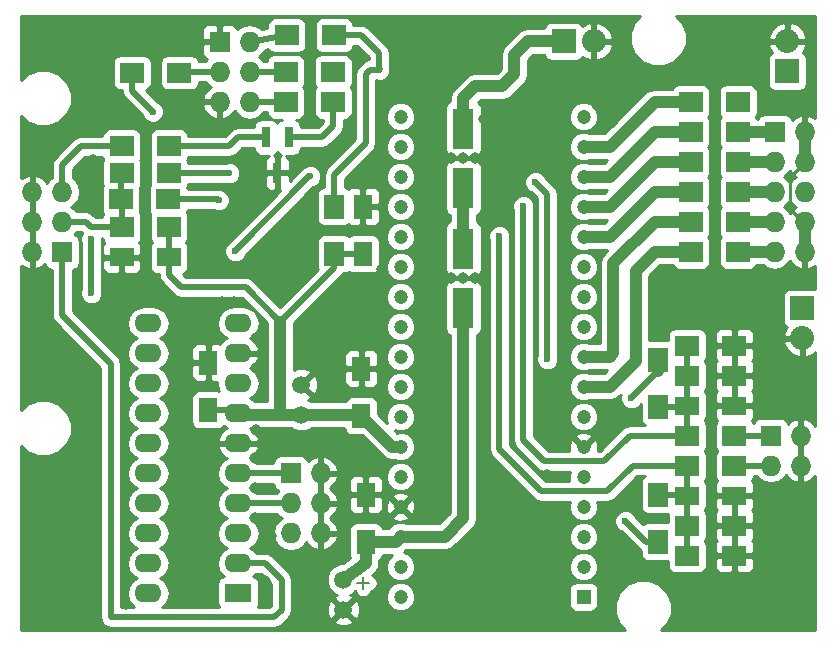
<source format=gbr>
G04 #@! TF.FileFunction,Copper,L1,Top,Signal*
%FSLAX46Y46*%
G04 Gerber Fmt 4.6, Leading zero omitted, Abs format (unit mm)*
G04 Created by KiCad (PCBNEW (after 2015-mar-04 BZR unknown)-product) date Thu 29 Dec 2016 04:21:00 PM CET*
%MOMM*%
G01*
G04 APERTURE LIST*
%ADD10C,0.100000*%
%ADD11C,0.150000*%
%ADD12C,0.970000*%
%ADD13C,1.200000*%
%ADD14R,1.200000X1.200000*%
%ADD15R,2.286000X1.574800*%
%ADD16O,2.286000X1.574800*%
%ADD17R,1.600000X2.000000*%
%ADD18R,1.727200X1.727200*%
%ADD19O,1.727200X1.727200*%
%ADD20R,2.000000X1.700000*%
%ADD21R,0.800100X1.800860*%
%ADD22R,2.032000X2.032000*%
%ADD23O,2.032000X2.032000*%
%ADD24R,2.000000X1.600000*%
%ADD25R,1.800860X3.500120*%
%ADD26C,1.501140*%
%ADD27R,1.700000X2.000000*%
%ADD28C,0.600000*%
%ADD29C,1.000000*%
%ADD30C,0.250000*%
%ADD31C,0.500000*%
%ADD32C,0.254000*%
G04 APERTURE END LIST*
D10*
D11*
X109044740Y-79867760D02*
X109044740Y-79367380D01*
X109044740Y-79867760D02*
X108544360Y-79867760D01*
X109044740Y-80368140D02*
X109044740Y-79867760D01*
X109044740Y-79867760D02*
X109443520Y-79867760D01*
X109443520Y-79867760D02*
X109545120Y-79867760D01*
X115999260Y-94376240D02*
X115999260Y-94876620D01*
X115999260Y-94376240D02*
X116499640Y-94376240D01*
X115999260Y-93875860D02*
X115999260Y-94376240D01*
X115999260Y-94376240D02*
X115600480Y-94376240D01*
X115600480Y-94376240D02*
X115498880Y-94376240D01*
D12*
X107696000Y-96012000D03*
X107696000Y-94234000D03*
X125730000Y-50419000D03*
X125730000Y-47371000D03*
X125730000Y-48895000D03*
X127254000Y-47371000D03*
X127254000Y-48895000D03*
X146558000Y-48260000D03*
X145542000Y-48260000D03*
X127254000Y-50419000D03*
X92075000Y-59309000D03*
X93091000Y-60071000D03*
X93091000Y-58547000D03*
X132334000Y-93599000D03*
X132334000Y-94615000D03*
X99695000Y-73533000D03*
X103632000Y-73660000D03*
X99695000Y-73533000D03*
X99949000Y-85852000D03*
X99949000Y-83820000D03*
X99949000Y-81280000D03*
X99949000Y-78740000D03*
X99949000Y-76708000D03*
X122809000Y-84709000D03*
X121793000Y-84709000D03*
X120777000Y-84709000D03*
X117221000Y-84074000D03*
X116205000Y-84074000D03*
X115189000Y-84074000D03*
X114173000Y-84074000D03*
X153670000Y-97663000D03*
X153670000Y-94615000D03*
X153670000Y-95631000D03*
X153670000Y-96647000D03*
X145415000Y-97663000D03*
X145415000Y-96647000D03*
X145415000Y-95631000D03*
X145415000Y-94615000D03*
X132334000Y-96647000D03*
X132334000Y-97663000D03*
X93091000Y-54483000D03*
X94107000Y-54483000D03*
X95123000Y-54483000D03*
X96139000Y-54483000D03*
X97790000Y-69215000D03*
X96774000Y-69215000D03*
X95758000Y-69215000D03*
X94742000Y-69215000D03*
X106553000Y-67437000D03*
X106045000Y-67945000D03*
X109220000Y-67183000D03*
X109220000Y-68199000D03*
X109220000Y-69215000D03*
X105029000Y-70612000D03*
X104013000Y-70612000D03*
X102997000Y-70866000D03*
X101981000Y-70866000D03*
X105029000Y-67945000D03*
X104013000Y-67945000D03*
X102997000Y-67945000D03*
X101981000Y-67945000D03*
X106934000Y-73660000D03*
X106934000Y-76200000D03*
X106934000Y-81407000D03*
X106807000Y-83820000D03*
X106807000Y-86360000D03*
X108204000Y-90424000D03*
X106807000Y-88900000D03*
X103505000Y-86360000D03*
X102489000Y-86360000D03*
X103505000Y-83820000D03*
X102489000Y-83820000D03*
X102489000Y-81788000D03*
X103505000Y-81788000D03*
X102997000Y-88900000D03*
X101981000Y-88900000D03*
X100965000Y-88900000D03*
X99949000Y-88900000D03*
X99949000Y-92837000D03*
X100965000Y-92837000D03*
X101981000Y-92837000D03*
X103124000Y-92837000D03*
X102997000Y-95885000D03*
X101981000Y-95885000D03*
X100965000Y-95885000D03*
X99949000Y-95885000D03*
X95885000Y-96139000D03*
X95885000Y-93980000D03*
X95885000Y-91440000D03*
X95885000Y-88900000D03*
X95885000Y-83820000D03*
X95885000Y-86487000D03*
X90805000Y-97663000D03*
X89789000Y-97663000D03*
X88773000Y-97663000D03*
X87757000Y-97663000D03*
X87757000Y-85725000D03*
X88773000Y-85725000D03*
X89789000Y-85725000D03*
X90805000Y-85725000D03*
X90805000Y-76708000D03*
X89789000Y-76708000D03*
X88773000Y-76708000D03*
X87757000Y-76708000D03*
X87757000Y-72136000D03*
X88773000Y-72136000D03*
X88646000Y-59055000D03*
X87630000Y-59055000D03*
X131318000Y-88392000D03*
X130302000Y-88392000D03*
X129286000Y-88392000D03*
X128270000Y-88392000D03*
X127254000Y-88392000D03*
X126238000Y-88392000D03*
X131572000Y-85217000D03*
X126111000Y-76327000D03*
X126111000Y-75311000D03*
X126111000Y-74295000D03*
X120777000Y-74295000D03*
X121793000Y-74295000D03*
X122809000Y-74295000D03*
X112395000Y-73152000D03*
X113411000Y-73152000D03*
X114427000Y-73152000D03*
X115443000Y-73152000D03*
X116459000Y-73152000D03*
X117475000Y-73152000D03*
X111252000Y-68199000D03*
X110236000Y-69215000D03*
X109220000Y-70231000D03*
X110998000Y-72136000D03*
X112014000Y-71120000D03*
X113030000Y-70104000D03*
X117602000Y-67818000D03*
X120777000Y-67691000D03*
X117475000Y-70104000D03*
X120777000Y-70104000D03*
X123444000Y-68580000D03*
X124460000Y-68580000D03*
X125476000Y-68580000D03*
X125476000Y-58420000D03*
X124460000Y-58420000D03*
X123444000Y-58420000D03*
X146558000Y-47244000D03*
X145542000Y-47244000D03*
X153670000Y-88900000D03*
X151638000Y-88900000D03*
X151638000Y-90932000D03*
X153670000Y-77978000D03*
X151638000Y-77978000D03*
X149860000Y-77978000D03*
X153670000Y-68326000D03*
X151638000Y-68326000D03*
X149860000Y-68326000D03*
X151892000Y-53340000D03*
X150876000Y-53340000D03*
X149860000Y-53340000D03*
X121666000Y-54356000D03*
X120904000Y-53594000D03*
X120142000Y-52832000D03*
X128270000Y-55118000D03*
X130556000Y-53086000D03*
X131572000Y-53086000D03*
X126238000Y-55118000D03*
X128270000Y-55118000D03*
D13*
X119144000Y-95560000D03*
X119144000Y-93020000D03*
X119144000Y-90480000D03*
X119144000Y-87940000D03*
X119144000Y-85400000D03*
X119144000Y-82860000D03*
X119144000Y-80320000D03*
X119144000Y-77780000D03*
X119144000Y-75240000D03*
X119144000Y-72700000D03*
X119144000Y-70160000D03*
X119144000Y-67620000D03*
X119144000Y-65080000D03*
X119144000Y-62540000D03*
X119144000Y-60000000D03*
X119144000Y-57460000D03*
X119144000Y-54920000D03*
D14*
X134636000Y-95560000D03*
D13*
X134636000Y-93020000D03*
X134636000Y-90480000D03*
X134636000Y-87940000D03*
X134636000Y-85400000D03*
X134636000Y-82860000D03*
X134636000Y-80320000D03*
X134636000Y-77780000D03*
X134636000Y-75240000D03*
X134636000Y-72700000D03*
X134636000Y-70160000D03*
X134636000Y-67620000D03*
X134636000Y-65080000D03*
X134636000Y-62540000D03*
X134636000Y-60000000D03*
X134636000Y-57460000D03*
X134636000Y-54920000D03*
D15*
X105410000Y-95250000D03*
D16*
X105410000Y-92710000D03*
X105410000Y-90170000D03*
X105410000Y-87630000D03*
X105410000Y-85090000D03*
X105410000Y-82550000D03*
X105410000Y-80010000D03*
X105410000Y-77470000D03*
X105410000Y-74930000D03*
X105410000Y-72390000D03*
X97790000Y-72390000D03*
X97790000Y-74930000D03*
X97790000Y-77470000D03*
X97790000Y-80010000D03*
X97790000Y-82550000D03*
X97790000Y-85090000D03*
X97790000Y-87630000D03*
X97790000Y-90170000D03*
X97790000Y-92710000D03*
X97790000Y-95250000D03*
D17*
X102870000Y-79724000D03*
X102870000Y-75724000D03*
D18*
X109855000Y-85090000D03*
D19*
X112395000Y-85090000D03*
X109855000Y-87630000D03*
X112395000Y-87630000D03*
X109855000Y-90170000D03*
X112395000Y-90170000D03*
D18*
X90487500Y-66357500D03*
D19*
X87947500Y-66357500D03*
X90487500Y-63817500D03*
X87947500Y-63817500D03*
X90487500Y-61277500D03*
X87947500Y-61277500D03*
D18*
X103822500Y-48577500D03*
D19*
X106362500Y-48577500D03*
X103822500Y-51117500D03*
X106362500Y-51117500D03*
X103822500Y-53657500D03*
X106362500Y-53657500D03*
D20*
X109442500Y-51117500D03*
X113442500Y-51117500D03*
X100425000Y-51181000D03*
X96425000Y-51181000D03*
D21*
X109662000Y-56664860D03*
X107762000Y-56664860D03*
X108712000Y-59667140D03*
D18*
X150812500Y-56197500D03*
D19*
X153352500Y-56197500D03*
X150812500Y-58737500D03*
X153352500Y-58737500D03*
X150812500Y-61277500D03*
X153352500Y-61277500D03*
X150812500Y-63817500D03*
X153352500Y-63817500D03*
X150812500Y-66357500D03*
X153352500Y-66357500D03*
D20*
X147732500Y-53657500D03*
X143732500Y-53657500D03*
X147732500Y-56197500D03*
X143732500Y-56197500D03*
X147732500Y-58737500D03*
X143732500Y-58737500D03*
X147732500Y-61277500D03*
X143732500Y-61277500D03*
X147732500Y-63817500D03*
X143732500Y-63817500D03*
X147732500Y-66357500D03*
X143732500Y-66357500D03*
D22*
X153162000Y-71120000D03*
D23*
X153162000Y-73660000D03*
D24*
X143415000Y-86995000D03*
X147415000Y-86995000D03*
X143415000Y-79375000D03*
X147415000Y-79375000D03*
D18*
X150495000Y-81915000D03*
D19*
X153035000Y-81915000D03*
X150495000Y-84455000D03*
X153035000Y-84455000D03*
D20*
X143415000Y-81915000D03*
X147415000Y-81915000D03*
X143415000Y-84455000D03*
X147415000Y-84455000D03*
X143415000Y-74295000D03*
X147415000Y-74295000D03*
X143415000Y-92075000D03*
X147415000Y-92075000D03*
D22*
X151892000Y-51054000D03*
D23*
X151892000Y-48514000D03*
D25*
X124460000Y-66080640D03*
X124460000Y-71079360D03*
X124460000Y-55920640D03*
X124460000Y-60919360D03*
D26*
X110744000Y-77597000D03*
X110744000Y-80137000D03*
D17*
X115824000Y-80232000D03*
X115824000Y-76232000D03*
X116205000Y-90900000D03*
X116205000Y-86900000D03*
D26*
X114300000Y-96647000D03*
X114300000Y-94107000D03*
D22*
X132969000Y-48514000D03*
D23*
X135509000Y-48514000D03*
D20*
X113442500Y-53657500D03*
X109442500Y-53657500D03*
X113506000Y-48006000D03*
X109506000Y-48006000D03*
X99536000Y-64262000D03*
X95536000Y-64262000D03*
D24*
X99536000Y-66802000D03*
X95536000Y-66802000D03*
D17*
X115951000Y-66516000D03*
X115951000Y-62516000D03*
D20*
X95536000Y-57404000D03*
X99536000Y-57404000D03*
D27*
X140970000Y-79470000D03*
X140970000Y-75470000D03*
D20*
X147415000Y-76835000D03*
X143415000Y-76835000D03*
D27*
X140970000Y-86900000D03*
X140970000Y-90900000D03*
D20*
X147415000Y-89535000D03*
X143415000Y-89535000D03*
X95472500Y-61912500D03*
X99472500Y-61912500D03*
X95536000Y-59690000D03*
X99536000Y-59690000D03*
D27*
X113538000Y-62516000D03*
X113538000Y-66516000D03*
D12*
X127254000Y-55118000D03*
D28*
X138176000Y-89154000D03*
X138684000Y-78740000D03*
X127508000Y-65024000D03*
X129540000Y-62484000D03*
X111506000Y-59944000D03*
X105156000Y-66294000D03*
X117348000Y-50927000D03*
X131572000Y-75438000D03*
X130556000Y-60452000D03*
X104648000Y-59690000D03*
X98171000Y-54483000D03*
X113442500Y-51117500D03*
X92964000Y-65278000D03*
X92964000Y-69850000D03*
X103759000Y-61976000D03*
X147828000Y-53619400D03*
D29*
X153352500Y-66357500D02*
X153352500Y-63817500D01*
X153352500Y-58737500D02*
X153352500Y-56197500D01*
D30*
X153225500Y-63817500D02*
X153352500Y-63817500D01*
X152095200Y-59994800D02*
X152095200Y-62687200D01*
X152095200Y-62687200D02*
X153225500Y-63817500D01*
X153352500Y-58737500D02*
X152095200Y-59994800D01*
D29*
X124460000Y-88900000D02*
X122880000Y-90480000D01*
X122880000Y-90480000D02*
X119144000Y-90480000D01*
X124460000Y-71079360D02*
X124460000Y-88900000D01*
X118724000Y-90900000D02*
X119144000Y-90480000D01*
X116205000Y-90900000D02*
X118724000Y-90900000D01*
X116205000Y-92710000D02*
X114300000Y-94107000D01*
X116205000Y-90900000D02*
X116205000Y-92710000D01*
X110744000Y-80137000D02*
X115729000Y-80137000D01*
X115729000Y-80137000D02*
X115824000Y-80232000D01*
D31*
X102870000Y-79724000D02*
X105124000Y-79724000D01*
X105124000Y-79724000D02*
X105410000Y-80010000D01*
X138176000Y-89154000D02*
X139922000Y-90900000D01*
X139922000Y-90900000D02*
X140970000Y-90900000D01*
X138684000Y-78740000D02*
X140970000Y-76454000D01*
D29*
X140970000Y-76454000D02*
X140970000Y-75470000D01*
D31*
X99536000Y-64262000D02*
X99536000Y-66802000D01*
D29*
X119144000Y-82860000D02*
X118452000Y-82860000D01*
X118452000Y-82860000D02*
X115729000Y-80137000D01*
X115729000Y-80137000D02*
X108966000Y-80137000D01*
X108966000Y-80137000D02*
X105537000Y-80137000D01*
D31*
X105537000Y-80137000D02*
X105410000Y-80010000D01*
X113538000Y-66516000D02*
X115951000Y-66516000D01*
D29*
X108966000Y-80137000D02*
X108966000Y-72263000D01*
D31*
X113538000Y-67691000D02*
X113538000Y-66516000D01*
X108966000Y-72263000D02*
X113538000Y-67691000D01*
X99536000Y-68294000D02*
X100584000Y-69342000D01*
X100584000Y-69342000D02*
X106045000Y-69342000D01*
X106045000Y-69342000D02*
X108966000Y-72263000D01*
X99536000Y-66802000D02*
X99536000Y-68294000D01*
X143415000Y-84455000D02*
X138811000Y-84455000D01*
X127508000Y-83058000D02*
X127508000Y-65024000D01*
X131064000Y-86614000D02*
X127508000Y-83058000D01*
X136652000Y-86614000D02*
X131064000Y-86614000D01*
X138811000Y-84455000D02*
X136652000Y-86614000D01*
X143320000Y-86900000D02*
X140970000Y-86900000D01*
X143415000Y-86995000D02*
X143320000Y-86900000D01*
X143415000Y-84455000D02*
X143415000Y-86995000D01*
X143415000Y-89535000D02*
X143415000Y-92075000D01*
X143415000Y-86995000D02*
X143415000Y-89535000D01*
X143415000Y-81915000D02*
X138557000Y-81915000D01*
X129540000Y-82296000D02*
X129540000Y-62484000D01*
X131318000Y-84074000D02*
X129540000Y-82296000D01*
X136398000Y-84074000D02*
X131318000Y-84074000D01*
X138557000Y-81915000D02*
X136398000Y-84074000D01*
X143415000Y-79565000D02*
X143415000Y-81915000D01*
X143320000Y-79470000D02*
X143415000Y-79565000D01*
X140970000Y-79470000D02*
X143320000Y-79470000D01*
X143415000Y-79375000D02*
X143415000Y-76835000D01*
X143415000Y-76835000D02*
X143415000Y-74295000D01*
X90487500Y-66357500D02*
X90487500Y-71691500D01*
X107696000Y-92710000D02*
X105410000Y-92710000D01*
X109093000Y-94107000D02*
X107696000Y-92710000D01*
X109093000Y-96647000D02*
X109093000Y-94107000D01*
X108458000Y-97282000D02*
X109093000Y-96647000D01*
X94615000Y-97282000D02*
X108458000Y-97282000D01*
X94615000Y-97282000D02*
X94615000Y-97282000D01*
X94615000Y-75819000D02*
X94615000Y-97282000D01*
X90487500Y-71691500D02*
X94615000Y-75819000D01*
X111379000Y-59944000D02*
X111506000Y-59944000D01*
X105156000Y-66294000D02*
X111379000Y-59944000D01*
X117380000Y-50895000D02*
X117348000Y-50927000D01*
X115824000Y-48006000D02*
X117348000Y-49530000D01*
X117348000Y-49530000D02*
X117348000Y-50927000D01*
X113506000Y-48006000D02*
X115824000Y-48006000D01*
X116586000Y-50927000D02*
X116205000Y-51308000D01*
X116205000Y-51308000D02*
X116205000Y-57150000D01*
X116205000Y-57150000D02*
X113538000Y-59817000D01*
X113538000Y-59817000D02*
X113538000Y-62516000D01*
X117348000Y-50927000D02*
X116586000Y-50927000D01*
X131572000Y-75438000D02*
X131572000Y-75438000D01*
X130556000Y-60452000D02*
X131572000Y-61468000D01*
X131572000Y-61468000D02*
X131572000Y-75438000D01*
D29*
X143732500Y-66357500D02*
X140652500Y-66357500D01*
X136850000Y-77780000D02*
X134636000Y-77780000D01*
X139065000Y-75565000D02*
X136850000Y-77780000D01*
X139065000Y-67945000D02*
X139065000Y-75565000D01*
X140652500Y-66357500D02*
X139065000Y-67945000D01*
X143732500Y-63817500D02*
X140652500Y-63817500D01*
X136850000Y-75240000D02*
X134636000Y-75240000D01*
X137160000Y-74930000D02*
X136850000Y-75240000D01*
X140652500Y-63817500D02*
X137160000Y-67310000D01*
X137160000Y-67310000D02*
X137160000Y-74930000D01*
D31*
X104648000Y-59690000D02*
X99536000Y-59690000D01*
X96425000Y-51181000D02*
X96425000Y-52737000D01*
X98171000Y-54483000D02*
X96425000Y-52737000D01*
D29*
X140652500Y-61277500D02*
X136850000Y-65080000D01*
X136850000Y-65080000D02*
X134636000Y-65080000D01*
X143732500Y-61277500D02*
X140652500Y-61277500D01*
X140652500Y-58737500D02*
X136850000Y-62540000D01*
X136850000Y-62540000D02*
X134636000Y-62540000D01*
X143732500Y-58737500D02*
X140652500Y-58737500D01*
X140652500Y-56197500D02*
X136850000Y-60000000D01*
X136850000Y-60000000D02*
X134636000Y-60000000D01*
X143732500Y-56197500D02*
X140652500Y-56197500D01*
X140652500Y-53657500D02*
X136850000Y-57460000D01*
X136850000Y-57460000D02*
X134636000Y-57460000D01*
X143732500Y-53657500D02*
X140652500Y-53657500D01*
D31*
X92964000Y-69850000D02*
X92964000Y-65278000D01*
X90487500Y-61277500D02*
X90487500Y-58991500D01*
X92075000Y-57404000D02*
X95536000Y-57404000D01*
X90487500Y-58991500D02*
X92075000Y-57404000D01*
X103695500Y-61912500D02*
X103759000Y-61976000D01*
X99472500Y-61912500D02*
X103695500Y-61912500D01*
X105410000Y-87630000D02*
X109855000Y-87630000D01*
X105410000Y-85090000D02*
X109855000Y-85090000D01*
X95472500Y-61912500D02*
X95472500Y-59753500D01*
X95472500Y-59753500D02*
X95536000Y-59690000D01*
X95536000Y-64262000D02*
X95536000Y-61976000D01*
X95536000Y-61976000D02*
X95472500Y-61912500D01*
X90487500Y-63817500D02*
X92519500Y-63817500D01*
X92964000Y-64262000D02*
X95536000Y-64262000D01*
X92519500Y-63817500D02*
X92964000Y-64262000D01*
X106362500Y-48577500D02*
X109506000Y-48006000D01*
X103822500Y-51117500D02*
X100488500Y-51117500D01*
X100488500Y-51117500D02*
X100425000Y-51181000D01*
X106362500Y-51117500D02*
X109442500Y-51117500D01*
X106362500Y-53657500D02*
X109442500Y-53657500D01*
X113442500Y-55721500D02*
X112499140Y-56664860D01*
X112499140Y-56664860D02*
X109662000Y-56664860D01*
X113442500Y-53657500D02*
X113442500Y-55721500D01*
X104648000Y-57404000D02*
X105387140Y-56664860D01*
X105387140Y-56664860D02*
X107762000Y-56664860D01*
X99536000Y-57404000D02*
X104648000Y-57404000D01*
D29*
X150812500Y-56197500D02*
X147732500Y-56197500D01*
X150812500Y-58737500D02*
X147732500Y-58737500D01*
X150812500Y-61277500D02*
X147732500Y-61277500D01*
D31*
X147828000Y-53619400D02*
X147789900Y-53657500D01*
X147789900Y-53657500D02*
X147732500Y-53657500D01*
D29*
X150812500Y-63817500D02*
X147732500Y-63817500D01*
X150812500Y-66357500D02*
X147732500Y-66357500D01*
D31*
X147415000Y-81915000D02*
X150495000Y-81915000D01*
X147415000Y-84455000D02*
X150495000Y-84455000D01*
D29*
X124460000Y-60919360D02*
X124460000Y-66080640D01*
X124460000Y-53340000D02*
X125476000Y-52324000D01*
X125476000Y-52324000D02*
X127762000Y-52324000D01*
X127762000Y-52324000D02*
X128778000Y-51308000D01*
X128778000Y-51308000D02*
X128778000Y-49657000D01*
X128778000Y-49657000D02*
X129921000Y-48514000D01*
X129921000Y-48514000D02*
X132969000Y-48514000D01*
X124460000Y-55920640D02*
X124460000Y-53340000D01*
D32*
G36*
X93968431Y-58546199D02*
X93938623Y-58590360D01*
X93888560Y-58840000D01*
X93888560Y-60540000D01*
X93926681Y-60736479D01*
X93875123Y-60812860D01*
X93825060Y-61062500D01*
X93825060Y-62762500D01*
X93872037Y-63004623D01*
X93957390Y-63134557D01*
X93938623Y-63162360D01*
X93895578Y-63377000D01*
X93330579Y-63377000D01*
X93145290Y-63191710D01*
X92858175Y-62999867D01*
X92801984Y-62988689D01*
X92519500Y-62932499D01*
X92519494Y-62932500D01*
X91693239Y-62932500D01*
X91576529Y-62757830D01*
X91261748Y-62547500D01*
X91576529Y-62337170D01*
X91901385Y-61850989D01*
X92015459Y-61277500D01*
X91901385Y-60704011D01*
X91576529Y-60217830D01*
X91372500Y-60081502D01*
X91372500Y-59358079D01*
X92441579Y-58289000D01*
X93895350Y-58289000D01*
X93935537Y-58496123D01*
X93968431Y-58546199D01*
X93968431Y-58546199D01*
G37*
X93968431Y-58546199D02*
X93938623Y-58590360D01*
X93888560Y-58840000D01*
X93888560Y-60540000D01*
X93926681Y-60736479D01*
X93875123Y-60812860D01*
X93825060Y-61062500D01*
X93825060Y-62762500D01*
X93872037Y-63004623D01*
X93957390Y-63134557D01*
X93938623Y-63162360D01*
X93895578Y-63377000D01*
X93330579Y-63377000D01*
X93145290Y-63191710D01*
X92858175Y-62999867D01*
X92801984Y-62988689D01*
X92519500Y-62932499D01*
X92519494Y-62932500D01*
X91693239Y-62932500D01*
X91576529Y-62757830D01*
X91261748Y-62547500D01*
X91576529Y-62337170D01*
X91901385Y-61850989D01*
X92015459Y-61277500D01*
X91901385Y-60704011D01*
X91576529Y-60217830D01*
X91372500Y-60081502D01*
X91372500Y-59358079D01*
X92441579Y-58289000D01*
X93895350Y-58289000D01*
X93935537Y-58496123D01*
X93968431Y-58546199D01*
G36*
X108208000Y-96280420D02*
X108091420Y-96397000D01*
X107076152Y-96397000D01*
X107150377Y-96287040D01*
X107200440Y-96037400D01*
X107200440Y-94462600D01*
X107153463Y-94220477D01*
X107013673Y-94007673D01*
X106802640Y-93865223D01*
X106633378Y-93831279D01*
X106806222Y-93715789D01*
X106886930Y-93595000D01*
X107329420Y-93595000D01*
X108208000Y-94473579D01*
X108208000Y-96280420D01*
X108208000Y-96280420D01*
G37*
X108208000Y-96280420D02*
X108091420Y-96397000D01*
X107076152Y-96397000D01*
X107150377Y-96287040D01*
X107200440Y-96037400D01*
X107200440Y-94462600D01*
X107153463Y-94220477D01*
X107013673Y-94007673D01*
X106802640Y-93865223D01*
X106633378Y-93831279D01*
X106806222Y-93715789D01*
X106886930Y-93595000D01*
X107329420Y-93595000D01*
X108208000Y-94473579D01*
X108208000Y-96280420D01*
G36*
X108782659Y-86559179D02*
X108765971Y-86570330D01*
X108649260Y-86745000D01*
X106886930Y-86745000D01*
X106806222Y-86624211D01*
X106410801Y-86360000D01*
X106806222Y-86095789D01*
X106886930Y-85975000D01*
X108348112Y-85975000D01*
X108390937Y-86195723D01*
X108530727Y-86408527D01*
X108741760Y-86550977D01*
X108782659Y-86559179D01*
X108782659Y-86559179D01*
G37*
X108782659Y-86559179D02*
X108765971Y-86570330D01*
X108649260Y-86745000D01*
X106886930Y-86745000D01*
X106806222Y-86624211D01*
X106410801Y-86360000D01*
X106806222Y-86095789D01*
X106886930Y-85975000D01*
X108348112Y-85975000D01*
X108390937Y-86195723D01*
X108530727Y-86408527D01*
X108741760Y-86550977D01*
X108782659Y-86559179D01*
G36*
X152586728Y-60001836D02*
X152263471Y-60217830D01*
X152082500Y-60488672D01*
X151901529Y-60217830D01*
X151586748Y-60007500D01*
X151901529Y-59797170D01*
X152082492Y-59526339D01*
X152464010Y-59944321D01*
X152586728Y-60001836D01*
X152586728Y-60001836D01*
G37*
X152586728Y-60001836D02*
X152263471Y-60217830D01*
X152082500Y-60488672D01*
X151901529Y-60217830D01*
X151586748Y-60007500D01*
X151901529Y-59797170D01*
X152082492Y-59526339D01*
X152464010Y-59944321D01*
X152586728Y-60001836D01*
G36*
X152586728Y-62553163D02*
X152464010Y-62610679D01*
X152082492Y-63028660D01*
X151901529Y-62757830D01*
X151586748Y-62547500D01*
X151901529Y-62337170D01*
X152082500Y-62066327D01*
X152263471Y-62337170D01*
X152586728Y-62553163D01*
X152586728Y-62553163D01*
G37*
X152586728Y-62553163D02*
X152464010Y-62610679D01*
X152082492Y-63028660D01*
X151901529Y-62757830D01*
X151586748Y-62547500D01*
X151901529Y-62337170D01*
X152082500Y-62066327D01*
X152263471Y-62337170D01*
X152586728Y-62553163D01*
G36*
X154255000Y-98375000D02*
X153035000Y-98375000D01*
X153035000Y-75147367D01*
X153035000Y-73787000D01*
X151675164Y-73787000D01*
X151556025Y-74042944D01*
X151755615Y-74524818D01*
X152193621Y-74997188D01*
X152779054Y-75265983D01*
X153035000Y-75147367D01*
X153035000Y-98375000D01*
X152908000Y-98375000D01*
X152908000Y-85789469D01*
X152908000Y-84582000D01*
X152888000Y-84582000D01*
X152888000Y-84328000D01*
X152908000Y-84328000D01*
X152908000Y-83249469D01*
X152908000Y-83120531D01*
X152908000Y-82042000D01*
X152888000Y-82042000D01*
X152888000Y-81788000D01*
X152908000Y-81788000D01*
X152908000Y-80580531D01*
X152675973Y-80460032D01*
X152146510Y-80708179D01*
X151975746Y-80895263D01*
X151959063Y-80809277D01*
X151819273Y-80596473D01*
X151608240Y-80454023D01*
X151358600Y-80403960D01*
X149631400Y-80403960D01*
X149389277Y-80450937D01*
X149176473Y-80590727D01*
X149034023Y-80801760D01*
X149022507Y-80859183D01*
X149015463Y-80822877D01*
X148876576Y-80611448D01*
X148953327Y-80534699D01*
X149050000Y-80301310D01*
X149050000Y-80048691D01*
X149050000Y-79660750D01*
X149050000Y-79089250D01*
X149050000Y-78701309D01*
X149050000Y-78448690D01*
X148953327Y-78215301D01*
X148868025Y-78130000D01*
X148953327Y-78044699D01*
X149050000Y-77811310D01*
X149050000Y-77558691D01*
X149050000Y-77120750D01*
X149050000Y-76549250D01*
X149050000Y-76111309D01*
X149050000Y-75858690D01*
X148953327Y-75625301D01*
X148893025Y-75565000D01*
X148953327Y-75504699D01*
X149050000Y-75271310D01*
X149050000Y-75018691D01*
X149050000Y-74580750D01*
X149050000Y-74009250D01*
X149050000Y-73571309D01*
X149050000Y-73318690D01*
X148953327Y-73085301D01*
X148774698Y-72906673D01*
X148541309Y-72810000D01*
X147700750Y-72810000D01*
X147542000Y-72968750D01*
X147542000Y-74168000D01*
X148891250Y-74168000D01*
X149050000Y-74009250D01*
X149050000Y-74580750D01*
X148891250Y-74422000D01*
X147542000Y-74422000D01*
X147542000Y-75508750D01*
X147542000Y-75621250D01*
X147542000Y-76708000D01*
X148891250Y-76708000D01*
X149050000Y-76549250D01*
X149050000Y-77120750D01*
X148891250Y-76962000D01*
X147542000Y-76962000D01*
X147542000Y-78098750D01*
X147542000Y-78161250D01*
X147542000Y-79248000D01*
X148891250Y-79248000D01*
X149050000Y-79089250D01*
X149050000Y-79660750D01*
X148891250Y-79502000D01*
X147542000Y-79502000D01*
X147542000Y-79522000D01*
X147288000Y-79522000D01*
X147288000Y-79502000D01*
X147288000Y-79248000D01*
X147288000Y-78161250D01*
X147288000Y-78098750D01*
X147288000Y-76962000D01*
X147288000Y-76708000D01*
X147288000Y-75621250D01*
X147288000Y-75508750D01*
X147288000Y-74422000D01*
X147288000Y-74168000D01*
X147288000Y-72968750D01*
X147129250Y-72810000D01*
X146288691Y-72810000D01*
X146055302Y-72906673D01*
X145876673Y-73085301D01*
X145780000Y-73318690D01*
X145780000Y-73571309D01*
X145780000Y-74009250D01*
X145938750Y-74168000D01*
X147288000Y-74168000D01*
X147288000Y-74422000D01*
X145938750Y-74422000D01*
X145780000Y-74580750D01*
X145780000Y-75018691D01*
X145780000Y-75271310D01*
X145876673Y-75504699D01*
X145936974Y-75565000D01*
X145876673Y-75625301D01*
X145780000Y-75858690D01*
X145780000Y-76111309D01*
X145780000Y-76549250D01*
X145938750Y-76708000D01*
X147288000Y-76708000D01*
X147288000Y-76962000D01*
X145938750Y-76962000D01*
X145780000Y-77120750D01*
X145780000Y-77558691D01*
X145780000Y-77811310D01*
X145876673Y-78044699D01*
X145961974Y-78130000D01*
X145876673Y-78215301D01*
X145780000Y-78448690D01*
X145780000Y-78701309D01*
X145780000Y-79089250D01*
X145938750Y-79248000D01*
X147288000Y-79248000D01*
X147288000Y-79502000D01*
X145938750Y-79502000D01*
X145780000Y-79660750D01*
X145780000Y-80048691D01*
X145780000Y-80301310D01*
X145876673Y-80534699D01*
X145954523Y-80612548D01*
X145817623Y-80815360D01*
X145767560Y-81065000D01*
X145767560Y-82765000D01*
X145814537Y-83007123D01*
X145931992Y-83185926D01*
X145817623Y-83355360D01*
X145767560Y-83605000D01*
X145767560Y-85305000D01*
X145814537Y-85547123D01*
X145953423Y-85758551D01*
X145876673Y-85835301D01*
X145780000Y-86068690D01*
X145780000Y-86321309D01*
X145780000Y-86709250D01*
X145938750Y-86868000D01*
X147288000Y-86868000D01*
X147288000Y-86848000D01*
X147542000Y-86848000D01*
X147542000Y-86868000D01*
X148891250Y-86868000D01*
X149050000Y-86709250D01*
X149050000Y-86321309D01*
X149050000Y-86068690D01*
X148953327Y-85835301D01*
X148875476Y-85757451D01*
X149012377Y-85554640D01*
X149055421Y-85340000D01*
X149289260Y-85340000D01*
X149405971Y-85514670D01*
X149892152Y-85839526D01*
X150465641Y-85953600D01*
X150524359Y-85953600D01*
X151097848Y-85839526D01*
X151584029Y-85514670D01*
X151764992Y-85243839D01*
X152146510Y-85661821D01*
X152675973Y-85909968D01*
X152908000Y-85789469D01*
X152908000Y-98375000D01*
X149050000Y-98375000D01*
X149050000Y-93051310D01*
X149050000Y-92798691D01*
X149050000Y-92360750D01*
X149050000Y-91789250D01*
X149050000Y-91351309D01*
X149050000Y-91098690D01*
X148953327Y-90865301D01*
X148893025Y-90805000D01*
X148953327Y-90744699D01*
X149050000Y-90511310D01*
X149050000Y-90258691D01*
X149050000Y-89820750D01*
X149050000Y-89249250D01*
X149050000Y-88811309D01*
X149050000Y-88558690D01*
X148953327Y-88325301D01*
X148868025Y-88240000D01*
X148953327Y-88154699D01*
X149050000Y-87921310D01*
X149050000Y-87668691D01*
X149050000Y-87280750D01*
X148891250Y-87122000D01*
X147542000Y-87122000D01*
X147542000Y-88208750D01*
X147542000Y-88271250D01*
X147542000Y-89408000D01*
X148891250Y-89408000D01*
X149050000Y-89249250D01*
X149050000Y-89820750D01*
X148891250Y-89662000D01*
X147542000Y-89662000D01*
X147542000Y-90748750D01*
X147542000Y-90861250D01*
X147542000Y-91948000D01*
X148891250Y-91948000D01*
X149050000Y-91789250D01*
X149050000Y-92360750D01*
X148891250Y-92202000D01*
X147542000Y-92202000D01*
X147542000Y-93401250D01*
X147700750Y-93560000D01*
X148541309Y-93560000D01*
X148774698Y-93463327D01*
X148953327Y-93284699D01*
X149050000Y-93051310D01*
X149050000Y-98375000D01*
X147288000Y-98375000D01*
X147288000Y-93401250D01*
X147288000Y-92202000D01*
X147288000Y-91948000D01*
X147288000Y-90861250D01*
X147288000Y-90748750D01*
X147288000Y-89662000D01*
X147288000Y-89408000D01*
X147288000Y-88271250D01*
X147288000Y-88208750D01*
X147288000Y-87122000D01*
X145938750Y-87122000D01*
X145780000Y-87280750D01*
X145780000Y-87668691D01*
X145780000Y-87921310D01*
X145876673Y-88154699D01*
X145961974Y-88240000D01*
X145876673Y-88325301D01*
X145780000Y-88558690D01*
X145780000Y-88811309D01*
X145780000Y-89249250D01*
X145938750Y-89408000D01*
X147288000Y-89408000D01*
X147288000Y-89662000D01*
X145938750Y-89662000D01*
X145780000Y-89820750D01*
X145780000Y-90258691D01*
X145780000Y-90511310D01*
X145876673Y-90744699D01*
X145936974Y-90805000D01*
X145876673Y-90865301D01*
X145780000Y-91098690D01*
X145780000Y-91351309D01*
X145780000Y-91789250D01*
X145938750Y-91948000D01*
X147288000Y-91948000D01*
X147288000Y-92202000D01*
X145938750Y-92202000D01*
X145780000Y-92360750D01*
X145780000Y-92798691D01*
X145780000Y-93051310D01*
X145876673Y-93284699D01*
X146055302Y-93463327D01*
X146288691Y-93560000D01*
X147129250Y-93560000D01*
X147288000Y-93401250D01*
X147288000Y-98375000D01*
X145379940Y-98375000D01*
X145379940Y-67207500D01*
X145379940Y-65507500D01*
X145332963Y-65265377D01*
X145215507Y-65086573D01*
X145329877Y-64917140D01*
X145379940Y-64667500D01*
X145379940Y-62967500D01*
X145332963Y-62725377D01*
X145215507Y-62546573D01*
X145329877Y-62377140D01*
X145379940Y-62127500D01*
X145379940Y-60427500D01*
X145332963Y-60185377D01*
X145215507Y-60006573D01*
X145329877Y-59837140D01*
X145379940Y-59587500D01*
X145379940Y-57887500D01*
X145332963Y-57645377D01*
X145215507Y-57466573D01*
X145329877Y-57297140D01*
X145379940Y-57047500D01*
X145379940Y-55347500D01*
X145332963Y-55105377D01*
X145215507Y-54926573D01*
X145329877Y-54757140D01*
X145379940Y-54507500D01*
X145379940Y-52807500D01*
X145332963Y-52565377D01*
X145193173Y-52352573D01*
X144982140Y-52210123D01*
X144732500Y-52160060D01*
X142732500Y-52160060D01*
X142490377Y-52207037D01*
X142277573Y-52346827D01*
X142158991Y-52522500D01*
X140652500Y-52522500D01*
X140218154Y-52608897D01*
X139849934Y-52854934D01*
X137114983Y-55589885D01*
X137114983Y-48896946D01*
X137114983Y-48131054D01*
X136846188Y-47545621D01*
X136373818Y-47107615D01*
X135891944Y-46908025D01*
X135636000Y-47027164D01*
X135636000Y-48387000D01*
X136996367Y-48387000D01*
X137114983Y-48131054D01*
X137114983Y-48896946D01*
X136996367Y-48641000D01*
X135636000Y-48641000D01*
X135636000Y-50000836D01*
X135891944Y-50119975D01*
X136373818Y-49920385D01*
X136846188Y-49482379D01*
X137114983Y-48896946D01*
X137114983Y-55589885D01*
X136379868Y-56325000D01*
X135871214Y-56325000D01*
X135871214Y-54675421D01*
X135683592Y-54221343D01*
X135382000Y-53919223D01*
X135382000Y-50000836D01*
X135382000Y-48641000D01*
X135362000Y-48641000D01*
X135362000Y-48387000D01*
X135382000Y-48387000D01*
X135382000Y-47027164D01*
X135126056Y-46908025D01*
X134644182Y-47107615D01*
X134547164Y-47197574D01*
X134445673Y-47043073D01*
X134234640Y-46900623D01*
X133985000Y-46850560D01*
X131953000Y-46850560D01*
X131710877Y-46897537D01*
X131498073Y-47037327D01*
X131355623Y-47248360D01*
X131329424Y-47379000D01*
X129921000Y-47379000D01*
X129486654Y-47465397D01*
X129118434Y-47711434D01*
X127975434Y-48854434D01*
X127729397Y-49222654D01*
X127643000Y-49657000D01*
X127643000Y-50837868D01*
X127291868Y-51189000D01*
X125476000Y-51189000D01*
X125041654Y-51275397D01*
X124673434Y-51521434D01*
X123657434Y-52537434D01*
X123411397Y-52905654D01*
X123325000Y-53340000D01*
X123325000Y-53568651D01*
X123317447Y-53570117D01*
X123104643Y-53709907D01*
X122962193Y-53920940D01*
X122912130Y-54170580D01*
X122912130Y-57670700D01*
X122959107Y-57912823D01*
X123098897Y-58125627D01*
X123309930Y-58268077D01*
X123559570Y-58318140D01*
X125360430Y-58318140D01*
X125602553Y-58271163D01*
X125815357Y-58131373D01*
X125957807Y-57920340D01*
X126007870Y-57670700D01*
X126007870Y-54170580D01*
X125960893Y-53928457D01*
X125821103Y-53715653D01*
X125742522Y-53662609D01*
X125946132Y-53459000D01*
X127762000Y-53459000D01*
X128196345Y-53372603D01*
X128196346Y-53372603D01*
X128564566Y-53126566D01*
X129580566Y-52110566D01*
X129826603Y-51742346D01*
X129826603Y-51742345D01*
X129913000Y-51308000D01*
X129913000Y-50127132D01*
X130391132Y-49649000D01*
X131328648Y-49649000D01*
X131352537Y-49772123D01*
X131492327Y-49984927D01*
X131703360Y-50127377D01*
X131953000Y-50177440D01*
X133985000Y-50177440D01*
X134227123Y-50130463D01*
X134439927Y-49990673D01*
X134547737Y-49830956D01*
X134644182Y-49920385D01*
X135126056Y-50119975D01*
X135382000Y-50000836D01*
X135382000Y-53919223D01*
X135336485Y-53873629D01*
X134882734Y-53685215D01*
X134391421Y-53684786D01*
X133937343Y-53872408D01*
X133589629Y-54219515D01*
X133401215Y-54673266D01*
X133400786Y-55164579D01*
X133588408Y-55618657D01*
X133935515Y-55966371D01*
X134389266Y-56154785D01*
X134880579Y-56155214D01*
X135334657Y-55967592D01*
X135682371Y-55620485D01*
X135870785Y-55166734D01*
X135871214Y-54675421D01*
X135871214Y-56325000D01*
X135123042Y-56325000D01*
X134882734Y-56225215D01*
X134391421Y-56224786D01*
X133937343Y-56412408D01*
X133589629Y-56759515D01*
X133401215Y-57213266D01*
X133400786Y-57704579D01*
X133588408Y-58158657D01*
X133935515Y-58506371D01*
X134389266Y-58694785D01*
X134880579Y-58695214D01*
X135123114Y-58595000D01*
X136649868Y-58595000D01*
X136379868Y-58865000D01*
X135123042Y-58865000D01*
X134882734Y-58765215D01*
X134391421Y-58764786D01*
X133937343Y-58952408D01*
X133589629Y-59299515D01*
X133401215Y-59753266D01*
X133400786Y-60244579D01*
X133588408Y-60698657D01*
X133935515Y-61046371D01*
X134389266Y-61234785D01*
X134880579Y-61235214D01*
X135123114Y-61135000D01*
X136649868Y-61135000D01*
X136379868Y-61405000D01*
X135123042Y-61405000D01*
X134882734Y-61305215D01*
X134391421Y-61304786D01*
X133937343Y-61492408D01*
X133589629Y-61839515D01*
X133401215Y-62293266D01*
X133400786Y-62784579D01*
X133588408Y-63238657D01*
X133935515Y-63586371D01*
X134389266Y-63774785D01*
X134880579Y-63775214D01*
X135123114Y-63675000D01*
X136649868Y-63675000D01*
X136379868Y-63945000D01*
X135123042Y-63945000D01*
X134882734Y-63845215D01*
X134391421Y-63844786D01*
X133937343Y-64032408D01*
X133589629Y-64379515D01*
X133401215Y-64833266D01*
X133400786Y-65324579D01*
X133588408Y-65778657D01*
X133935515Y-66126371D01*
X134389266Y-66314785D01*
X134880579Y-66315214D01*
X135123114Y-66215000D01*
X136649868Y-66215000D01*
X136357434Y-66507434D01*
X136111397Y-66875654D01*
X136025000Y-67310000D01*
X136025000Y-74105000D01*
X135871214Y-74105000D01*
X135871214Y-72455421D01*
X135871214Y-69915421D01*
X135871214Y-67375421D01*
X135683592Y-66921343D01*
X135336485Y-66573629D01*
X134882734Y-66385215D01*
X134391421Y-66384786D01*
X133937343Y-66572408D01*
X133589629Y-66919515D01*
X133401215Y-67373266D01*
X133400786Y-67864579D01*
X133588408Y-68318657D01*
X133935515Y-68666371D01*
X134389266Y-68854785D01*
X134880579Y-68855214D01*
X135334657Y-68667592D01*
X135682371Y-68320485D01*
X135870785Y-67866734D01*
X135871214Y-67375421D01*
X135871214Y-69915421D01*
X135683592Y-69461343D01*
X135336485Y-69113629D01*
X134882734Y-68925215D01*
X134391421Y-68924786D01*
X133937343Y-69112408D01*
X133589629Y-69459515D01*
X133401215Y-69913266D01*
X133400786Y-70404579D01*
X133588408Y-70858657D01*
X133935515Y-71206371D01*
X134389266Y-71394785D01*
X134880579Y-71395214D01*
X135334657Y-71207592D01*
X135682371Y-70860485D01*
X135870785Y-70406734D01*
X135871214Y-69915421D01*
X135871214Y-72455421D01*
X135683592Y-72001343D01*
X135336485Y-71653629D01*
X134882734Y-71465215D01*
X134391421Y-71464786D01*
X133937343Y-71652408D01*
X133589629Y-71999515D01*
X133401215Y-72453266D01*
X133400786Y-72944579D01*
X133588408Y-73398657D01*
X133935515Y-73746371D01*
X134389266Y-73934785D01*
X134880579Y-73935214D01*
X135334657Y-73747592D01*
X135682371Y-73400485D01*
X135870785Y-72946734D01*
X135871214Y-72455421D01*
X135871214Y-74105000D01*
X135123042Y-74105000D01*
X134882734Y-74005215D01*
X134391421Y-74004786D01*
X133937343Y-74192408D01*
X133589629Y-74539515D01*
X133401215Y-74993266D01*
X133400786Y-75484579D01*
X133588408Y-75938657D01*
X133935515Y-76286371D01*
X134389266Y-76474785D01*
X134880579Y-76475214D01*
X135123114Y-76375000D01*
X136649868Y-76375000D01*
X136379868Y-76645000D01*
X135123042Y-76645000D01*
X134882734Y-76545215D01*
X134391421Y-76544786D01*
X133937343Y-76732408D01*
X133589629Y-77079515D01*
X133401215Y-77533266D01*
X133400786Y-78024579D01*
X133588408Y-78478657D01*
X133935515Y-78826371D01*
X134389266Y-79014785D01*
X134880579Y-79015214D01*
X135123114Y-78915000D01*
X136850000Y-78915000D01*
X137284345Y-78828603D01*
X137284346Y-78828603D01*
X137652566Y-78582566D01*
X137796902Y-78438229D01*
X137749162Y-78553201D01*
X137748838Y-78925167D01*
X137890883Y-79268943D01*
X138153673Y-79532192D01*
X138497201Y-79674838D01*
X138869167Y-79675162D01*
X139212943Y-79533117D01*
X139472560Y-79273952D01*
X139472560Y-80470000D01*
X139519537Y-80712123D01*
X139659327Y-80924927D01*
X139814987Y-81030000D01*
X138557005Y-81030000D01*
X138557000Y-81029999D01*
X138218325Y-81097367D01*
X137931210Y-81289210D01*
X137931207Y-81289213D01*
X136031420Y-83189000D01*
X135828822Y-83189000D01*
X135883807Y-83028964D01*
X135871214Y-82825326D01*
X135871214Y-80075421D01*
X135683592Y-79621343D01*
X135336485Y-79273629D01*
X134882734Y-79085215D01*
X134391421Y-79084786D01*
X133937343Y-79272408D01*
X133589629Y-79619515D01*
X133401215Y-80073266D01*
X133400786Y-80564579D01*
X133588408Y-81018657D01*
X133935515Y-81366371D01*
X134389266Y-81554785D01*
X134880579Y-81555214D01*
X135334657Y-81367592D01*
X135682371Y-81020485D01*
X135870785Y-80566734D01*
X135871214Y-80075421D01*
X135871214Y-82825326D01*
X135853482Y-82538587D01*
X135724164Y-82226383D01*
X135498735Y-82176870D01*
X135319130Y-82356475D01*
X135319130Y-81997265D01*
X135269617Y-81771836D01*
X134804964Y-81612193D01*
X134314587Y-81642518D01*
X134002383Y-81771836D01*
X133952870Y-81997265D01*
X134636000Y-82680395D01*
X135319130Y-81997265D01*
X135319130Y-82356475D01*
X134815605Y-82860000D01*
X134829747Y-82874142D01*
X134650142Y-83053747D01*
X134636000Y-83039605D01*
X134621857Y-83053747D01*
X134442252Y-82874142D01*
X134456395Y-82860000D01*
X133773265Y-82176870D01*
X133547836Y-82226383D01*
X133388193Y-82691036D01*
X133418518Y-83181413D01*
X133421660Y-83189000D01*
X132507162Y-83189000D01*
X132507162Y-75252833D01*
X132457000Y-75131431D01*
X132457000Y-61468005D01*
X132457000Y-61468000D01*
X132457001Y-61468000D01*
X132400810Y-61185515D01*
X132389633Y-61129326D01*
X132389633Y-61129325D01*
X132197790Y-60842211D01*
X132197790Y-60842210D01*
X132197786Y-60842207D01*
X131398744Y-60043164D01*
X131349117Y-59923057D01*
X131086327Y-59659808D01*
X130742799Y-59517162D01*
X130370833Y-59516838D01*
X130027057Y-59658883D01*
X129763808Y-59921673D01*
X129621162Y-60265201D01*
X129620838Y-60637167D01*
X129762883Y-60980943D01*
X130025673Y-61244192D01*
X130146986Y-61294565D01*
X130687000Y-61834579D01*
X130687000Y-75131178D01*
X130637162Y-75251201D01*
X130636838Y-75623167D01*
X130778883Y-75966943D01*
X131041673Y-76230192D01*
X131385201Y-76372838D01*
X131757167Y-76373162D01*
X132100943Y-76231117D01*
X132364192Y-75968327D01*
X132506838Y-75624799D01*
X132507162Y-75252833D01*
X132507162Y-83189000D01*
X131684579Y-83189000D01*
X130425000Y-81929420D01*
X130425000Y-62790821D01*
X130474838Y-62670799D01*
X130475162Y-62298833D01*
X130333117Y-61955057D01*
X130070327Y-61691808D01*
X129726799Y-61549162D01*
X129354833Y-61548838D01*
X129011057Y-61690883D01*
X128747808Y-61953673D01*
X128605162Y-62297201D01*
X128604838Y-62669167D01*
X128655000Y-62790568D01*
X128655000Y-82295994D01*
X128654999Y-82296000D01*
X128711189Y-82578484D01*
X128722367Y-82634675D01*
X128914210Y-82921790D01*
X130692207Y-84699786D01*
X130692210Y-84699790D01*
X130692211Y-84699790D01*
X130979325Y-84891633D01*
X130979326Y-84891633D01*
X131035515Y-84902810D01*
X131318000Y-84959001D01*
X131318000Y-84959000D01*
X131318005Y-84959000D01*
X133481881Y-84959000D01*
X133401215Y-85153266D01*
X133400786Y-85644579D01*
X133435668Y-85729000D01*
X131430579Y-85729000D01*
X128393000Y-82691420D01*
X128393000Y-65330821D01*
X128442838Y-65210799D01*
X128443162Y-64838833D01*
X128301117Y-64495057D01*
X128038327Y-64231808D01*
X127694799Y-64089162D01*
X127322833Y-64088838D01*
X126979057Y-64230883D01*
X126715808Y-64493673D01*
X126573162Y-64837201D01*
X126572838Y-65209167D01*
X126623000Y-65330568D01*
X126623000Y-83057994D01*
X126622999Y-83058000D01*
X126679189Y-83340484D01*
X126690367Y-83396675D01*
X126882210Y-83683790D01*
X130438207Y-87239786D01*
X130438210Y-87239790D01*
X130725325Y-87431633D01*
X131064000Y-87499000D01*
X133481881Y-87499000D01*
X133401215Y-87693266D01*
X133400786Y-88184579D01*
X133588408Y-88638657D01*
X133935515Y-88986371D01*
X134389266Y-89174785D01*
X134880579Y-89175214D01*
X135334657Y-88987592D01*
X135682371Y-88640485D01*
X135870785Y-88186734D01*
X135871214Y-87695421D01*
X135790054Y-87499000D01*
X136651994Y-87499000D01*
X136652000Y-87499001D01*
X136652000Y-87499000D01*
X136934484Y-87442810D01*
X136990674Y-87431633D01*
X136990675Y-87431633D01*
X137277790Y-87239790D01*
X139177579Y-85340000D01*
X139816279Y-85340000D01*
X139665073Y-85439327D01*
X139522623Y-85650360D01*
X139472560Y-85900000D01*
X139472560Y-87900000D01*
X139519537Y-88142123D01*
X139659327Y-88354927D01*
X139870360Y-88497377D01*
X140120000Y-88547440D01*
X141795146Y-88547440D01*
X141767560Y-88685000D01*
X141767560Y-89252560D01*
X140120000Y-89252560D01*
X139877877Y-89299537D01*
X139693942Y-89420362D01*
X139018744Y-88745164D01*
X138969117Y-88625057D01*
X138706327Y-88361808D01*
X138362799Y-88219162D01*
X137990833Y-88218838D01*
X137647057Y-88360883D01*
X137383808Y-88623673D01*
X137241162Y-88967201D01*
X137240838Y-89339167D01*
X137382883Y-89682943D01*
X137645673Y-89946192D01*
X137766985Y-89996565D01*
X139296207Y-91525786D01*
X139296210Y-91525790D01*
X139296211Y-91525790D01*
X139472560Y-91643622D01*
X139472560Y-91900000D01*
X139519537Y-92142123D01*
X139659327Y-92354927D01*
X139870360Y-92497377D01*
X140120000Y-92547440D01*
X141767560Y-92547440D01*
X141767560Y-92925000D01*
X141814537Y-93167123D01*
X141954327Y-93379927D01*
X142165360Y-93522377D01*
X142415000Y-93572440D01*
X144415000Y-93572440D01*
X144657123Y-93525463D01*
X144869927Y-93385673D01*
X145012377Y-93174640D01*
X145062440Y-92925000D01*
X145062440Y-91225000D01*
X145015463Y-90982877D01*
X144898007Y-90804073D01*
X145012377Y-90634640D01*
X145062440Y-90385000D01*
X145062440Y-88685000D01*
X145015463Y-88442877D01*
X144881361Y-88238733D01*
X145012377Y-88044640D01*
X145062440Y-87795000D01*
X145062440Y-86195000D01*
X145015463Y-85952877D01*
X144881361Y-85748733D01*
X145012377Y-85554640D01*
X145062440Y-85305000D01*
X145062440Y-83605000D01*
X145015463Y-83362877D01*
X144898007Y-83184073D01*
X145012377Y-83014640D01*
X145062440Y-82765000D01*
X145062440Y-81065000D01*
X145015463Y-80822877D01*
X144881361Y-80618733D01*
X145012377Y-80424640D01*
X145062440Y-80175000D01*
X145062440Y-78575000D01*
X145015463Y-78332877D01*
X144881361Y-78128733D01*
X145012377Y-77934640D01*
X145062440Y-77685000D01*
X145062440Y-75985000D01*
X145015463Y-75742877D01*
X144898007Y-75564073D01*
X145012377Y-75394640D01*
X145062440Y-75145000D01*
X145062440Y-73445000D01*
X145015463Y-73202877D01*
X144875673Y-72990073D01*
X144664640Y-72847623D01*
X144415000Y-72797560D01*
X142415000Y-72797560D01*
X142172877Y-72844537D01*
X141960073Y-72984327D01*
X141817623Y-73195360D01*
X141767560Y-73445000D01*
X141767560Y-73822560D01*
X140200000Y-73822560D01*
X140200000Y-68415132D01*
X141122632Y-67492500D01*
X142160202Y-67492500D01*
X142271827Y-67662427D01*
X142482860Y-67804877D01*
X142732500Y-67854940D01*
X144732500Y-67854940D01*
X144974623Y-67807963D01*
X145187427Y-67668173D01*
X145329877Y-67457140D01*
X145379940Y-67207500D01*
X145379940Y-98375000D01*
X141217690Y-98375000D01*
X141720776Y-97872792D01*
X142084645Y-96996499D01*
X142085473Y-96047664D01*
X141723134Y-95170737D01*
X141052792Y-94499224D01*
X140176499Y-94135355D01*
X139227664Y-94134527D01*
X138350737Y-94496866D01*
X137679224Y-95167208D01*
X137315355Y-96043501D01*
X137314527Y-96992336D01*
X137676866Y-97869263D01*
X138181721Y-98375000D01*
X135883440Y-98375000D01*
X135883440Y-96160000D01*
X135883440Y-94960000D01*
X135871214Y-94896986D01*
X135871214Y-92775421D01*
X135871214Y-90235421D01*
X135683592Y-89781343D01*
X135336485Y-89433629D01*
X134882734Y-89245215D01*
X134391421Y-89244786D01*
X133937343Y-89432408D01*
X133589629Y-89779515D01*
X133401215Y-90233266D01*
X133400786Y-90724579D01*
X133588408Y-91178657D01*
X133935515Y-91526371D01*
X134389266Y-91714785D01*
X134880579Y-91715214D01*
X135334657Y-91527592D01*
X135682371Y-91180485D01*
X135870785Y-90726734D01*
X135871214Y-90235421D01*
X135871214Y-92775421D01*
X135683592Y-92321343D01*
X135336485Y-91973629D01*
X134882734Y-91785215D01*
X134391421Y-91784786D01*
X133937343Y-91972408D01*
X133589629Y-92319515D01*
X133401215Y-92773266D01*
X133400786Y-93264579D01*
X133588408Y-93718657D01*
X133935515Y-94066371D01*
X134389266Y-94254785D01*
X134880579Y-94255214D01*
X135334657Y-94067592D01*
X135682371Y-93720485D01*
X135870785Y-93266734D01*
X135871214Y-92775421D01*
X135871214Y-94896986D01*
X135836463Y-94717877D01*
X135696673Y-94505073D01*
X135485640Y-94362623D01*
X135236000Y-94312560D01*
X134036000Y-94312560D01*
X133793877Y-94359537D01*
X133581073Y-94499327D01*
X133438623Y-94710360D01*
X133388560Y-94960000D01*
X133388560Y-96160000D01*
X133435537Y-96402123D01*
X133575327Y-96614927D01*
X133786360Y-96757377D01*
X134036000Y-96807440D01*
X135236000Y-96807440D01*
X135478123Y-96760463D01*
X135690927Y-96620673D01*
X135833377Y-96409640D01*
X135883440Y-96160000D01*
X135883440Y-98375000D01*
X126007870Y-98375000D01*
X126007870Y-72829420D01*
X126007870Y-69329300D01*
X126007870Y-67830700D01*
X126007870Y-64330580D01*
X125960893Y-64088457D01*
X125821103Y-63875653D01*
X125610070Y-63733203D01*
X125595000Y-63730180D01*
X125595000Y-63271348D01*
X125602553Y-63269883D01*
X125815357Y-63130093D01*
X125957807Y-62919060D01*
X126007870Y-62669420D01*
X126007870Y-59169300D01*
X125960893Y-58927177D01*
X125821103Y-58714373D01*
X125610070Y-58571923D01*
X125360430Y-58521860D01*
X123559570Y-58521860D01*
X123317447Y-58568837D01*
X123104643Y-58708627D01*
X122962193Y-58919660D01*
X122912130Y-59169300D01*
X122912130Y-62669420D01*
X122959107Y-62911543D01*
X123098897Y-63124347D01*
X123309930Y-63266797D01*
X123325000Y-63269819D01*
X123325000Y-63728651D01*
X123317447Y-63730117D01*
X123104643Y-63869907D01*
X122962193Y-64080940D01*
X122912130Y-64330580D01*
X122912130Y-67830700D01*
X122959107Y-68072823D01*
X123098897Y-68285627D01*
X123309930Y-68428077D01*
X123559570Y-68478140D01*
X125360430Y-68478140D01*
X125602553Y-68431163D01*
X125815357Y-68291373D01*
X125957807Y-68080340D01*
X126007870Y-67830700D01*
X126007870Y-69329300D01*
X125960893Y-69087177D01*
X125821103Y-68874373D01*
X125610070Y-68731923D01*
X125360430Y-68681860D01*
X123559570Y-68681860D01*
X123317447Y-68728837D01*
X123104643Y-68868627D01*
X122962193Y-69079660D01*
X122912130Y-69329300D01*
X122912130Y-72829420D01*
X122959107Y-73071543D01*
X123098897Y-73284347D01*
X123309930Y-73426797D01*
X123325000Y-73429819D01*
X123325000Y-88429868D01*
X122409868Y-89345000D01*
X120391807Y-89345000D01*
X120391807Y-88108964D01*
X120379214Y-87905326D01*
X120379214Y-85155421D01*
X120379214Y-82615421D01*
X120191592Y-82161343D01*
X119844485Y-81813629D01*
X119390734Y-81625215D01*
X118899421Y-81624786D01*
X118844579Y-81647446D01*
X118648706Y-81451574D01*
X118897266Y-81554785D01*
X119388579Y-81555214D01*
X119842657Y-81367592D01*
X120190371Y-81020485D01*
X120378785Y-80566734D01*
X120379214Y-80075421D01*
X120379214Y-77535421D01*
X120379214Y-74995421D01*
X120379214Y-72455421D01*
X120379214Y-69915421D01*
X120379214Y-67375421D01*
X120379214Y-64835421D01*
X120379214Y-62295421D01*
X120379214Y-59755421D01*
X120379214Y-57215421D01*
X120379214Y-54675421D01*
X120191592Y-54221343D01*
X119844485Y-53873629D01*
X119390734Y-53685215D01*
X118899421Y-53684786D01*
X118445343Y-53872408D01*
X118283162Y-54034305D01*
X118283162Y-50741833D01*
X118233000Y-50620431D01*
X118233000Y-49530000D01*
X118165633Y-49191325D01*
X117973790Y-48904210D01*
X117973786Y-48904207D01*
X116449790Y-47380210D01*
X116162675Y-47188367D01*
X116106484Y-47177189D01*
X115824000Y-47120999D01*
X115823994Y-47121000D01*
X115146649Y-47121000D01*
X115106463Y-46913877D01*
X114966673Y-46701073D01*
X114755640Y-46558623D01*
X114506000Y-46508560D01*
X112506000Y-46508560D01*
X112263877Y-46555537D01*
X112051073Y-46695327D01*
X111908623Y-46906360D01*
X111858560Y-47156000D01*
X111858560Y-48856000D01*
X111905537Y-49098123D01*
X112045327Y-49310927D01*
X112256360Y-49453377D01*
X112506000Y-49503440D01*
X114506000Y-49503440D01*
X114748123Y-49456463D01*
X114960927Y-49316673D01*
X115103377Y-49105640D01*
X115146421Y-48891000D01*
X115457420Y-48891000D01*
X116463000Y-49896579D01*
X116463000Y-50066466D01*
X116247325Y-50109367D01*
X115960210Y-50301210D01*
X115960207Y-50301213D01*
X115579210Y-50682210D01*
X115387367Y-50969325D01*
X115376189Y-51025515D01*
X115319999Y-51308000D01*
X115320000Y-51308005D01*
X115320000Y-56783420D01*
X112912210Y-59191210D01*
X112720367Y-59478325D01*
X112709189Y-59534515D01*
X112652999Y-59817000D01*
X112653000Y-59817005D01*
X112653000Y-60875350D01*
X112445877Y-60915537D01*
X112441162Y-60918634D01*
X112441162Y-59758833D01*
X112299117Y-59415057D01*
X112036327Y-59151808D01*
X111692799Y-59009162D01*
X111320833Y-59008838D01*
X110977057Y-59150883D01*
X110924663Y-59203185D01*
X110893141Y-59224711D01*
X110753210Y-59318210D01*
X110750679Y-59321996D01*
X110746922Y-59324563D01*
X109747050Y-60344840D01*
X109747050Y-59952890D01*
X109588300Y-59794140D01*
X108839000Y-59794140D01*
X108839000Y-61043820D01*
X108951651Y-61156471D01*
X108585000Y-61530604D01*
X108585000Y-61043820D01*
X108585000Y-59794140D01*
X107835700Y-59794140D01*
X107676950Y-59952890D01*
X107676950Y-60441261D01*
X107676950Y-60693880D01*
X107773623Y-60927269D01*
X107952252Y-61105897D01*
X108185641Y-61202570D01*
X108426250Y-61202570D01*
X108585000Y-61043820D01*
X108585000Y-61530604D01*
X104739768Y-65454311D01*
X104627057Y-65500883D01*
X104363808Y-65763673D01*
X104221162Y-66107201D01*
X104220838Y-66479167D01*
X104362883Y-66822943D01*
X104625673Y-67086192D01*
X104969201Y-67228838D01*
X105341167Y-67229162D01*
X105684943Y-67087117D01*
X105948192Y-66824327D01*
X106001707Y-66695447D01*
X111708812Y-60871870D01*
X112034943Y-60737117D01*
X112298192Y-60474327D01*
X112440838Y-60130799D01*
X112441162Y-59758833D01*
X112441162Y-60918634D01*
X112233073Y-61055327D01*
X112090623Y-61266360D01*
X112040560Y-61516000D01*
X112040560Y-63516000D01*
X112087537Y-63758123D01*
X112227327Y-63970927D01*
X112438360Y-64113377D01*
X112688000Y-64163440D01*
X114388000Y-64163440D01*
X114630123Y-64116463D01*
X114764901Y-64027927D01*
X114791301Y-64054327D01*
X115024690Y-64151000D01*
X115277309Y-64151000D01*
X115665250Y-64151000D01*
X115824000Y-63992250D01*
X115824000Y-62643000D01*
X115804000Y-62643000D01*
X115804000Y-62389000D01*
X115824000Y-62389000D01*
X115824000Y-61039750D01*
X115665250Y-60881000D01*
X115277309Y-60881000D01*
X115024690Y-60881000D01*
X114791301Y-60977673D01*
X114764630Y-61004343D01*
X114637640Y-60918623D01*
X114423000Y-60875578D01*
X114423000Y-60183579D01*
X116830786Y-57775792D01*
X116830790Y-57775790D01*
X116830790Y-57775789D01*
X116958975Y-57583946D01*
X117022633Y-57488675D01*
X117022634Y-57488674D01*
X117090000Y-57150000D01*
X117090001Y-57150000D01*
X117090000Y-57149994D01*
X117090000Y-51832272D01*
X117161201Y-51861838D01*
X117533167Y-51862162D01*
X117876943Y-51720117D01*
X118140192Y-51457327D01*
X118282838Y-51113799D01*
X118283162Y-50741833D01*
X118283162Y-54034305D01*
X118097629Y-54219515D01*
X117909215Y-54673266D01*
X117908786Y-55164579D01*
X118096408Y-55618657D01*
X118443515Y-55966371D01*
X118897266Y-56154785D01*
X119388579Y-56155214D01*
X119842657Y-55967592D01*
X120190371Y-55620485D01*
X120378785Y-55166734D01*
X120379214Y-54675421D01*
X120379214Y-57215421D01*
X120191592Y-56761343D01*
X119844485Y-56413629D01*
X119390734Y-56225215D01*
X118899421Y-56224786D01*
X118445343Y-56412408D01*
X118097629Y-56759515D01*
X117909215Y-57213266D01*
X117908786Y-57704579D01*
X118096408Y-58158657D01*
X118443515Y-58506371D01*
X118897266Y-58694785D01*
X119388579Y-58695214D01*
X119842657Y-58507592D01*
X120190371Y-58160485D01*
X120378785Y-57706734D01*
X120379214Y-57215421D01*
X120379214Y-59755421D01*
X120191592Y-59301343D01*
X119844485Y-58953629D01*
X119390734Y-58765215D01*
X118899421Y-58764786D01*
X118445343Y-58952408D01*
X118097629Y-59299515D01*
X117909215Y-59753266D01*
X117908786Y-60244579D01*
X118096408Y-60698657D01*
X118443515Y-61046371D01*
X118897266Y-61234785D01*
X119388579Y-61235214D01*
X119842657Y-61047592D01*
X120190371Y-60700485D01*
X120378785Y-60246734D01*
X120379214Y-59755421D01*
X120379214Y-62295421D01*
X120191592Y-61841343D01*
X119844485Y-61493629D01*
X119390734Y-61305215D01*
X118899421Y-61304786D01*
X118445343Y-61492408D01*
X118097629Y-61839515D01*
X117909215Y-62293266D01*
X117908786Y-62784579D01*
X118096408Y-63238657D01*
X118443515Y-63586371D01*
X118897266Y-63774785D01*
X119388579Y-63775214D01*
X119842657Y-63587592D01*
X120190371Y-63240485D01*
X120378785Y-62786734D01*
X120379214Y-62295421D01*
X120379214Y-64835421D01*
X120191592Y-64381343D01*
X119844485Y-64033629D01*
X119390734Y-63845215D01*
X118899421Y-63844786D01*
X118445343Y-64032408D01*
X118097629Y-64379515D01*
X117909215Y-64833266D01*
X117908786Y-65324579D01*
X118096408Y-65778657D01*
X118443515Y-66126371D01*
X118897266Y-66314785D01*
X119388579Y-66315214D01*
X119842657Y-66127592D01*
X120190371Y-65780485D01*
X120378785Y-65326734D01*
X120379214Y-64835421D01*
X120379214Y-67375421D01*
X120191592Y-66921343D01*
X119844485Y-66573629D01*
X119390734Y-66385215D01*
X118899421Y-66384786D01*
X118445343Y-66572408D01*
X118097629Y-66919515D01*
X117909215Y-67373266D01*
X117908786Y-67864579D01*
X118096408Y-68318657D01*
X118443515Y-68666371D01*
X118897266Y-68854785D01*
X119388579Y-68855214D01*
X119842657Y-68667592D01*
X120190371Y-68320485D01*
X120378785Y-67866734D01*
X120379214Y-67375421D01*
X120379214Y-69915421D01*
X120191592Y-69461343D01*
X119844485Y-69113629D01*
X119390734Y-68925215D01*
X118899421Y-68924786D01*
X118445343Y-69112408D01*
X118097629Y-69459515D01*
X117909215Y-69913266D01*
X117908786Y-70404579D01*
X118096408Y-70858657D01*
X118443515Y-71206371D01*
X118897266Y-71394785D01*
X119388579Y-71395214D01*
X119842657Y-71207592D01*
X120190371Y-70860485D01*
X120378785Y-70406734D01*
X120379214Y-69915421D01*
X120379214Y-72455421D01*
X120191592Y-72001343D01*
X119844485Y-71653629D01*
X119390734Y-71465215D01*
X118899421Y-71464786D01*
X118445343Y-71652408D01*
X118097629Y-71999515D01*
X117909215Y-72453266D01*
X117908786Y-72944579D01*
X118096408Y-73398657D01*
X118443515Y-73746371D01*
X118897266Y-73934785D01*
X119388579Y-73935214D01*
X119842657Y-73747592D01*
X120190371Y-73400485D01*
X120378785Y-72946734D01*
X120379214Y-72455421D01*
X120379214Y-74995421D01*
X120191592Y-74541343D01*
X119844485Y-74193629D01*
X119390734Y-74005215D01*
X118899421Y-74004786D01*
X118445343Y-74192408D01*
X118097629Y-74539515D01*
X117909215Y-74993266D01*
X117908786Y-75484579D01*
X118096408Y-75938657D01*
X118443515Y-76286371D01*
X118897266Y-76474785D01*
X119388579Y-76475214D01*
X119842657Y-76287592D01*
X120190371Y-75940485D01*
X120378785Y-75486734D01*
X120379214Y-74995421D01*
X120379214Y-77535421D01*
X120191592Y-77081343D01*
X119844485Y-76733629D01*
X119390734Y-76545215D01*
X118899421Y-76544786D01*
X118445343Y-76732408D01*
X118097629Y-77079515D01*
X117909215Y-77533266D01*
X117908786Y-78024579D01*
X118096408Y-78478657D01*
X118443515Y-78826371D01*
X118897266Y-79014785D01*
X119388579Y-79015214D01*
X119842657Y-78827592D01*
X120190371Y-78480485D01*
X120378785Y-78026734D01*
X120379214Y-77535421D01*
X120379214Y-80075421D01*
X120191592Y-79621343D01*
X119844485Y-79273629D01*
X119390734Y-79085215D01*
X118899421Y-79084786D01*
X118445343Y-79272408D01*
X118097629Y-79619515D01*
X117909215Y-80073266D01*
X117908786Y-80564579D01*
X118012346Y-80815214D01*
X117271440Y-80074307D01*
X117271440Y-79232000D01*
X117259000Y-79167883D01*
X117259000Y-77358309D01*
X117259000Y-76517750D01*
X117259000Y-75946250D01*
X117259000Y-75105691D01*
X117162327Y-74872302D01*
X116983699Y-74693673D01*
X116750310Y-74597000D01*
X116497691Y-74597000D01*
X116109750Y-74597000D01*
X115951000Y-74755750D01*
X115951000Y-76105000D01*
X117100250Y-76105000D01*
X117259000Y-75946250D01*
X117259000Y-76517750D01*
X117100250Y-76359000D01*
X115951000Y-76359000D01*
X115951000Y-77708250D01*
X116109750Y-77867000D01*
X116497691Y-77867000D01*
X116750310Y-77867000D01*
X116983699Y-77770327D01*
X117162327Y-77591698D01*
X117259000Y-77358309D01*
X117259000Y-79167883D01*
X117224463Y-78989877D01*
X117084673Y-78777073D01*
X116873640Y-78634623D01*
X116624000Y-78584560D01*
X115697000Y-78584560D01*
X115697000Y-77708250D01*
X115697000Y-76359000D01*
X115697000Y-76105000D01*
X115697000Y-74755750D01*
X115538250Y-74597000D01*
X115150309Y-74597000D01*
X114897690Y-74597000D01*
X114664301Y-74693673D01*
X114485673Y-74872302D01*
X114389000Y-75105691D01*
X114389000Y-75946250D01*
X114547750Y-76105000D01*
X115697000Y-76105000D01*
X115697000Y-76359000D01*
X114547750Y-76359000D01*
X114389000Y-76517750D01*
X114389000Y-77358309D01*
X114485673Y-77591698D01*
X114664301Y-77770327D01*
X114897690Y-77867000D01*
X115150309Y-77867000D01*
X115538250Y-77867000D01*
X115697000Y-77708250D01*
X115697000Y-78584560D01*
X115024000Y-78584560D01*
X114781877Y-78631537D01*
X114569073Y-78771327D01*
X114426623Y-78982360D01*
X114422684Y-79002000D01*
X112141767Y-79002000D01*
X112141767Y-77801966D01*
X112113805Y-77251462D01*
X111956931Y-76872735D01*
X111715930Y-76804675D01*
X110923605Y-77597000D01*
X111715930Y-78389325D01*
X111956931Y-78321265D01*
X112141767Y-77801966D01*
X112141767Y-79002000D01*
X111568763Y-79002000D01*
X111529887Y-78963056D01*
X111314503Y-78873621D01*
X111468265Y-78809931D01*
X111536325Y-78568930D01*
X110744000Y-77776605D01*
X110729857Y-77790747D01*
X110550252Y-77611142D01*
X110564395Y-77597000D01*
X110550252Y-77582857D01*
X110729857Y-77403252D01*
X110744000Y-77417395D01*
X111536325Y-76625070D01*
X111468265Y-76384069D01*
X110948966Y-76199233D01*
X110398462Y-76227195D01*
X110101000Y-76350407D01*
X110101000Y-72379579D01*
X114163786Y-68316792D01*
X114163789Y-68316790D01*
X114163790Y-68316790D01*
X114266254Y-68163440D01*
X114388000Y-68163440D01*
X114630123Y-68116463D01*
X114769903Y-68024641D01*
X114901360Y-68113377D01*
X115151000Y-68163440D01*
X116751000Y-68163440D01*
X116993123Y-68116463D01*
X117205927Y-67976673D01*
X117348377Y-67765640D01*
X117398440Y-67516000D01*
X117398440Y-65516000D01*
X117386000Y-65451883D01*
X117386000Y-63642309D01*
X117386000Y-62801750D01*
X117386000Y-62230250D01*
X117386000Y-61389691D01*
X117289327Y-61156302D01*
X117110699Y-60977673D01*
X116877310Y-60881000D01*
X116624691Y-60881000D01*
X116236750Y-60881000D01*
X116078000Y-61039750D01*
X116078000Y-62389000D01*
X117227250Y-62389000D01*
X117386000Y-62230250D01*
X117386000Y-62801750D01*
X117227250Y-62643000D01*
X116078000Y-62643000D01*
X116078000Y-63992250D01*
X116236750Y-64151000D01*
X116624691Y-64151000D01*
X116877310Y-64151000D01*
X117110699Y-64054327D01*
X117289327Y-63875698D01*
X117386000Y-63642309D01*
X117386000Y-65451883D01*
X117351463Y-65273877D01*
X117211673Y-65061073D01*
X117000640Y-64918623D01*
X116751000Y-64868560D01*
X115151000Y-64868560D01*
X114908877Y-64915537D01*
X114769096Y-65007358D01*
X114637640Y-64918623D01*
X114388000Y-64868560D01*
X112688000Y-64868560D01*
X112445877Y-64915537D01*
X112233073Y-65055327D01*
X112090623Y-65266360D01*
X112040560Y-65516000D01*
X112040560Y-67516000D01*
X112087537Y-67758123D01*
X112139775Y-67837645D01*
X108965999Y-71011420D01*
X106670790Y-68716210D01*
X106383675Y-68524367D01*
X106327484Y-68513189D01*
X106045000Y-68456999D01*
X106044994Y-68457000D01*
X100950579Y-68457000D01*
X100709380Y-68215800D01*
X100778123Y-68202463D01*
X100990927Y-68062673D01*
X101133377Y-67851640D01*
X101183440Y-67602000D01*
X101183440Y-66002000D01*
X101136463Y-65759877D01*
X101002361Y-65555733D01*
X101133377Y-65361640D01*
X101183440Y-65112000D01*
X101183440Y-63412000D01*
X101136463Y-63169877D01*
X101051109Y-63039942D01*
X101069877Y-63012140D01*
X101112921Y-62797500D01*
X103299254Y-62797500D01*
X103572201Y-62910838D01*
X103944167Y-62911162D01*
X104287943Y-62769117D01*
X104551192Y-62506327D01*
X104693838Y-62162799D01*
X104694162Y-61790833D01*
X104552117Y-61447057D01*
X104289327Y-61183808D01*
X103945799Y-61041162D01*
X103763388Y-61041003D01*
X103695500Y-61027499D01*
X103695494Y-61027500D01*
X101113149Y-61027500D01*
X101081818Y-60866020D01*
X101133377Y-60789640D01*
X101176421Y-60575000D01*
X104341178Y-60575000D01*
X104461201Y-60624838D01*
X104833167Y-60625162D01*
X105176943Y-60483117D01*
X105440192Y-60220327D01*
X105582838Y-59876799D01*
X105583162Y-59504833D01*
X105441117Y-59161057D01*
X105178327Y-58897808D01*
X104834799Y-58755162D01*
X104462833Y-58754838D01*
X104341431Y-58805000D01*
X101176649Y-58805000D01*
X101136463Y-58597877D01*
X101103568Y-58547800D01*
X101133377Y-58503640D01*
X101176421Y-58289000D01*
X104647994Y-58289000D01*
X104648000Y-58289001D01*
X104648000Y-58289000D01*
X104930484Y-58232810D01*
X104986674Y-58221633D01*
X104986675Y-58221633D01*
X105273790Y-58029790D01*
X105753719Y-57549860D01*
X106714510Y-57549860D01*
X106714510Y-57565290D01*
X106761487Y-57807413D01*
X106901277Y-58020217D01*
X107112310Y-58162667D01*
X107361950Y-58212730D01*
X107990041Y-58212730D01*
X107952252Y-58228383D01*
X107773623Y-58407011D01*
X107676950Y-58640400D01*
X107676950Y-58893019D01*
X107676950Y-59381390D01*
X107835700Y-59540140D01*
X108585000Y-59540140D01*
X108585000Y-58290460D01*
X108438043Y-58143503D01*
X108616977Y-58025963D01*
X108712293Y-57884756D01*
X108801277Y-58020217D01*
X108985135Y-58144324D01*
X108839000Y-58290460D01*
X108839000Y-59540140D01*
X109588300Y-59540140D01*
X109747050Y-59381390D01*
X109747050Y-58893019D01*
X109747050Y-58640400D01*
X109650377Y-58407011D01*
X109471748Y-58228383D01*
X109433958Y-58212730D01*
X110062050Y-58212730D01*
X110304173Y-58165753D01*
X110516977Y-58025963D01*
X110659427Y-57814930D01*
X110709490Y-57565290D01*
X110709490Y-57549860D01*
X112499134Y-57549860D01*
X112499140Y-57549861D01*
X112499140Y-57549860D01*
X112781624Y-57493670D01*
X112837814Y-57482493D01*
X112837815Y-57482493D01*
X113124930Y-57290650D01*
X114068286Y-56347292D01*
X114068290Y-56347290D01*
X114068290Y-56347289D01*
X114196475Y-56155446D01*
X114260133Y-56060175D01*
X114260134Y-56060174D01*
X114327500Y-55721500D01*
X114327501Y-55721500D01*
X114327500Y-55721494D01*
X114327500Y-55154940D01*
X114442500Y-55154940D01*
X114684623Y-55107963D01*
X114897427Y-54968173D01*
X115039877Y-54757140D01*
X115089940Y-54507500D01*
X115089940Y-52807500D01*
X115042963Y-52565377D01*
X114925507Y-52386573D01*
X115039877Y-52217140D01*
X115089940Y-51967500D01*
X115089940Y-50267500D01*
X115042963Y-50025377D01*
X114903173Y-49812573D01*
X114692140Y-49670123D01*
X114442500Y-49620060D01*
X112442500Y-49620060D01*
X112200377Y-49667037D01*
X111987573Y-49806827D01*
X111845123Y-50017860D01*
X111795060Y-50267500D01*
X111795060Y-51967500D01*
X111842037Y-52209623D01*
X111959492Y-52388426D01*
X111845123Y-52557860D01*
X111795060Y-52807500D01*
X111795060Y-54507500D01*
X111842037Y-54749623D01*
X111981827Y-54962427D01*
X112192860Y-55104877D01*
X112442500Y-55154940D01*
X112557500Y-55154940D01*
X112557500Y-55354920D01*
X112132560Y-55779860D01*
X110709490Y-55779860D01*
X110709490Y-55764430D01*
X110662513Y-55522307D01*
X110522723Y-55309503D01*
X110311690Y-55167053D01*
X110251288Y-55154940D01*
X110442500Y-55154940D01*
X110684623Y-55107963D01*
X110897427Y-54968173D01*
X111039877Y-54757140D01*
X111089940Y-54507500D01*
X111089940Y-52807500D01*
X111042963Y-52565377D01*
X110925507Y-52386573D01*
X111039877Y-52217140D01*
X111089940Y-51967500D01*
X111089940Y-50267500D01*
X111042963Y-50025377D01*
X110903173Y-49812573D01*
X110692140Y-49670123D01*
X110442500Y-49620060D01*
X108442500Y-49620060D01*
X108200377Y-49667037D01*
X107987573Y-49806827D01*
X107845123Y-50017860D01*
X107802078Y-50232500D01*
X107568239Y-50232500D01*
X107451529Y-50057830D01*
X107136748Y-49847500D01*
X107451529Y-49637170D01*
X107723929Y-49229493D01*
X107963252Y-49185983D01*
X108045327Y-49310927D01*
X108256360Y-49453377D01*
X108506000Y-49503440D01*
X110506000Y-49503440D01*
X110748123Y-49456463D01*
X110960927Y-49316673D01*
X111103377Y-49105640D01*
X111153440Y-48856000D01*
X111153440Y-47156000D01*
X111106463Y-46913877D01*
X110966673Y-46701073D01*
X110755640Y-46558623D01*
X110506000Y-46508560D01*
X108506000Y-46508560D01*
X108263877Y-46555537D01*
X108051073Y-46695327D01*
X107908623Y-46906360D01*
X107858560Y-47156000D01*
X107858560Y-47406003D01*
X107407026Y-47488094D01*
X106965348Y-47192974D01*
X106391859Y-47078900D01*
X106333141Y-47078900D01*
X105759652Y-47192974D01*
X105288143Y-47508026D01*
X105224427Y-47354201D01*
X105045798Y-47175573D01*
X104812409Y-47078900D01*
X104108250Y-47078900D01*
X103949500Y-47237650D01*
X103949500Y-48450500D01*
X103969500Y-48450500D01*
X103969500Y-48704500D01*
X103949500Y-48704500D01*
X103949500Y-48724500D01*
X103695500Y-48724500D01*
X103695500Y-48704500D01*
X103695500Y-48450500D01*
X103695500Y-47237650D01*
X103536750Y-47078900D01*
X102832591Y-47078900D01*
X102599202Y-47175573D01*
X102420573Y-47354201D01*
X102323900Y-47587590D01*
X102323900Y-47840209D01*
X102323900Y-48291750D01*
X102482650Y-48450500D01*
X103695500Y-48450500D01*
X103695500Y-48704500D01*
X102482650Y-48704500D01*
X102323900Y-48863250D01*
X102323900Y-49314791D01*
X102323900Y-49567410D01*
X102420573Y-49800799D01*
X102599202Y-49979427D01*
X102754523Y-50043763D01*
X102733471Y-50057830D01*
X102616760Y-50232500D01*
X102053328Y-50232500D01*
X102025463Y-50088877D01*
X101885673Y-49876073D01*
X101674640Y-49733623D01*
X101425000Y-49683560D01*
X99425000Y-49683560D01*
X99182877Y-49730537D01*
X98970073Y-49870327D01*
X98827623Y-50081360D01*
X98777560Y-50331000D01*
X98777560Y-52031000D01*
X98824537Y-52273123D01*
X98964327Y-52485927D01*
X99175360Y-52628377D01*
X99425000Y-52678440D01*
X101425000Y-52678440D01*
X101667123Y-52631463D01*
X101879927Y-52491673D01*
X102022377Y-52280640D01*
X102072440Y-52031000D01*
X102072440Y-52002500D01*
X102616760Y-52002500D01*
X102733471Y-52177170D01*
X103056728Y-52393163D01*
X102934010Y-52450679D01*
X102539812Y-52882553D01*
X102367542Y-53298474D01*
X102488683Y-53530500D01*
X103695500Y-53530500D01*
X103695500Y-53510500D01*
X103949500Y-53510500D01*
X103949500Y-53530500D01*
X103969500Y-53530500D01*
X103969500Y-53784500D01*
X103949500Y-53784500D01*
X103949500Y-54991969D01*
X104181527Y-55112468D01*
X104710990Y-54864321D01*
X105092507Y-54446339D01*
X105273471Y-54717170D01*
X105759652Y-55042026D01*
X106333141Y-55156100D01*
X106391859Y-55156100D01*
X106965348Y-55042026D01*
X107451529Y-54717170D01*
X107568239Y-54542500D01*
X107801850Y-54542500D01*
X107842037Y-54749623D01*
X107981827Y-54962427D01*
X108192860Y-55104877D01*
X108442500Y-55154940D01*
X109066352Y-55154940D01*
X109019827Y-55163967D01*
X108807023Y-55303757D01*
X108711706Y-55444963D01*
X108622723Y-55309503D01*
X108411690Y-55167053D01*
X108162050Y-55116990D01*
X107361950Y-55116990D01*
X107119827Y-55163967D01*
X106907023Y-55303757D01*
X106764573Y-55514790D01*
X106714510Y-55764430D01*
X106714510Y-55779860D01*
X105387145Y-55779860D01*
X105387140Y-55779859D01*
X105104655Y-55836049D01*
X105048465Y-55847227D01*
X104761350Y-56039070D01*
X104761347Y-56039073D01*
X104281420Y-56519000D01*
X103695500Y-56519000D01*
X103695500Y-54991969D01*
X103695500Y-53784500D01*
X102488683Y-53784500D01*
X102367542Y-54016526D01*
X102539812Y-54432447D01*
X102934010Y-54864321D01*
X103463473Y-55112468D01*
X103695500Y-54991969D01*
X103695500Y-56519000D01*
X101176649Y-56519000D01*
X101136463Y-56311877D01*
X100996673Y-56099073D01*
X100785640Y-55956623D01*
X100536000Y-55906560D01*
X99106162Y-55906560D01*
X99106162Y-54297833D01*
X98964117Y-53954057D01*
X98701327Y-53690808D01*
X98580012Y-53640433D01*
X97586655Y-52647075D01*
X97667123Y-52631463D01*
X97879927Y-52491673D01*
X98022377Y-52280640D01*
X98072440Y-52031000D01*
X98072440Y-50331000D01*
X98025463Y-50088877D01*
X97885673Y-49876073D01*
X97674640Y-49733623D01*
X97425000Y-49683560D01*
X95425000Y-49683560D01*
X95182877Y-49730537D01*
X94970073Y-49870327D01*
X94827623Y-50081360D01*
X94777560Y-50331000D01*
X94777560Y-52031000D01*
X94824537Y-52273123D01*
X94964327Y-52485927D01*
X95175360Y-52628377D01*
X95425000Y-52678440D01*
X95540000Y-52678440D01*
X95540000Y-52736994D01*
X95539999Y-52737000D01*
X95596189Y-53019484D01*
X95607367Y-53075675D01*
X95799210Y-53362790D01*
X97328255Y-54891834D01*
X97377883Y-55011943D01*
X97640673Y-55275192D01*
X97984201Y-55417838D01*
X98356167Y-55418162D01*
X98699943Y-55276117D01*
X98963192Y-55013327D01*
X99105838Y-54669799D01*
X99106162Y-54297833D01*
X99106162Y-55906560D01*
X98536000Y-55906560D01*
X98293877Y-55953537D01*
X98081073Y-56093327D01*
X97938623Y-56304360D01*
X97888560Y-56554000D01*
X97888560Y-58254000D01*
X97935537Y-58496123D01*
X97968431Y-58546199D01*
X97938623Y-58590360D01*
X97888560Y-58840000D01*
X97888560Y-60540000D01*
X97926681Y-60736479D01*
X97875123Y-60812860D01*
X97825060Y-61062500D01*
X97825060Y-62762500D01*
X97872037Y-63004623D01*
X97957390Y-63134557D01*
X97938623Y-63162360D01*
X97888560Y-63412000D01*
X97888560Y-65112000D01*
X97935537Y-65354123D01*
X98069638Y-65558266D01*
X97938623Y-65752360D01*
X97888560Y-66002000D01*
X97888560Y-67602000D01*
X97935537Y-67844123D01*
X98075327Y-68056927D01*
X98286360Y-68199377D01*
X98536000Y-68249440D01*
X98651000Y-68249440D01*
X98651000Y-68293994D01*
X98650999Y-68294000D01*
X98707189Y-68576484D01*
X98718367Y-68632675D01*
X98910210Y-68919790D01*
X99958207Y-69967786D01*
X99958210Y-69967790D01*
X99958211Y-69967790D01*
X100245325Y-70159633D01*
X100245326Y-70159633D01*
X100301515Y-70170810D01*
X100584000Y-70227001D01*
X100584000Y-70227000D01*
X100584005Y-70227000D01*
X105678420Y-70227000D01*
X107831000Y-72379579D01*
X107831000Y-79002000D01*
X106802912Y-79002000D01*
X106410801Y-78740000D01*
X106806222Y-78475789D01*
X107114559Y-78014329D01*
X107222833Y-77470000D01*
X107114559Y-76925671D01*
X106806222Y-76464211D01*
X106411170Y-76200246D01*
X106427262Y-76195525D01*
X106861191Y-75845986D01*
X107128327Y-75356996D01*
X107145010Y-75277060D01*
X107022852Y-75057000D01*
X105537000Y-75057000D01*
X105537000Y-75077000D01*
X105283000Y-75077000D01*
X105283000Y-75057000D01*
X105263000Y-75057000D01*
X105263000Y-74803000D01*
X105283000Y-74803000D01*
X105283000Y-74783000D01*
X105537000Y-74783000D01*
X105537000Y-74803000D01*
X107022852Y-74803000D01*
X107145010Y-74582940D01*
X107128327Y-74503004D01*
X106861191Y-74014014D01*
X106427262Y-73664475D01*
X106411170Y-73659753D01*
X106806222Y-73395789D01*
X107114559Y-72934329D01*
X107222833Y-72390000D01*
X107114559Y-71845671D01*
X106806222Y-71384211D01*
X106344762Y-71075874D01*
X105800433Y-70967600D01*
X105019567Y-70967600D01*
X104475238Y-71075874D01*
X104013778Y-71384211D01*
X103705441Y-71845671D01*
X103597167Y-72390000D01*
X103705441Y-72934329D01*
X104013778Y-73395789D01*
X104408829Y-73659753D01*
X104392738Y-73664475D01*
X103958809Y-74014014D01*
X103895417Y-74130051D01*
X103796310Y-74089000D01*
X103543691Y-74089000D01*
X103155750Y-74089000D01*
X102997000Y-74247750D01*
X102997000Y-75597000D01*
X103017000Y-75597000D01*
X103017000Y-75851000D01*
X102997000Y-75851000D01*
X102997000Y-77200250D01*
X103155750Y-77359000D01*
X103543691Y-77359000D01*
X103619246Y-77359000D01*
X103597167Y-77470000D01*
X103705441Y-78014329D01*
X103758939Y-78094396D01*
X103670000Y-78076560D01*
X102743000Y-78076560D01*
X102743000Y-77200250D01*
X102743000Y-75851000D01*
X102743000Y-75597000D01*
X102743000Y-74247750D01*
X102584250Y-74089000D01*
X102196309Y-74089000D01*
X101943690Y-74089000D01*
X101710301Y-74185673D01*
X101531673Y-74364302D01*
X101435000Y-74597691D01*
X101435000Y-75438250D01*
X101593750Y-75597000D01*
X102743000Y-75597000D01*
X102743000Y-75851000D01*
X101593750Y-75851000D01*
X101435000Y-76009750D01*
X101435000Y-76850309D01*
X101531673Y-77083698D01*
X101710301Y-77262327D01*
X101943690Y-77359000D01*
X102196309Y-77359000D01*
X102584250Y-77359000D01*
X102743000Y-77200250D01*
X102743000Y-78076560D01*
X102070000Y-78076560D01*
X101827877Y-78123537D01*
X101615073Y-78263327D01*
X101472623Y-78474360D01*
X101422560Y-78724000D01*
X101422560Y-80724000D01*
X101469537Y-80966123D01*
X101609327Y-81178927D01*
X101820360Y-81321377D01*
X102070000Y-81371440D01*
X103670000Y-81371440D01*
X103912123Y-81324463D01*
X104124927Y-81184673D01*
X104168942Y-81119466D01*
X104408829Y-81279753D01*
X104392738Y-81284475D01*
X103958809Y-81634014D01*
X103691673Y-82123004D01*
X103674990Y-82202940D01*
X103797148Y-82423000D01*
X105283000Y-82423000D01*
X105283000Y-82403000D01*
X105537000Y-82403000D01*
X105537000Y-82423000D01*
X107022852Y-82423000D01*
X107145010Y-82202940D01*
X107128327Y-82123004D01*
X106861191Y-81634014D01*
X106427262Y-81284475D01*
X106411170Y-81279753D01*
X106422774Y-81272000D01*
X108966000Y-81272000D01*
X109919236Y-81272000D01*
X109958113Y-81310944D01*
X110467184Y-81522329D01*
X111018398Y-81522810D01*
X111527837Y-81312314D01*
X111568221Y-81272000D01*
X114384320Y-81272000D01*
X114423537Y-81474123D01*
X114563327Y-81686927D01*
X114774360Y-81829377D01*
X115024000Y-81879440D01*
X115866307Y-81879440D01*
X117649434Y-83662567D01*
X118017654Y-83908603D01*
X118017655Y-83908604D01*
X118452000Y-83995000D01*
X118656957Y-83995000D01*
X118897266Y-84094785D01*
X119388579Y-84095214D01*
X119842657Y-83907592D01*
X120190371Y-83560485D01*
X120378785Y-83106734D01*
X120379214Y-82615421D01*
X120379214Y-85155421D01*
X120191592Y-84701343D01*
X119844485Y-84353629D01*
X119390734Y-84165215D01*
X118899421Y-84164786D01*
X118445343Y-84352408D01*
X118097629Y-84699515D01*
X117909215Y-85153266D01*
X117908786Y-85644579D01*
X118096408Y-86098657D01*
X118443515Y-86446371D01*
X118897266Y-86634785D01*
X119388579Y-86635214D01*
X119842657Y-86447592D01*
X120190371Y-86100485D01*
X120378785Y-85646734D01*
X120379214Y-85155421D01*
X120379214Y-87905326D01*
X120361482Y-87618587D01*
X120232164Y-87306383D01*
X120006735Y-87256870D01*
X119827130Y-87436475D01*
X119827130Y-87077265D01*
X119777617Y-86851836D01*
X119312964Y-86692193D01*
X118822587Y-86722518D01*
X118510383Y-86851836D01*
X118460870Y-87077265D01*
X119144000Y-87760395D01*
X119827130Y-87077265D01*
X119827130Y-87436475D01*
X119323605Y-87940000D01*
X120006735Y-88623130D01*
X120232164Y-88573617D01*
X120391807Y-88108964D01*
X120391807Y-89345000D01*
X119827130Y-89345000D01*
X119827130Y-88802735D01*
X119144000Y-88119605D01*
X118964395Y-88299210D01*
X118964395Y-87940000D01*
X118281265Y-87256870D01*
X118055836Y-87306383D01*
X117896193Y-87771036D01*
X117926518Y-88261413D01*
X118055836Y-88573617D01*
X118281265Y-88623130D01*
X118964395Y-87940000D01*
X118964395Y-88299210D01*
X118460870Y-88802735D01*
X118510383Y-89028164D01*
X118975036Y-89187807D01*
X119465413Y-89157482D01*
X119777617Y-89028164D01*
X119827130Y-88802735D01*
X119827130Y-89345000D01*
X119631042Y-89345000D01*
X119390734Y-89245215D01*
X118899421Y-89244786D01*
X118445343Y-89432408D01*
X118112169Y-89765000D01*
X117640000Y-89765000D01*
X117640000Y-88026309D01*
X117640000Y-87185750D01*
X117640000Y-86614250D01*
X117640000Y-85773691D01*
X117543327Y-85540302D01*
X117364699Y-85361673D01*
X117131310Y-85265000D01*
X116878691Y-85265000D01*
X116490750Y-85265000D01*
X116332000Y-85423750D01*
X116332000Y-86773000D01*
X117481250Y-86773000D01*
X117640000Y-86614250D01*
X117640000Y-87185750D01*
X117481250Y-87027000D01*
X116332000Y-87027000D01*
X116332000Y-88376250D01*
X116490750Y-88535000D01*
X116878691Y-88535000D01*
X117131310Y-88535000D01*
X117364699Y-88438327D01*
X117543327Y-88259698D01*
X117640000Y-88026309D01*
X117640000Y-89765000D01*
X117626247Y-89765000D01*
X117605463Y-89657877D01*
X117465673Y-89445073D01*
X117254640Y-89302623D01*
X117005000Y-89252560D01*
X116078000Y-89252560D01*
X116078000Y-88376250D01*
X116078000Y-87027000D01*
X116078000Y-86773000D01*
X116078000Y-85423750D01*
X115919250Y-85265000D01*
X115531309Y-85265000D01*
X115278690Y-85265000D01*
X115045301Y-85361673D01*
X114866673Y-85540302D01*
X114770000Y-85773691D01*
X114770000Y-86614250D01*
X114928750Y-86773000D01*
X116078000Y-86773000D01*
X116078000Y-87027000D01*
X114928750Y-87027000D01*
X114770000Y-87185750D01*
X114770000Y-88026309D01*
X114866673Y-88259698D01*
X115045301Y-88438327D01*
X115278690Y-88535000D01*
X115531309Y-88535000D01*
X115919250Y-88535000D01*
X116078000Y-88376250D01*
X116078000Y-89252560D01*
X115405000Y-89252560D01*
X115162877Y-89299537D01*
X114950073Y-89439327D01*
X114807623Y-89650360D01*
X114757560Y-89900000D01*
X114757560Y-91900000D01*
X114804537Y-92142123D01*
X114887618Y-92268598D01*
X114270156Y-92721403D01*
X114025602Y-92721190D01*
X113849958Y-92793764D01*
X113849958Y-90529026D01*
X113849958Y-89810974D01*
X113677688Y-89395053D01*
X113283490Y-88963179D01*
X113148687Y-88900000D01*
X113283490Y-88836821D01*
X113677688Y-88404947D01*
X113849958Y-87989026D01*
X113849958Y-87270974D01*
X113677688Y-86855053D01*
X113283490Y-86423179D01*
X113148687Y-86360000D01*
X113283490Y-86296821D01*
X113677688Y-85864947D01*
X113849958Y-85449026D01*
X113849958Y-84730974D01*
X113677688Y-84315053D01*
X113283490Y-83883179D01*
X112754027Y-83635032D01*
X112522000Y-83755531D01*
X112522000Y-84963000D01*
X113728817Y-84963000D01*
X113849958Y-84730974D01*
X113849958Y-85449026D01*
X113728817Y-85217000D01*
X112522000Y-85217000D01*
X112522000Y-86295531D01*
X112522000Y-86424469D01*
X112522000Y-87503000D01*
X113728817Y-87503000D01*
X113849958Y-87270974D01*
X113849958Y-87989026D01*
X113728817Y-87757000D01*
X112522000Y-87757000D01*
X112522000Y-88835531D01*
X112522000Y-88964469D01*
X112522000Y-90043000D01*
X113728817Y-90043000D01*
X113849958Y-89810974D01*
X113849958Y-90529026D01*
X113728817Y-90297000D01*
X112522000Y-90297000D01*
X112522000Y-91504469D01*
X112754027Y-91624968D01*
X113283490Y-91376821D01*
X113677688Y-90944947D01*
X113849958Y-90529026D01*
X113849958Y-92793764D01*
X113516163Y-92931686D01*
X113126056Y-93321113D01*
X112914671Y-93830184D01*
X112914190Y-94381398D01*
X113124686Y-94890837D01*
X113514113Y-95280944D01*
X113729496Y-95370378D01*
X113575735Y-95434069D01*
X113507675Y-95675070D01*
X114300000Y-96467395D01*
X115092325Y-95675070D01*
X115024265Y-95434069D01*
X114858959Y-95375231D01*
X115083837Y-95282314D01*
X115316578Y-95049977D01*
X115324038Y-95051461D01*
X115343306Y-95148325D01*
X115497214Y-95378666D01*
X115727555Y-95532574D01*
X115999260Y-95586620D01*
X116270965Y-95532574D01*
X116501306Y-95378666D01*
X116655214Y-95148325D01*
X116674481Y-95051461D01*
X116771345Y-95032194D01*
X117001686Y-94878286D01*
X117155594Y-94647945D01*
X117209640Y-94376240D01*
X117155594Y-94104535D01*
X117001686Y-93874194D01*
X116771345Y-93720286D01*
X116751903Y-93716418D01*
X116876198Y-93625269D01*
X116935085Y-93560995D01*
X117007566Y-93512566D01*
X117083288Y-93399238D01*
X117175365Y-93298742D01*
X117205174Y-93216824D01*
X117253603Y-93144346D01*
X117280193Y-93010668D01*
X117326802Y-92882585D01*
X117322993Y-92795496D01*
X117340000Y-92710000D01*
X117340000Y-92439452D01*
X117459927Y-92360673D01*
X117602377Y-92149640D01*
X117625366Y-92035000D01*
X118382641Y-92035000D01*
X118097629Y-92319515D01*
X117909215Y-92773266D01*
X117908786Y-93264579D01*
X118096408Y-93718657D01*
X118443515Y-94066371D01*
X118897266Y-94254785D01*
X119388579Y-94255214D01*
X119842657Y-94067592D01*
X120190371Y-93720485D01*
X120378785Y-93266734D01*
X120379214Y-92775421D01*
X120191592Y-92321343D01*
X119844485Y-91973629D01*
X119398220Y-91788323D01*
X119526566Y-91702566D01*
X119602174Y-91626957D01*
X119631114Y-91615000D01*
X122880000Y-91615000D01*
X123314345Y-91528603D01*
X123314346Y-91528603D01*
X123682566Y-91282566D01*
X125262566Y-89702566D01*
X125508603Y-89334346D01*
X125594999Y-88900000D01*
X125595000Y-88900000D01*
X125595000Y-73431348D01*
X125602553Y-73429883D01*
X125815357Y-73290093D01*
X125957807Y-73079060D01*
X126007870Y-72829420D01*
X126007870Y-98375000D01*
X120379214Y-98375000D01*
X120379214Y-95315421D01*
X120191592Y-94861343D01*
X119844485Y-94513629D01*
X119390734Y-94325215D01*
X118899421Y-94324786D01*
X118445343Y-94512408D01*
X118097629Y-94859515D01*
X117909215Y-95313266D01*
X117908786Y-95804579D01*
X118096408Y-96258657D01*
X118443515Y-96606371D01*
X118897266Y-96794785D01*
X119388579Y-96795214D01*
X119842657Y-96607592D01*
X120190371Y-96260485D01*
X120378785Y-95806734D01*
X120379214Y-95315421D01*
X120379214Y-98375000D01*
X115697767Y-98375000D01*
X115697767Y-96851966D01*
X115669805Y-96301462D01*
X115512931Y-95922735D01*
X115271930Y-95854675D01*
X114479605Y-96647000D01*
X115271930Y-97439325D01*
X115512931Y-97371265D01*
X115697767Y-96851966D01*
X115697767Y-98375000D01*
X115092325Y-98375000D01*
X115092325Y-97618930D01*
X114300000Y-96826605D01*
X114120395Y-97006210D01*
X114120395Y-96647000D01*
X113328070Y-95854675D01*
X113087069Y-95922735D01*
X112902233Y-96442034D01*
X112930195Y-96992538D01*
X113087069Y-97371265D01*
X113328070Y-97439325D01*
X114120395Y-96647000D01*
X114120395Y-97006210D01*
X113507675Y-97618930D01*
X113575735Y-97859931D01*
X114095034Y-98044767D01*
X114645538Y-98016805D01*
X115024265Y-97859931D01*
X115092325Y-97618930D01*
X115092325Y-98375000D01*
X112268000Y-98375000D01*
X112268000Y-91504469D01*
X112268000Y-90297000D01*
X112248000Y-90297000D01*
X112248000Y-90043000D01*
X112268000Y-90043000D01*
X112268000Y-88964469D01*
X112268000Y-88835531D01*
X112268000Y-87757000D01*
X112248000Y-87757000D01*
X112248000Y-87503000D01*
X112268000Y-87503000D01*
X112268000Y-86424469D01*
X112268000Y-86295531D01*
X112268000Y-85217000D01*
X112248000Y-85217000D01*
X112248000Y-84963000D01*
X112268000Y-84963000D01*
X112268000Y-83755531D01*
X112035973Y-83635032D01*
X111506510Y-83883179D01*
X111335746Y-84070263D01*
X111319063Y-83984277D01*
X111179273Y-83771473D01*
X110968240Y-83629023D01*
X110718600Y-83578960D01*
X108991400Y-83578960D01*
X108749277Y-83625937D01*
X108536473Y-83765727D01*
X108394023Y-83976760D01*
X108348251Y-84205000D01*
X106886930Y-84205000D01*
X106806222Y-84084211D01*
X106411170Y-83820246D01*
X106427262Y-83815525D01*
X106861191Y-83465986D01*
X107128327Y-82976996D01*
X107145010Y-82897060D01*
X107022852Y-82677000D01*
X105537000Y-82677000D01*
X105537000Y-82697000D01*
X105283000Y-82697000D01*
X105283000Y-82677000D01*
X103797148Y-82677000D01*
X103674990Y-82897060D01*
X103691673Y-82976996D01*
X103958809Y-83465986D01*
X104392738Y-83815525D01*
X104408829Y-83820246D01*
X104013778Y-84084211D01*
X103705441Y-84545671D01*
X103597167Y-85090000D01*
X103705441Y-85634329D01*
X104013778Y-86095789D01*
X104409198Y-86360000D01*
X104013778Y-86624211D01*
X103705441Y-87085671D01*
X103597167Y-87630000D01*
X103705441Y-88174329D01*
X104013778Y-88635789D01*
X104409198Y-88900000D01*
X104013778Y-89164211D01*
X103705441Y-89625671D01*
X103597167Y-90170000D01*
X103705441Y-90714329D01*
X104013778Y-91175789D01*
X104409198Y-91440000D01*
X104013778Y-91704211D01*
X103705441Y-92165671D01*
X103597167Y-92710000D01*
X103705441Y-93254329D01*
X104013778Y-93715789D01*
X104186013Y-93830873D01*
X104024877Y-93862137D01*
X103812073Y-94001927D01*
X103669623Y-94212960D01*
X103619560Y-94462600D01*
X103619560Y-96037400D01*
X103666537Y-96279523D01*
X103743707Y-96397000D01*
X98974884Y-96397000D01*
X99186222Y-96255789D01*
X99494559Y-95794329D01*
X99602833Y-95250000D01*
X99494559Y-94705671D01*
X99186222Y-94244211D01*
X98790801Y-93980000D01*
X99186222Y-93715789D01*
X99494559Y-93254329D01*
X99602833Y-92710000D01*
X99494559Y-92165671D01*
X99186222Y-91704211D01*
X98790801Y-91440000D01*
X99186222Y-91175789D01*
X99494559Y-90714329D01*
X99602833Y-90170000D01*
X99494559Y-89625671D01*
X99186222Y-89164211D01*
X98790801Y-88900000D01*
X99186222Y-88635789D01*
X99494559Y-88174329D01*
X99602833Y-87630000D01*
X99494559Y-87085671D01*
X99186222Y-86624211D01*
X98790801Y-86360000D01*
X99186222Y-86095789D01*
X99494559Y-85634329D01*
X99602833Y-85090000D01*
X99494559Y-84545671D01*
X99186222Y-84084211D01*
X98790801Y-83820000D01*
X99186222Y-83555789D01*
X99494559Y-83094329D01*
X99602833Y-82550000D01*
X99494559Y-82005671D01*
X99186222Y-81544211D01*
X98790801Y-81280000D01*
X99186222Y-81015789D01*
X99494559Y-80554329D01*
X99602833Y-80010000D01*
X99494559Y-79465671D01*
X99186222Y-79004211D01*
X98790801Y-78740000D01*
X99186222Y-78475789D01*
X99494559Y-78014329D01*
X99602833Y-77470000D01*
X99494559Y-76925671D01*
X99186222Y-76464211D01*
X98790801Y-76200000D01*
X99186222Y-75935789D01*
X99494559Y-75474329D01*
X99602833Y-74930000D01*
X99494559Y-74385671D01*
X99186222Y-73924211D01*
X98790801Y-73660000D01*
X99186222Y-73395789D01*
X99494559Y-72934329D01*
X99602833Y-72390000D01*
X99494559Y-71845671D01*
X99186222Y-71384211D01*
X98724762Y-71075874D01*
X98180433Y-70967600D01*
X97399567Y-70967600D01*
X97171000Y-71013064D01*
X97171000Y-67728310D01*
X97171000Y-67475691D01*
X97171000Y-67087750D01*
X97012250Y-66929000D01*
X95663000Y-66929000D01*
X95663000Y-68078250D01*
X95821750Y-68237000D01*
X96662309Y-68237000D01*
X96895698Y-68140327D01*
X97074327Y-67961699D01*
X97171000Y-67728310D01*
X97171000Y-71013064D01*
X96855238Y-71075874D01*
X96393778Y-71384211D01*
X96085441Y-71845671D01*
X95977167Y-72390000D01*
X96085441Y-72934329D01*
X96393778Y-73395789D01*
X96789198Y-73660000D01*
X96393778Y-73924211D01*
X96085441Y-74385671D01*
X95977167Y-74930000D01*
X96085441Y-75474329D01*
X96393778Y-75935789D01*
X96789198Y-76200000D01*
X96393778Y-76464211D01*
X96085441Y-76925671D01*
X95977167Y-77470000D01*
X96085441Y-78014329D01*
X96393778Y-78475789D01*
X96789198Y-78740000D01*
X96393778Y-79004211D01*
X96085441Y-79465671D01*
X95977167Y-80010000D01*
X96085441Y-80554329D01*
X96393778Y-81015789D01*
X96789198Y-81280000D01*
X96393778Y-81544211D01*
X96085441Y-82005671D01*
X95977167Y-82550000D01*
X96085441Y-83094329D01*
X96393778Y-83555789D01*
X96789198Y-83820000D01*
X96393778Y-84084211D01*
X96085441Y-84545671D01*
X95977167Y-85090000D01*
X96085441Y-85634329D01*
X96393778Y-86095789D01*
X96789198Y-86360000D01*
X96393778Y-86624211D01*
X96085441Y-87085671D01*
X95977167Y-87630000D01*
X96085441Y-88174329D01*
X96393778Y-88635789D01*
X96789198Y-88900000D01*
X96393778Y-89164211D01*
X96085441Y-89625671D01*
X95977167Y-90170000D01*
X96085441Y-90714329D01*
X96393778Y-91175789D01*
X96789198Y-91440000D01*
X96393778Y-91704211D01*
X96085441Y-92165671D01*
X95977167Y-92710000D01*
X96085441Y-93254329D01*
X96393778Y-93715789D01*
X96789198Y-93980000D01*
X96393778Y-94244211D01*
X96085441Y-94705671D01*
X95977167Y-95250000D01*
X96085441Y-95794329D01*
X96393778Y-96255789D01*
X96605115Y-96397000D01*
X95500000Y-96397000D01*
X95500000Y-75819000D01*
X95432633Y-75480325D01*
X95409000Y-75444955D01*
X95409000Y-68078250D01*
X95409000Y-66929000D01*
X94059750Y-66929000D01*
X93901000Y-67087750D01*
X93901000Y-67475691D01*
X93901000Y-67728310D01*
X93997673Y-67961699D01*
X94176302Y-68140327D01*
X94409691Y-68237000D01*
X95250250Y-68237000D01*
X95409000Y-68078250D01*
X95409000Y-75444955D01*
X95240790Y-75193210D01*
X95240786Y-75193207D01*
X91372500Y-71324920D01*
X91372500Y-67864387D01*
X91593223Y-67821563D01*
X91806027Y-67681773D01*
X91948477Y-67470740D01*
X91998540Y-67221100D01*
X91998540Y-65493900D01*
X91951563Y-65251777D01*
X91811773Y-65038973D01*
X91600740Y-64896523D01*
X91559840Y-64888320D01*
X91576529Y-64877170D01*
X91693239Y-64702500D01*
X92152920Y-64702500D01*
X92184962Y-64734541D01*
X92171808Y-64747673D01*
X92029162Y-65091201D01*
X92028838Y-65463167D01*
X92079000Y-65584568D01*
X92079000Y-69543178D01*
X92029162Y-69663201D01*
X92028838Y-70035167D01*
X92170883Y-70378943D01*
X92433673Y-70642192D01*
X92777201Y-70784838D01*
X93149167Y-70785162D01*
X93492943Y-70643117D01*
X93756192Y-70380327D01*
X93898838Y-70036799D01*
X93899162Y-69664833D01*
X93849000Y-69543431D01*
X93849000Y-65584821D01*
X93898838Y-65464799D01*
X93899097Y-65166313D01*
X93935537Y-65354123D01*
X94074423Y-65565551D01*
X93997673Y-65642301D01*
X93901000Y-65875690D01*
X93901000Y-66128309D01*
X93901000Y-66516250D01*
X94059750Y-66675000D01*
X95409000Y-66675000D01*
X95409000Y-66655000D01*
X95663000Y-66655000D01*
X95663000Y-66675000D01*
X97012250Y-66675000D01*
X97171000Y-66516250D01*
X97171000Y-66128309D01*
X97171000Y-65875690D01*
X97074327Y-65642301D01*
X96996476Y-65564451D01*
X97133377Y-65361640D01*
X97183440Y-65112000D01*
X97183440Y-63412000D01*
X97136463Y-63169877D01*
X97051109Y-63039942D01*
X97069877Y-63012140D01*
X97119940Y-62762500D01*
X97119940Y-61062500D01*
X97081818Y-60866020D01*
X97133377Y-60789640D01*
X97183440Y-60540000D01*
X97183440Y-58840000D01*
X97136463Y-58597877D01*
X97103568Y-58547800D01*
X97133377Y-58503640D01*
X97183440Y-58254000D01*
X97183440Y-56554000D01*
X97136463Y-56311877D01*
X96996673Y-56099073D01*
X96785640Y-55956623D01*
X96536000Y-55906560D01*
X94536000Y-55906560D01*
X94293877Y-55953537D01*
X94081073Y-56093327D01*
X93938623Y-56304360D01*
X93895578Y-56519000D01*
X92075005Y-56519000D01*
X92075000Y-56518999D01*
X91792515Y-56575189D01*
X91736325Y-56586367D01*
X91449210Y-56778210D01*
X91449207Y-56778213D01*
X89861710Y-58365710D01*
X89669867Y-58652825D01*
X89658689Y-58709015D01*
X89602499Y-58991500D01*
X89602500Y-58991505D01*
X89602500Y-60081502D01*
X89398471Y-60217830D01*
X89217507Y-60488660D01*
X88835990Y-60070679D01*
X88306527Y-59822532D01*
X88074500Y-59943031D01*
X88074500Y-61150500D01*
X88094500Y-61150500D01*
X88094500Y-61404500D01*
X88074500Y-61404500D01*
X88074500Y-62483031D01*
X88074500Y-62611969D01*
X88074500Y-63690500D01*
X88094500Y-63690500D01*
X88094500Y-63944500D01*
X88074500Y-63944500D01*
X88074500Y-65023031D01*
X88074500Y-65151969D01*
X88074500Y-66230500D01*
X88094500Y-66230500D01*
X88094500Y-66484500D01*
X88074500Y-66484500D01*
X88074500Y-67691969D01*
X88306527Y-67812468D01*
X88835990Y-67564321D01*
X89006753Y-67377236D01*
X89023437Y-67463223D01*
X89163227Y-67676027D01*
X89374260Y-67818477D01*
X89602500Y-67864248D01*
X89602500Y-71691494D01*
X89602499Y-71691500D01*
X89658689Y-71973984D01*
X89669867Y-72030175D01*
X89861710Y-72317290D01*
X93730000Y-76185579D01*
X93730000Y-97282000D01*
X93797367Y-97620675D01*
X93989210Y-97907790D01*
X94276325Y-98099633D01*
X94615000Y-98167000D01*
X108457994Y-98167000D01*
X108458000Y-98167001D01*
X108458000Y-98167000D01*
X108740484Y-98110810D01*
X108796674Y-98099633D01*
X108796675Y-98099633D01*
X109083790Y-97907790D01*
X109718786Y-97272792D01*
X109718790Y-97272790D01*
X109718790Y-97272789D01*
X109846975Y-97080946D01*
X109910633Y-96985675D01*
X109910634Y-96985674D01*
X109978000Y-96647000D01*
X109978001Y-96647000D01*
X109978000Y-96646994D01*
X109978000Y-94107000D01*
X109910633Y-93768325D01*
X109718790Y-93481210D01*
X109718786Y-93481207D01*
X108321790Y-92084210D01*
X108034675Y-91892367D01*
X107978484Y-91881189D01*
X107696000Y-91824999D01*
X107695994Y-91825000D01*
X106886930Y-91825000D01*
X106806222Y-91704211D01*
X106410801Y-91440000D01*
X106806222Y-91175789D01*
X107114559Y-90714329D01*
X107222833Y-90170000D01*
X107114559Y-89625671D01*
X106806222Y-89164211D01*
X106410801Y-88900000D01*
X106806222Y-88635789D01*
X106886930Y-88515000D01*
X108649260Y-88515000D01*
X108765971Y-88689670D01*
X109080751Y-88900000D01*
X108765971Y-89110330D01*
X108441115Y-89596511D01*
X108327041Y-90170000D01*
X108441115Y-90743489D01*
X108765971Y-91229670D01*
X109252152Y-91554526D01*
X109825641Y-91668600D01*
X109884359Y-91668600D01*
X110457848Y-91554526D01*
X110944029Y-91229670D01*
X111124992Y-90958839D01*
X111506510Y-91376821D01*
X112035973Y-91624968D01*
X112268000Y-91504469D01*
X112268000Y-98375000D01*
X87045000Y-98375000D01*
X87045000Y-82797690D01*
X87547208Y-83300776D01*
X88423501Y-83664645D01*
X89372336Y-83665473D01*
X90249263Y-83303134D01*
X90920776Y-82632792D01*
X91284645Y-81756499D01*
X91285473Y-80807664D01*
X90923134Y-79930737D01*
X90252792Y-79259224D01*
X89376499Y-78895355D01*
X88427664Y-78894527D01*
X87550737Y-79256866D01*
X87045000Y-79761721D01*
X87045000Y-67548971D01*
X87059010Y-67564321D01*
X87588473Y-67812468D01*
X87820500Y-67691969D01*
X87820500Y-66484500D01*
X87800500Y-66484500D01*
X87800500Y-66230500D01*
X87820500Y-66230500D01*
X87820500Y-65151969D01*
X87820500Y-65023031D01*
X87820500Y-63944500D01*
X87800500Y-63944500D01*
X87800500Y-63690500D01*
X87820500Y-63690500D01*
X87820500Y-62611969D01*
X87820500Y-62483031D01*
X87820500Y-61404500D01*
X87800500Y-61404500D01*
X87800500Y-61150500D01*
X87820500Y-61150500D01*
X87820500Y-59943031D01*
X87588473Y-59822532D01*
X87059010Y-60070679D01*
X87045000Y-60086028D01*
X87045000Y-54857690D01*
X87547208Y-55360776D01*
X88423501Y-55724645D01*
X89372336Y-55725473D01*
X90249263Y-55363134D01*
X90920776Y-54692792D01*
X91284645Y-53816499D01*
X91285473Y-52867664D01*
X90923134Y-51990737D01*
X90252792Y-51319224D01*
X89376499Y-50955355D01*
X88427664Y-50954527D01*
X87550737Y-51316866D01*
X87045000Y-51821721D01*
X87045000Y-46405000D01*
X139452309Y-46405000D01*
X138949224Y-46907208D01*
X138585355Y-47783501D01*
X138584527Y-48732336D01*
X138946866Y-49609263D01*
X139617208Y-50280776D01*
X140493501Y-50644645D01*
X141442336Y-50645473D01*
X142319263Y-50283134D01*
X142990776Y-49612792D01*
X143354645Y-48736499D01*
X143355473Y-47787664D01*
X142993134Y-46910737D01*
X142488278Y-46405000D01*
X154255000Y-46405000D01*
X154255000Y-55006028D01*
X154240990Y-54990679D01*
X153711527Y-54742532D01*
X153555440Y-54823592D01*
X153555440Y-52070000D01*
X153555440Y-50038000D01*
X153508463Y-49795877D01*
X153368673Y-49583073D01*
X153208956Y-49475262D01*
X153298385Y-49378818D01*
X153497975Y-48896944D01*
X153497975Y-48131056D01*
X153298385Y-47649182D01*
X152860379Y-47176812D01*
X152274946Y-46908017D01*
X152019000Y-47026633D01*
X152019000Y-48387000D01*
X153378836Y-48387000D01*
X153497975Y-48131056D01*
X153497975Y-48896944D01*
X153378836Y-48641000D01*
X152019000Y-48641000D01*
X152019000Y-48661000D01*
X151765000Y-48661000D01*
X151765000Y-48641000D01*
X151765000Y-48387000D01*
X151765000Y-47026633D01*
X151509054Y-46908017D01*
X150923621Y-47176812D01*
X150485615Y-47649182D01*
X150286025Y-48131056D01*
X150405164Y-48387000D01*
X151765000Y-48387000D01*
X151765000Y-48641000D01*
X150405164Y-48641000D01*
X150286025Y-48896944D01*
X150485615Y-49378818D01*
X150575574Y-49475835D01*
X150421073Y-49577327D01*
X150278623Y-49788360D01*
X150228560Y-50038000D01*
X150228560Y-52070000D01*
X150275537Y-52312123D01*
X150415327Y-52524927D01*
X150626360Y-52667377D01*
X150876000Y-52717440D01*
X152908000Y-52717440D01*
X153150123Y-52670463D01*
X153362927Y-52530673D01*
X153505377Y-52319640D01*
X153555440Y-52070000D01*
X153555440Y-54823592D01*
X153479500Y-54863031D01*
X153479500Y-56070500D01*
X153499500Y-56070500D01*
X153499500Y-56324500D01*
X153479500Y-56324500D01*
X153479500Y-57403031D01*
X153479500Y-57531969D01*
X153479500Y-58610500D01*
X153499500Y-58610500D01*
X153499500Y-58864500D01*
X153479500Y-58864500D01*
X153479500Y-58884500D01*
X153225500Y-58884500D01*
X153225500Y-58864500D01*
X153205500Y-58864500D01*
X153205500Y-58610500D01*
X153225500Y-58610500D01*
X153225500Y-57531969D01*
X153225500Y-57403031D01*
X153225500Y-56324500D01*
X153205500Y-56324500D01*
X153205500Y-56070500D01*
X153225500Y-56070500D01*
X153225500Y-54863031D01*
X152993473Y-54742532D01*
X152464010Y-54990679D01*
X152293246Y-55177763D01*
X152276563Y-55091777D01*
X152136773Y-54878973D01*
X151925740Y-54736523D01*
X151676100Y-54686460D01*
X149948900Y-54686460D01*
X149706777Y-54733437D01*
X149493973Y-54873227D01*
X149366211Y-55062500D01*
X149304797Y-55062500D01*
X149215507Y-54926573D01*
X149329877Y-54757140D01*
X149379940Y-54507500D01*
X149379940Y-52807500D01*
X149332963Y-52565377D01*
X149193173Y-52352573D01*
X148982140Y-52210123D01*
X148732500Y-52160060D01*
X146732500Y-52160060D01*
X146490377Y-52207037D01*
X146277573Y-52346827D01*
X146135123Y-52557860D01*
X146085060Y-52807500D01*
X146085060Y-54507500D01*
X146132037Y-54749623D01*
X146249492Y-54928426D01*
X146135123Y-55097860D01*
X146085060Y-55347500D01*
X146085060Y-57047500D01*
X146132037Y-57289623D01*
X146249492Y-57468426D01*
X146135123Y-57637860D01*
X146085060Y-57887500D01*
X146085060Y-59587500D01*
X146132037Y-59829623D01*
X146249492Y-60008426D01*
X146135123Y-60177860D01*
X146085060Y-60427500D01*
X146085060Y-62127500D01*
X146132037Y-62369623D01*
X146249492Y-62548426D01*
X146135123Y-62717860D01*
X146085060Y-62967500D01*
X146085060Y-64667500D01*
X146132037Y-64909623D01*
X146249492Y-65088426D01*
X146135123Y-65257860D01*
X146085060Y-65507500D01*
X146085060Y-67207500D01*
X146132037Y-67449623D01*
X146271827Y-67662427D01*
X146482860Y-67804877D01*
X146732500Y-67854940D01*
X148732500Y-67854940D01*
X148974623Y-67807963D01*
X149187427Y-67668173D01*
X149306008Y-67492500D01*
X149836210Y-67492500D01*
X150209652Y-67742026D01*
X150783141Y-67856100D01*
X150841859Y-67856100D01*
X151415348Y-67742026D01*
X151901529Y-67417170D01*
X152082492Y-67146339D01*
X152464010Y-67564321D01*
X152993473Y-67812468D01*
X153225500Y-67691969D01*
X153225500Y-66484500D01*
X153205500Y-66484500D01*
X153205500Y-66230500D01*
X153225500Y-66230500D01*
X153225500Y-65151969D01*
X153225500Y-65023031D01*
X153225500Y-63944500D01*
X153205500Y-63944500D01*
X153205500Y-63690500D01*
X153225500Y-63690500D01*
X153225500Y-63670500D01*
X153479500Y-63670500D01*
X153479500Y-63690500D01*
X153499500Y-63690500D01*
X153499500Y-63944500D01*
X153479500Y-63944500D01*
X153479500Y-65023031D01*
X153479500Y-65151969D01*
X153479500Y-66230500D01*
X153499500Y-66230500D01*
X153499500Y-66484500D01*
X153479500Y-66484500D01*
X153479500Y-67691969D01*
X153711527Y-67812468D01*
X154240990Y-67564321D01*
X154255000Y-67548971D01*
X154255000Y-69472001D01*
X154178000Y-69456560D01*
X152146000Y-69456560D01*
X151903877Y-69503537D01*
X151691073Y-69643327D01*
X151548623Y-69854360D01*
X151498560Y-70104000D01*
X151498560Y-72136000D01*
X151545537Y-72378123D01*
X151685327Y-72590927D01*
X151845043Y-72698737D01*
X151755615Y-72795182D01*
X151556025Y-73277056D01*
X151675164Y-73533000D01*
X153035000Y-73533000D01*
X153035000Y-73513000D01*
X153289000Y-73513000D01*
X153289000Y-73533000D01*
X153309000Y-73533000D01*
X153309000Y-73787000D01*
X153289000Y-73787000D01*
X153289000Y-75147367D01*
X153544946Y-75265983D01*
X154130379Y-74997188D01*
X154255000Y-74862789D01*
X154255000Y-81071373D01*
X153923490Y-80708179D01*
X153394027Y-80460032D01*
X153162000Y-80580531D01*
X153162000Y-81788000D01*
X153182000Y-81788000D01*
X153182000Y-82042000D01*
X153162000Y-82042000D01*
X153162000Y-83120531D01*
X153162000Y-83249469D01*
X153162000Y-84328000D01*
X153182000Y-84328000D01*
X153182000Y-84582000D01*
X153162000Y-84582000D01*
X153162000Y-85789469D01*
X153394027Y-85909968D01*
X153923490Y-85661821D01*
X154255000Y-85298626D01*
X154255000Y-98375000D01*
X154255000Y-98375000D01*
G37*
X154255000Y-98375000D02*
X153035000Y-98375000D01*
X153035000Y-75147367D01*
X153035000Y-73787000D01*
X151675164Y-73787000D01*
X151556025Y-74042944D01*
X151755615Y-74524818D01*
X152193621Y-74997188D01*
X152779054Y-75265983D01*
X153035000Y-75147367D01*
X153035000Y-98375000D01*
X152908000Y-98375000D01*
X152908000Y-85789469D01*
X152908000Y-84582000D01*
X152888000Y-84582000D01*
X152888000Y-84328000D01*
X152908000Y-84328000D01*
X152908000Y-83249469D01*
X152908000Y-83120531D01*
X152908000Y-82042000D01*
X152888000Y-82042000D01*
X152888000Y-81788000D01*
X152908000Y-81788000D01*
X152908000Y-80580531D01*
X152675973Y-80460032D01*
X152146510Y-80708179D01*
X151975746Y-80895263D01*
X151959063Y-80809277D01*
X151819273Y-80596473D01*
X151608240Y-80454023D01*
X151358600Y-80403960D01*
X149631400Y-80403960D01*
X149389277Y-80450937D01*
X149176473Y-80590727D01*
X149034023Y-80801760D01*
X149022507Y-80859183D01*
X149015463Y-80822877D01*
X148876576Y-80611448D01*
X148953327Y-80534699D01*
X149050000Y-80301310D01*
X149050000Y-80048691D01*
X149050000Y-79660750D01*
X149050000Y-79089250D01*
X149050000Y-78701309D01*
X149050000Y-78448690D01*
X148953327Y-78215301D01*
X148868025Y-78130000D01*
X148953327Y-78044699D01*
X149050000Y-77811310D01*
X149050000Y-77558691D01*
X149050000Y-77120750D01*
X149050000Y-76549250D01*
X149050000Y-76111309D01*
X149050000Y-75858690D01*
X148953327Y-75625301D01*
X148893025Y-75565000D01*
X148953327Y-75504699D01*
X149050000Y-75271310D01*
X149050000Y-75018691D01*
X149050000Y-74580750D01*
X149050000Y-74009250D01*
X149050000Y-73571309D01*
X149050000Y-73318690D01*
X148953327Y-73085301D01*
X148774698Y-72906673D01*
X148541309Y-72810000D01*
X147700750Y-72810000D01*
X147542000Y-72968750D01*
X147542000Y-74168000D01*
X148891250Y-74168000D01*
X149050000Y-74009250D01*
X149050000Y-74580750D01*
X148891250Y-74422000D01*
X147542000Y-74422000D01*
X147542000Y-75508750D01*
X147542000Y-75621250D01*
X147542000Y-76708000D01*
X148891250Y-76708000D01*
X149050000Y-76549250D01*
X149050000Y-77120750D01*
X148891250Y-76962000D01*
X147542000Y-76962000D01*
X147542000Y-78098750D01*
X147542000Y-78161250D01*
X147542000Y-79248000D01*
X148891250Y-79248000D01*
X149050000Y-79089250D01*
X149050000Y-79660750D01*
X148891250Y-79502000D01*
X147542000Y-79502000D01*
X147542000Y-79522000D01*
X147288000Y-79522000D01*
X147288000Y-79502000D01*
X147288000Y-79248000D01*
X147288000Y-78161250D01*
X147288000Y-78098750D01*
X147288000Y-76962000D01*
X147288000Y-76708000D01*
X147288000Y-75621250D01*
X147288000Y-75508750D01*
X147288000Y-74422000D01*
X147288000Y-74168000D01*
X147288000Y-72968750D01*
X147129250Y-72810000D01*
X146288691Y-72810000D01*
X146055302Y-72906673D01*
X145876673Y-73085301D01*
X145780000Y-73318690D01*
X145780000Y-73571309D01*
X145780000Y-74009250D01*
X145938750Y-74168000D01*
X147288000Y-74168000D01*
X147288000Y-74422000D01*
X145938750Y-74422000D01*
X145780000Y-74580750D01*
X145780000Y-75018691D01*
X145780000Y-75271310D01*
X145876673Y-75504699D01*
X145936974Y-75565000D01*
X145876673Y-75625301D01*
X145780000Y-75858690D01*
X145780000Y-76111309D01*
X145780000Y-76549250D01*
X145938750Y-76708000D01*
X147288000Y-76708000D01*
X147288000Y-76962000D01*
X145938750Y-76962000D01*
X145780000Y-77120750D01*
X145780000Y-77558691D01*
X145780000Y-77811310D01*
X145876673Y-78044699D01*
X145961974Y-78130000D01*
X145876673Y-78215301D01*
X145780000Y-78448690D01*
X145780000Y-78701309D01*
X145780000Y-79089250D01*
X145938750Y-79248000D01*
X147288000Y-79248000D01*
X147288000Y-79502000D01*
X145938750Y-79502000D01*
X145780000Y-79660750D01*
X145780000Y-80048691D01*
X145780000Y-80301310D01*
X145876673Y-80534699D01*
X145954523Y-80612548D01*
X145817623Y-80815360D01*
X145767560Y-81065000D01*
X145767560Y-82765000D01*
X145814537Y-83007123D01*
X145931992Y-83185926D01*
X145817623Y-83355360D01*
X145767560Y-83605000D01*
X145767560Y-85305000D01*
X145814537Y-85547123D01*
X145953423Y-85758551D01*
X145876673Y-85835301D01*
X145780000Y-86068690D01*
X145780000Y-86321309D01*
X145780000Y-86709250D01*
X145938750Y-86868000D01*
X147288000Y-86868000D01*
X147288000Y-86848000D01*
X147542000Y-86848000D01*
X147542000Y-86868000D01*
X148891250Y-86868000D01*
X149050000Y-86709250D01*
X149050000Y-86321309D01*
X149050000Y-86068690D01*
X148953327Y-85835301D01*
X148875476Y-85757451D01*
X149012377Y-85554640D01*
X149055421Y-85340000D01*
X149289260Y-85340000D01*
X149405971Y-85514670D01*
X149892152Y-85839526D01*
X150465641Y-85953600D01*
X150524359Y-85953600D01*
X151097848Y-85839526D01*
X151584029Y-85514670D01*
X151764992Y-85243839D01*
X152146510Y-85661821D01*
X152675973Y-85909968D01*
X152908000Y-85789469D01*
X152908000Y-98375000D01*
X149050000Y-98375000D01*
X149050000Y-93051310D01*
X149050000Y-92798691D01*
X149050000Y-92360750D01*
X149050000Y-91789250D01*
X149050000Y-91351309D01*
X149050000Y-91098690D01*
X148953327Y-90865301D01*
X148893025Y-90805000D01*
X148953327Y-90744699D01*
X149050000Y-90511310D01*
X149050000Y-90258691D01*
X149050000Y-89820750D01*
X149050000Y-89249250D01*
X149050000Y-88811309D01*
X149050000Y-88558690D01*
X148953327Y-88325301D01*
X148868025Y-88240000D01*
X148953327Y-88154699D01*
X149050000Y-87921310D01*
X149050000Y-87668691D01*
X149050000Y-87280750D01*
X148891250Y-87122000D01*
X147542000Y-87122000D01*
X147542000Y-88208750D01*
X147542000Y-88271250D01*
X147542000Y-89408000D01*
X148891250Y-89408000D01*
X149050000Y-89249250D01*
X149050000Y-89820750D01*
X148891250Y-89662000D01*
X147542000Y-89662000D01*
X147542000Y-90748750D01*
X147542000Y-90861250D01*
X147542000Y-91948000D01*
X148891250Y-91948000D01*
X149050000Y-91789250D01*
X149050000Y-92360750D01*
X148891250Y-92202000D01*
X147542000Y-92202000D01*
X147542000Y-93401250D01*
X147700750Y-93560000D01*
X148541309Y-93560000D01*
X148774698Y-93463327D01*
X148953327Y-93284699D01*
X149050000Y-93051310D01*
X149050000Y-98375000D01*
X147288000Y-98375000D01*
X147288000Y-93401250D01*
X147288000Y-92202000D01*
X147288000Y-91948000D01*
X147288000Y-90861250D01*
X147288000Y-90748750D01*
X147288000Y-89662000D01*
X147288000Y-89408000D01*
X147288000Y-88271250D01*
X147288000Y-88208750D01*
X147288000Y-87122000D01*
X145938750Y-87122000D01*
X145780000Y-87280750D01*
X145780000Y-87668691D01*
X145780000Y-87921310D01*
X145876673Y-88154699D01*
X145961974Y-88240000D01*
X145876673Y-88325301D01*
X145780000Y-88558690D01*
X145780000Y-88811309D01*
X145780000Y-89249250D01*
X145938750Y-89408000D01*
X147288000Y-89408000D01*
X147288000Y-89662000D01*
X145938750Y-89662000D01*
X145780000Y-89820750D01*
X145780000Y-90258691D01*
X145780000Y-90511310D01*
X145876673Y-90744699D01*
X145936974Y-90805000D01*
X145876673Y-90865301D01*
X145780000Y-91098690D01*
X145780000Y-91351309D01*
X145780000Y-91789250D01*
X145938750Y-91948000D01*
X147288000Y-91948000D01*
X147288000Y-92202000D01*
X145938750Y-92202000D01*
X145780000Y-92360750D01*
X145780000Y-92798691D01*
X145780000Y-93051310D01*
X145876673Y-93284699D01*
X146055302Y-93463327D01*
X146288691Y-93560000D01*
X147129250Y-93560000D01*
X147288000Y-93401250D01*
X147288000Y-98375000D01*
X145379940Y-98375000D01*
X145379940Y-67207500D01*
X145379940Y-65507500D01*
X145332963Y-65265377D01*
X145215507Y-65086573D01*
X145329877Y-64917140D01*
X145379940Y-64667500D01*
X145379940Y-62967500D01*
X145332963Y-62725377D01*
X145215507Y-62546573D01*
X145329877Y-62377140D01*
X145379940Y-62127500D01*
X145379940Y-60427500D01*
X145332963Y-60185377D01*
X145215507Y-60006573D01*
X145329877Y-59837140D01*
X145379940Y-59587500D01*
X145379940Y-57887500D01*
X145332963Y-57645377D01*
X145215507Y-57466573D01*
X145329877Y-57297140D01*
X145379940Y-57047500D01*
X145379940Y-55347500D01*
X145332963Y-55105377D01*
X145215507Y-54926573D01*
X145329877Y-54757140D01*
X145379940Y-54507500D01*
X145379940Y-52807500D01*
X145332963Y-52565377D01*
X145193173Y-52352573D01*
X144982140Y-52210123D01*
X144732500Y-52160060D01*
X142732500Y-52160060D01*
X142490377Y-52207037D01*
X142277573Y-52346827D01*
X142158991Y-52522500D01*
X140652500Y-52522500D01*
X140218154Y-52608897D01*
X139849934Y-52854934D01*
X137114983Y-55589885D01*
X137114983Y-48896946D01*
X137114983Y-48131054D01*
X136846188Y-47545621D01*
X136373818Y-47107615D01*
X135891944Y-46908025D01*
X135636000Y-47027164D01*
X135636000Y-48387000D01*
X136996367Y-48387000D01*
X137114983Y-48131054D01*
X137114983Y-48896946D01*
X136996367Y-48641000D01*
X135636000Y-48641000D01*
X135636000Y-50000836D01*
X135891944Y-50119975D01*
X136373818Y-49920385D01*
X136846188Y-49482379D01*
X137114983Y-48896946D01*
X137114983Y-55589885D01*
X136379868Y-56325000D01*
X135871214Y-56325000D01*
X135871214Y-54675421D01*
X135683592Y-54221343D01*
X135382000Y-53919223D01*
X135382000Y-50000836D01*
X135382000Y-48641000D01*
X135362000Y-48641000D01*
X135362000Y-48387000D01*
X135382000Y-48387000D01*
X135382000Y-47027164D01*
X135126056Y-46908025D01*
X134644182Y-47107615D01*
X134547164Y-47197574D01*
X134445673Y-47043073D01*
X134234640Y-46900623D01*
X133985000Y-46850560D01*
X131953000Y-46850560D01*
X131710877Y-46897537D01*
X131498073Y-47037327D01*
X131355623Y-47248360D01*
X131329424Y-47379000D01*
X129921000Y-47379000D01*
X129486654Y-47465397D01*
X129118434Y-47711434D01*
X127975434Y-48854434D01*
X127729397Y-49222654D01*
X127643000Y-49657000D01*
X127643000Y-50837868D01*
X127291868Y-51189000D01*
X125476000Y-51189000D01*
X125041654Y-51275397D01*
X124673434Y-51521434D01*
X123657434Y-52537434D01*
X123411397Y-52905654D01*
X123325000Y-53340000D01*
X123325000Y-53568651D01*
X123317447Y-53570117D01*
X123104643Y-53709907D01*
X122962193Y-53920940D01*
X122912130Y-54170580D01*
X122912130Y-57670700D01*
X122959107Y-57912823D01*
X123098897Y-58125627D01*
X123309930Y-58268077D01*
X123559570Y-58318140D01*
X125360430Y-58318140D01*
X125602553Y-58271163D01*
X125815357Y-58131373D01*
X125957807Y-57920340D01*
X126007870Y-57670700D01*
X126007870Y-54170580D01*
X125960893Y-53928457D01*
X125821103Y-53715653D01*
X125742522Y-53662609D01*
X125946132Y-53459000D01*
X127762000Y-53459000D01*
X128196345Y-53372603D01*
X128196346Y-53372603D01*
X128564566Y-53126566D01*
X129580566Y-52110566D01*
X129826603Y-51742346D01*
X129826603Y-51742345D01*
X129913000Y-51308000D01*
X129913000Y-50127132D01*
X130391132Y-49649000D01*
X131328648Y-49649000D01*
X131352537Y-49772123D01*
X131492327Y-49984927D01*
X131703360Y-50127377D01*
X131953000Y-50177440D01*
X133985000Y-50177440D01*
X134227123Y-50130463D01*
X134439927Y-49990673D01*
X134547737Y-49830956D01*
X134644182Y-49920385D01*
X135126056Y-50119975D01*
X135382000Y-50000836D01*
X135382000Y-53919223D01*
X135336485Y-53873629D01*
X134882734Y-53685215D01*
X134391421Y-53684786D01*
X133937343Y-53872408D01*
X133589629Y-54219515D01*
X133401215Y-54673266D01*
X133400786Y-55164579D01*
X133588408Y-55618657D01*
X133935515Y-55966371D01*
X134389266Y-56154785D01*
X134880579Y-56155214D01*
X135334657Y-55967592D01*
X135682371Y-55620485D01*
X135870785Y-55166734D01*
X135871214Y-54675421D01*
X135871214Y-56325000D01*
X135123042Y-56325000D01*
X134882734Y-56225215D01*
X134391421Y-56224786D01*
X133937343Y-56412408D01*
X133589629Y-56759515D01*
X133401215Y-57213266D01*
X133400786Y-57704579D01*
X133588408Y-58158657D01*
X133935515Y-58506371D01*
X134389266Y-58694785D01*
X134880579Y-58695214D01*
X135123114Y-58595000D01*
X136649868Y-58595000D01*
X136379868Y-58865000D01*
X135123042Y-58865000D01*
X134882734Y-58765215D01*
X134391421Y-58764786D01*
X133937343Y-58952408D01*
X133589629Y-59299515D01*
X133401215Y-59753266D01*
X133400786Y-60244579D01*
X133588408Y-60698657D01*
X133935515Y-61046371D01*
X134389266Y-61234785D01*
X134880579Y-61235214D01*
X135123114Y-61135000D01*
X136649868Y-61135000D01*
X136379868Y-61405000D01*
X135123042Y-61405000D01*
X134882734Y-61305215D01*
X134391421Y-61304786D01*
X133937343Y-61492408D01*
X133589629Y-61839515D01*
X133401215Y-62293266D01*
X133400786Y-62784579D01*
X133588408Y-63238657D01*
X133935515Y-63586371D01*
X134389266Y-63774785D01*
X134880579Y-63775214D01*
X135123114Y-63675000D01*
X136649868Y-63675000D01*
X136379868Y-63945000D01*
X135123042Y-63945000D01*
X134882734Y-63845215D01*
X134391421Y-63844786D01*
X133937343Y-64032408D01*
X133589629Y-64379515D01*
X133401215Y-64833266D01*
X133400786Y-65324579D01*
X133588408Y-65778657D01*
X133935515Y-66126371D01*
X134389266Y-66314785D01*
X134880579Y-66315214D01*
X135123114Y-66215000D01*
X136649868Y-66215000D01*
X136357434Y-66507434D01*
X136111397Y-66875654D01*
X136025000Y-67310000D01*
X136025000Y-74105000D01*
X135871214Y-74105000D01*
X135871214Y-72455421D01*
X135871214Y-69915421D01*
X135871214Y-67375421D01*
X135683592Y-66921343D01*
X135336485Y-66573629D01*
X134882734Y-66385215D01*
X134391421Y-66384786D01*
X133937343Y-66572408D01*
X133589629Y-66919515D01*
X133401215Y-67373266D01*
X133400786Y-67864579D01*
X133588408Y-68318657D01*
X133935515Y-68666371D01*
X134389266Y-68854785D01*
X134880579Y-68855214D01*
X135334657Y-68667592D01*
X135682371Y-68320485D01*
X135870785Y-67866734D01*
X135871214Y-67375421D01*
X135871214Y-69915421D01*
X135683592Y-69461343D01*
X135336485Y-69113629D01*
X134882734Y-68925215D01*
X134391421Y-68924786D01*
X133937343Y-69112408D01*
X133589629Y-69459515D01*
X133401215Y-69913266D01*
X133400786Y-70404579D01*
X133588408Y-70858657D01*
X133935515Y-71206371D01*
X134389266Y-71394785D01*
X134880579Y-71395214D01*
X135334657Y-71207592D01*
X135682371Y-70860485D01*
X135870785Y-70406734D01*
X135871214Y-69915421D01*
X135871214Y-72455421D01*
X135683592Y-72001343D01*
X135336485Y-71653629D01*
X134882734Y-71465215D01*
X134391421Y-71464786D01*
X133937343Y-71652408D01*
X133589629Y-71999515D01*
X133401215Y-72453266D01*
X133400786Y-72944579D01*
X133588408Y-73398657D01*
X133935515Y-73746371D01*
X134389266Y-73934785D01*
X134880579Y-73935214D01*
X135334657Y-73747592D01*
X135682371Y-73400485D01*
X135870785Y-72946734D01*
X135871214Y-72455421D01*
X135871214Y-74105000D01*
X135123042Y-74105000D01*
X134882734Y-74005215D01*
X134391421Y-74004786D01*
X133937343Y-74192408D01*
X133589629Y-74539515D01*
X133401215Y-74993266D01*
X133400786Y-75484579D01*
X133588408Y-75938657D01*
X133935515Y-76286371D01*
X134389266Y-76474785D01*
X134880579Y-76475214D01*
X135123114Y-76375000D01*
X136649868Y-76375000D01*
X136379868Y-76645000D01*
X135123042Y-76645000D01*
X134882734Y-76545215D01*
X134391421Y-76544786D01*
X133937343Y-76732408D01*
X133589629Y-77079515D01*
X133401215Y-77533266D01*
X133400786Y-78024579D01*
X133588408Y-78478657D01*
X133935515Y-78826371D01*
X134389266Y-79014785D01*
X134880579Y-79015214D01*
X135123114Y-78915000D01*
X136850000Y-78915000D01*
X137284345Y-78828603D01*
X137284346Y-78828603D01*
X137652566Y-78582566D01*
X137796902Y-78438229D01*
X137749162Y-78553201D01*
X137748838Y-78925167D01*
X137890883Y-79268943D01*
X138153673Y-79532192D01*
X138497201Y-79674838D01*
X138869167Y-79675162D01*
X139212943Y-79533117D01*
X139472560Y-79273952D01*
X139472560Y-80470000D01*
X139519537Y-80712123D01*
X139659327Y-80924927D01*
X139814987Y-81030000D01*
X138557005Y-81030000D01*
X138557000Y-81029999D01*
X138218325Y-81097367D01*
X137931210Y-81289210D01*
X137931207Y-81289213D01*
X136031420Y-83189000D01*
X135828822Y-83189000D01*
X135883807Y-83028964D01*
X135871214Y-82825326D01*
X135871214Y-80075421D01*
X135683592Y-79621343D01*
X135336485Y-79273629D01*
X134882734Y-79085215D01*
X134391421Y-79084786D01*
X133937343Y-79272408D01*
X133589629Y-79619515D01*
X133401215Y-80073266D01*
X133400786Y-80564579D01*
X133588408Y-81018657D01*
X133935515Y-81366371D01*
X134389266Y-81554785D01*
X134880579Y-81555214D01*
X135334657Y-81367592D01*
X135682371Y-81020485D01*
X135870785Y-80566734D01*
X135871214Y-80075421D01*
X135871214Y-82825326D01*
X135853482Y-82538587D01*
X135724164Y-82226383D01*
X135498735Y-82176870D01*
X135319130Y-82356475D01*
X135319130Y-81997265D01*
X135269617Y-81771836D01*
X134804964Y-81612193D01*
X134314587Y-81642518D01*
X134002383Y-81771836D01*
X133952870Y-81997265D01*
X134636000Y-82680395D01*
X135319130Y-81997265D01*
X135319130Y-82356475D01*
X134815605Y-82860000D01*
X134829747Y-82874142D01*
X134650142Y-83053747D01*
X134636000Y-83039605D01*
X134621857Y-83053747D01*
X134442252Y-82874142D01*
X134456395Y-82860000D01*
X133773265Y-82176870D01*
X133547836Y-82226383D01*
X133388193Y-82691036D01*
X133418518Y-83181413D01*
X133421660Y-83189000D01*
X132507162Y-83189000D01*
X132507162Y-75252833D01*
X132457000Y-75131431D01*
X132457000Y-61468005D01*
X132457000Y-61468000D01*
X132457001Y-61468000D01*
X132400810Y-61185515D01*
X132389633Y-61129326D01*
X132389633Y-61129325D01*
X132197790Y-60842211D01*
X132197790Y-60842210D01*
X132197786Y-60842207D01*
X131398744Y-60043164D01*
X131349117Y-59923057D01*
X131086327Y-59659808D01*
X130742799Y-59517162D01*
X130370833Y-59516838D01*
X130027057Y-59658883D01*
X129763808Y-59921673D01*
X129621162Y-60265201D01*
X129620838Y-60637167D01*
X129762883Y-60980943D01*
X130025673Y-61244192D01*
X130146986Y-61294565D01*
X130687000Y-61834579D01*
X130687000Y-75131178D01*
X130637162Y-75251201D01*
X130636838Y-75623167D01*
X130778883Y-75966943D01*
X131041673Y-76230192D01*
X131385201Y-76372838D01*
X131757167Y-76373162D01*
X132100943Y-76231117D01*
X132364192Y-75968327D01*
X132506838Y-75624799D01*
X132507162Y-75252833D01*
X132507162Y-83189000D01*
X131684579Y-83189000D01*
X130425000Y-81929420D01*
X130425000Y-62790821D01*
X130474838Y-62670799D01*
X130475162Y-62298833D01*
X130333117Y-61955057D01*
X130070327Y-61691808D01*
X129726799Y-61549162D01*
X129354833Y-61548838D01*
X129011057Y-61690883D01*
X128747808Y-61953673D01*
X128605162Y-62297201D01*
X128604838Y-62669167D01*
X128655000Y-62790568D01*
X128655000Y-82295994D01*
X128654999Y-82296000D01*
X128711189Y-82578484D01*
X128722367Y-82634675D01*
X128914210Y-82921790D01*
X130692207Y-84699786D01*
X130692210Y-84699790D01*
X130692211Y-84699790D01*
X130979325Y-84891633D01*
X130979326Y-84891633D01*
X131035515Y-84902810D01*
X131318000Y-84959001D01*
X131318000Y-84959000D01*
X131318005Y-84959000D01*
X133481881Y-84959000D01*
X133401215Y-85153266D01*
X133400786Y-85644579D01*
X133435668Y-85729000D01*
X131430579Y-85729000D01*
X128393000Y-82691420D01*
X128393000Y-65330821D01*
X128442838Y-65210799D01*
X128443162Y-64838833D01*
X128301117Y-64495057D01*
X128038327Y-64231808D01*
X127694799Y-64089162D01*
X127322833Y-64088838D01*
X126979057Y-64230883D01*
X126715808Y-64493673D01*
X126573162Y-64837201D01*
X126572838Y-65209167D01*
X126623000Y-65330568D01*
X126623000Y-83057994D01*
X126622999Y-83058000D01*
X126679189Y-83340484D01*
X126690367Y-83396675D01*
X126882210Y-83683790D01*
X130438207Y-87239786D01*
X130438210Y-87239790D01*
X130725325Y-87431633D01*
X131064000Y-87499000D01*
X133481881Y-87499000D01*
X133401215Y-87693266D01*
X133400786Y-88184579D01*
X133588408Y-88638657D01*
X133935515Y-88986371D01*
X134389266Y-89174785D01*
X134880579Y-89175214D01*
X135334657Y-88987592D01*
X135682371Y-88640485D01*
X135870785Y-88186734D01*
X135871214Y-87695421D01*
X135790054Y-87499000D01*
X136651994Y-87499000D01*
X136652000Y-87499001D01*
X136652000Y-87499000D01*
X136934484Y-87442810D01*
X136990674Y-87431633D01*
X136990675Y-87431633D01*
X137277790Y-87239790D01*
X139177579Y-85340000D01*
X139816279Y-85340000D01*
X139665073Y-85439327D01*
X139522623Y-85650360D01*
X139472560Y-85900000D01*
X139472560Y-87900000D01*
X139519537Y-88142123D01*
X139659327Y-88354927D01*
X139870360Y-88497377D01*
X140120000Y-88547440D01*
X141795146Y-88547440D01*
X141767560Y-88685000D01*
X141767560Y-89252560D01*
X140120000Y-89252560D01*
X139877877Y-89299537D01*
X139693942Y-89420362D01*
X139018744Y-88745164D01*
X138969117Y-88625057D01*
X138706327Y-88361808D01*
X138362799Y-88219162D01*
X137990833Y-88218838D01*
X137647057Y-88360883D01*
X137383808Y-88623673D01*
X137241162Y-88967201D01*
X137240838Y-89339167D01*
X137382883Y-89682943D01*
X137645673Y-89946192D01*
X137766985Y-89996565D01*
X139296207Y-91525786D01*
X139296210Y-91525790D01*
X139296211Y-91525790D01*
X139472560Y-91643622D01*
X139472560Y-91900000D01*
X139519537Y-92142123D01*
X139659327Y-92354927D01*
X139870360Y-92497377D01*
X140120000Y-92547440D01*
X141767560Y-92547440D01*
X141767560Y-92925000D01*
X141814537Y-93167123D01*
X141954327Y-93379927D01*
X142165360Y-93522377D01*
X142415000Y-93572440D01*
X144415000Y-93572440D01*
X144657123Y-93525463D01*
X144869927Y-93385673D01*
X145012377Y-93174640D01*
X145062440Y-92925000D01*
X145062440Y-91225000D01*
X145015463Y-90982877D01*
X144898007Y-90804073D01*
X145012377Y-90634640D01*
X145062440Y-90385000D01*
X145062440Y-88685000D01*
X145015463Y-88442877D01*
X144881361Y-88238733D01*
X145012377Y-88044640D01*
X145062440Y-87795000D01*
X145062440Y-86195000D01*
X145015463Y-85952877D01*
X144881361Y-85748733D01*
X145012377Y-85554640D01*
X145062440Y-85305000D01*
X145062440Y-83605000D01*
X145015463Y-83362877D01*
X144898007Y-83184073D01*
X145012377Y-83014640D01*
X145062440Y-82765000D01*
X145062440Y-81065000D01*
X145015463Y-80822877D01*
X144881361Y-80618733D01*
X145012377Y-80424640D01*
X145062440Y-80175000D01*
X145062440Y-78575000D01*
X145015463Y-78332877D01*
X144881361Y-78128733D01*
X145012377Y-77934640D01*
X145062440Y-77685000D01*
X145062440Y-75985000D01*
X145015463Y-75742877D01*
X144898007Y-75564073D01*
X145012377Y-75394640D01*
X145062440Y-75145000D01*
X145062440Y-73445000D01*
X145015463Y-73202877D01*
X144875673Y-72990073D01*
X144664640Y-72847623D01*
X144415000Y-72797560D01*
X142415000Y-72797560D01*
X142172877Y-72844537D01*
X141960073Y-72984327D01*
X141817623Y-73195360D01*
X141767560Y-73445000D01*
X141767560Y-73822560D01*
X140200000Y-73822560D01*
X140200000Y-68415132D01*
X141122632Y-67492500D01*
X142160202Y-67492500D01*
X142271827Y-67662427D01*
X142482860Y-67804877D01*
X142732500Y-67854940D01*
X144732500Y-67854940D01*
X144974623Y-67807963D01*
X145187427Y-67668173D01*
X145329877Y-67457140D01*
X145379940Y-67207500D01*
X145379940Y-98375000D01*
X141217690Y-98375000D01*
X141720776Y-97872792D01*
X142084645Y-96996499D01*
X142085473Y-96047664D01*
X141723134Y-95170737D01*
X141052792Y-94499224D01*
X140176499Y-94135355D01*
X139227664Y-94134527D01*
X138350737Y-94496866D01*
X137679224Y-95167208D01*
X137315355Y-96043501D01*
X137314527Y-96992336D01*
X137676866Y-97869263D01*
X138181721Y-98375000D01*
X135883440Y-98375000D01*
X135883440Y-96160000D01*
X135883440Y-94960000D01*
X135871214Y-94896986D01*
X135871214Y-92775421D01*
X135871214Y-90235421D01*
X135683592Y-89781343D01*
X135336485Y-89433629D01*
X134882734Y-89245215D01*
X134391421Y-89244786D01*
X133937343Y-89432408D01*
X133589629Y-89779515D01*
X133401215Y-90233266D01*
X133400786Y-90724579D01*
X133588408Y-91178657D01*
X133935515Y-91526371D01*
X134389266Y-91714785D01*
X134880579Y-91715214D01*
X135334657Y-91527592D01*
X135682371Y-91180485D01*
X135870785Y-90726734D01*
X135871214Y-90235421D01*
X135871214Y-92775421D01*
X135683592Y-92321343D01*
X135336485Y-91973629D01*
X134882734Y-91785215D01*
X134391421Y-91784786D01*
X133937343Y-91972408D01*
X133589629Y-92319515D01*
X133401215Y-92773266D01*
X133400786Y-93264579D01*
X133588408Y-93718657D01*
X133935515Y-94066371D01*
X134389266Y-94254785D01*
X134880579Y-94255214D01*
X135334657Y-94067592D01*
X135682371Y-93720485D01*
X135870785Y-93266734D01*
X135871214Y-92775421D01*
X135871214Y-94896986D01*
X135836463Y-94717877D01*
X135696673Y-94505073D01*
X135485640Y-94362623D01*
X135236000Y-94312560D01*
X134036000Y-94312560D01*
X133793877Y-94359537D01*
X133581073Y-94499327D01*
X133438623Y-94710360D01*
X133388560Y-94960000D01*
X133388560Y-96160000D01*
X133435537Y-96402123D01*
X133575327Y-96614927D01*
X133786360Y-96757377D01*
X134036000Y-96807440D01*
X135236000Y-96807440D01*
X135478123Y-96760463D01*
X135690927Y-96620673D01*
X135833377Y-96409640D01*
X135883440Y-96160000D01*
X135883440Y-98375000D01*
X126007870Y-98375000D01*
X126007870Y-72829420D01*
X126007870Y-69329300D01*
X126007870Y-67830700D01*
X126007870Y-64330580D01*
X125960893Y-64088457D01*
X125821103Y-63875653D01*
X125610070Y-63733203D01*
X125595000Y-63730180D01*
X125595000Y-63271348D01*
X125602553Y-63269883D01*
X125815357Y-63130093D01*
X125957807Y-62919060D01*
X126007870Y-62669420D01*
X126007870Y-59169300D01*
X125960893Y-58927177D01*
X125821103Y-58714373D01*
X125610070Y-58571923D01*
X125360430Y-58521860D01*
X123559570Y-58521860D01*
X123317447Y-58568837D01*
X123104643Y-58708627D01*
X122962193Y-58919660D01*
X122912130Y-59169300D01*
X122912130Y-62669420D01*
X122959107Y-62911543D01*
X123098897Y-63124347D01*
X123309930Y-63266797D01*
X123325000Y-63269819D01*
X123325000Y-63728651D01*
X123317447Y-63730117D01*
X123104643Y-63869907D01*
X122962193Y-64080940D01*
X122912130Y-64330580D01*
X122912130Y-67830700D01*
X122959107Y-68072823D01*
X123098897Y-68285627D01*
X123309930Y-68428077D01*
X123559570Y-68478140D01*
X125360430Y-68478140D01*
X125602553Y-68431163D01*
X125815357Y-68291373D01*
X125957807Y-68080340D01*
X126007870Y-67830700D01*
X126007870Y-69329300D01*
X125960893Y-69087177D01*
X125821103Y-68874373D01*
X125610070Y-68731923D01*
X125360430Y-68681860D01*
X123559570Y-68681860D01*
X123317447Y-68728837D01*
X123104643Y-68868627D01*
X122962193Y-69079660D01*
X122912130Y-69329300D01*
X122912130Y-72829420D01*
X122959107Y-73071543D01*
X123098897Y-73284347D01*
X123309930Y-73426797D01*
X123325000Y-73429819D01*
X123325000Y-88429868D01*
X122409868Y-89345000D01*
X120391807Y-89345000D01*
X120391807Y-88108964D01*
X120379214Y-87905326D01*
X120379214Y-85155421D01*
X120379214Y-82615421D01*
X120191592Y-82161343D01*
X119844485Y-81813629D01*
X119390734Y-81625215D01*
X118899421Y-81624786D01*
X118844579Y-81647446D01*
X118648706Y-81451574D01*
X118897266Y-81554785D01*
X119388579Y-81555214D01*
X119842657Y-81367592D01*
X120190371Y-81020485D01*
X120378785Y-80566734D01*
X120379214Y-80075421D01*
X120379214Y-77535421D01*
X120379214Y-74995421D01*
X120379214Y-72455421D01*
X120379214Y-69915421D01*
X120379214Y-67375421D01*
X120379214Y-64835421D01*
X120379214Y-62295421D01*
X120379214Y-59755421D01*
X120379214Y-57215421D01*
X120379214Y-54675421D01*
X120191592Y-54221343D01*
X119844485Y-53873629D01*
X119390734Y-53685215D01*
X118899421Y-53684786D01*
X118445343Y-53872408D01*
X118283162Y-54034305D01*
X118283162Y-50741833D01*
X118233000Y-50620431D01*
X118233000Y-49530000D01*
X118165633Y-49191325D01*
X117973790Y-48904210D01*
X117973786Y-48904207D01*
X116449790Y-47380210D01*
X116162675Y-47188367D01*
X116106484Y-47177189D01*
X115824000Y-47120999D01*
X115823994Y-47121000D01*
X115146649Y-47121000D01*
X115106463Y-46913877D01*
X114966673Y-46701073D01*
X114755640Y-46558623D01*
X114506000Y-46508560D01*
X112506000Y-46508560D01*
X112263877Y-46555537D01*
X112051073Y-46695327D01*
X111908623Y-46906360D01*
X111858560Y-47156000D01*
X111858560Y-48856000D01*
X111905537Y-49098123D01*
X112045327Y-49310927D01*
X112256360Y-49453377D01*
X112506000Y-49503440D01*
X114506000Y-49503440D01*
X114748123Y-49456463D01*
X114960927Y-49316673D01*
X115103377Y-49105640D01*
X115146421Y-48891000D01*
X115457420Y-48891000D01*
X116463000Y-49896579D01*
X116463000Y-50066466D01*
X116247325Y-50109367D01*
X115960210Y-50301210D01*
X115960207Y-50301213D01*
X115579210Y-50682210D01*
X115387367Y-50969325D01*
X115376189Y-51025515D01*
X115319999Y-51308000D01*
X115320000Y-51308005D01*
X115320000Y-56783420D01*
X112912210Y-59191210D01*
X112720367Y-59478325D01*
X112709189Y-59534515D01*
X112652999Y-59817000D01*
X112653000Y-59817005D01*
X112653000Y-60875350D01*
X112445877Y-60915537D01*
X112441162Y-60918634D01*
X112441162Y-59758833D01*
X112299117Y-59415057D01*
X112036327Y-59151808D01*
X111692799Y-59009162D01*
X111320833Y-59008838D01*
X110977057Y-59150883D01*
X110924663Y-59203185D01*
X110893141Y-59224711D01*
X110753210Y-59318210D01*
X110750679Y-59321996D01*
X110746922Y-59324563D01*
X109747050Y-60344840D01*
X109747050Y-59952890D01*
X109588300Y-59794140D01*
X108839000Y-59794140D01*
X108839000Y-61043820D01*
X108951651Y-61156471D01*
X108585000Y-61530604D01*
X108585000Y-61043820D01*
X108585000Y-59794140D01*
X107835700Y-59794140D01*
X107676950Y-59952890D01*
X107676950Y-60441261D01*
X107676950Y-60693880D01*
X107773623Y-60927269D01*
X107952252Y-61105897D01*
X108185641Y-61202570D01*
X108426250Y-61202570D01*
X108585000Y-61043820D01*
X108585000Y-61530604D01*
X104739768Y-65454311D01*
X104627057Y-65500883D01*
X104363808Y-65763673D01*
X104221162Y-66107201D01*
X104220838Y-66479167D01*
X104362883Y-66822943D01*
X104625673Y-67086192D01*
X104969201Y-67228838D01*
X105341167Y-67229162D01*
X105684943Y-67087117D01*
X105948192Y-66824327D01*
X106001707Y-66695447D01*
X111708812Y-60871870D01*
X112034943Y-60737117D01*
X112298192Y-60474327D01*
X112440838Y-60130799D01*
X112441162Y-59758833D01*
X112441162Y-60918634D01*
X112233073Y-61055327D01*
X112090623Y-61266360D01*
X112040560Y-61516000D01*
X112040560Y-63516000D01*
X112087537Y-63758123D01*
X112227327Y-63970927D01*
X112438360Y-64113377D01*
X112688000Y-64163440D01*
X114388000Y-64163440D01*
X114630123Y-64116463D01*
X114764901Y-64027927D01*
X114791301Y-64054327D01*
X115024690Y-64151000D01*
X115277309Y-64151000D01*
X115665250Y-64151000D01*
X115824000Y-63992250D01*
X115824000Y-62643000D01*
X115804000Y-62643000D01*
X115804000Y-62389000D01*
X115824000Y-62389000D01*
X115824000Y-61039750D01*
X115665250Y-60881000D01*
X115277309Y-60881000D01*
X115024690Y-60881000D01*
X114791301Y-60977673D01*
X114764630Y-61004343D01*
X114637640Y-60918623D01*
X114423000Y-60875578D01*
X114423000Y-60183579D01*
X116830786Y-57775792D01*
X116830790Y-57775790D01*
X116830790Y-57775789D01*
X116958975Y-57583946D01*
X117022633Y-57488675D01*
X117022634Y-57488674D01*
X117090000Y-57150000D01*
X117090001Y-57150000D01*
X117090000Y-57149994D01*
X117090000Y-51832272D01*
X117161201Y-51861838D01*
X117533167Y-51862162D01*
X117876943Y-51720117D01*
X118140192Y-51457327D01*
X118282838Y-51113799D01*
X118283162Y-50741833D01*
X118283162Y-54034305D01*
X118097629Y-54219515D01*
X117909215Y-54673266D01*
X117908786Y-55164579D01*
X118096408Y-55618657D01*
X118443515Y-55966371D01*
X118897266Y-56154785D01*
X119388579Y-56155214D01*
X119842657Y-55967592D01*
X120190371Y-55620485D01*
X120378785Y-55166734D01*
X120379214Y-54675421D01*
X120379214Y-57215421D01*
X120191592Y-56761343D01*
X119844485Y-56413629D01*
X119390734Y-56225215D01*
X118899421Y-56224786D01*
X118445343Y-56412408D01*
X118097629Y-56759515D01*
X117909215Y-57213266D01*
X117908786Y-57704579D01*
X118096408Y-58158657D01*
X118443515Y-58506371D01*
X118897266Y-58694785D01*
X119388579Y-58695214D01*
X119842657Y-58507592D01*
X120190371Y-58160485D01*
X120378785Y-57706734D01*
X120379214Y-57215421D01*
X120379214Y-59755421D01*
X120191592Y-59301343D01*
X119844485Y-58953629D01*
X119390734Y-58765215D01*
X118899421Y-58764786D01*
X118445343Y-58952408D01*
X118097629Y-59299515D01*
X117909215Y-59753266D01*
X117908786Y-60244579D01*
X118096408Y-60698657D01*
X118443515Y-61046371D01*
X118897266Y-61234785D01*
X119388579Y-61235214D01*
X119842657Y-61047592D01*
X120190371Y-60700485D01*
X120378785Y-60246734D01*
X120379214Y-59755421D01*
X120379214Y-62295421D01*
X120191592Y-61841343D01*
X119844485Y-61493629D01*
X119390734Y-61305215D01*
X118899421Y-61304786D01*
X118445343Y-61492408D01*
X118097629Y-61839515D01*
X117909215Y-62293266D01*
X117908786Y-62784579D01*
X118096408Y-63238657D01*
X118443515Y-63586371D01*
X118897266Y-63774785D01*
X119388579Y-63775214D01*
X119842657Y-63587592D01*
X120190371Y-63240485D01*
X120378785Y-62786734D01*
X120379214Y-62295421D01*
X120379214Y-64835421D01*
X120191592Y-64381343D01*
X119844485Y-64033629D01*
X119390734Y-63845215D01*
X118899421Y-63844786D01*
X118445343Y-64032408D01*
X118097629Y-64379515D01*
X117909215Y-64833266D01*
X117908786Y-65324579D01*
X118096408Y-65778657D01*
X118443515Y-66126371D01*
X118897266Y-66314785D01*
X119388579Y-66315214D01*
X119842657Y-66127592D01*
X120190371Y-65780485D01*
X120378785Y-65326734D01*
X120379214Y-64835421D01*
X120379214Y-67375421D01*
X120191592Y-66921343D01*
X119844485Y-66573629D01*
X119390734Y-66385215D01*
X118899421Y-66384786D01*
X118445343Y-66572408D01*
X118097629Y-66919515D01*
X117909215Y-67373266D01*
X117908786Y-67864579D01*
X118096408Y-68318657D01*
X118443515Y-68666371D01*
X118897266Y-68854785D01*
X119388579Y-68855214D01*
X119842657Y-68667592D01*
X120190371Y-68320485D01*
X120378785Y-67866734D01*
X120379214Y-67375421D01*
X120379214Y-69915421D01*
X120191592Y-69461343D01*
X119844485Y-69113629D01*
X119390734Y-68925215D01*
X118899421Y-68924786D01*
X118445343Y-69112408D01*
X118097629Y-69459515D01*
X117909215Y-69913266D01*
X117908786Y-70404579D01*
X118096408Y-70858657D01*
X118443515Y-71206371D01*
X118897266Y-71394785D01*
X119388579Y-71395214D01*
X119842657Y-71207592D01*
X120190371Y-70860485D01*
X120378785Y-70406734D01*
X120379214Y-69915421D01*
X120379214Y-72455421D01*
X120191592Y-72001343D01*
X119844485Y-71653629D01*
X119390734Y-71465215D01*
X118899421Y-71464786D01*
X118445343Y-71652408D01*
X118097629Y-71999515D01*
X117909215Y-72453266D01*
X117908786Y-72944579D01*
X118096408Y-73398657D01*
X118443515Y-73746371D01*
X118897266Y-73934785D01*
X119388579Y-73935214D01*
X119842657Y-73747592D01*
X120190371Y-73400485D01*
X120378785Y-72946734D01*
X120379214Y-72455421D01*
X120379214Y-74995421D01*
X120191592Y-74541343D01*
X119844485Y-74193629D01*
X119390734Y-74005215D01*
X118899421Y-74004786D01*
X118445343Y-74192408D01*
X118097629Y-74539515D01*
X117909215Y-74993266D01*
X117908786Y-75484579D01*
X118096408Y-75938657D01*
X118443515Y-76286371D01*
X118897266Y-76474785D01*
X119388579Y-76475214D01*
X119842657Y-76287592D01*
X120190371Y-75940485D01*
X120378785Y-75486734D01*
X120379214Y-74995421D01*
X120379214Y-77535421D01*
X120191592Y-77081343D01*
X119844485Y-76733629D01*
X119390734Y-76545215D01*
X118899421Y-76544786D01*
X118445343Y-76732408D01*
X118097629Y-77079515D01*
X117909215Y-77533266D01*
X117908786Y-78024579D01*
X118096408Y-78478657D01*
X118443515Y-78826371D01*
X118897266Y-79014785D01*
X119388579Y-79015214D01*
X119842657Y-78827592D01*
X120190371Y-78480485D01*
X120378785Y-78026734D01*
X120379214Y-77535421D01*
X120379214Y-80075421D01*
X120191592Y-79621343D01*
X119844485Y-79273629D01*
X119390734Y-79085215D01*
X118899421Y-79084786D01*
X118445343Y-79272408D01*
X118097629Y-79619515D01*
X117909215Y-80073266D01*
X117908786Y-80564579D01*
X118012346Y-80815214D01*
X117271440Y-80074307D01*
X117271440Y-79232000D01*
X117259000Y-79167883D01*
X117259000Y-77358309D01*
X117259000Y-76517750D01*
X117259000Y-75946250D01*
X117259000Y-75105691D01*
X117162327Y-74872302D01*
X116983699Y-74693673D01*
X116750310Y-74597000D01*
X116497691Y-74597000D01*
X116109750Y-74597000D01*
X115951000Y-74755750D01*
X115951000Y-76105000D01*
X117100250Y-76105000D01*
X117259000Y-75946250D01*
X117259000Y-76517750D01*
X117100250Y-76359000D01*
X115951000Y-76359000D01*
X115951000Y-77708250D01*
X116109750Y-77867000D01*
X116497691Y-77867000D01*
X116750310Y-77867000D01*
X116983699Y-77770327D01*
X117162327Y-77591698D01*
X117259000Y-77358309D01*
X117259000Y-79167883D01*
X117224463Y-78989877D01*
X117084673Y-78777073D01*
X116873640Y-78634623D01*
X116624000Y-78584560D01*
X115697000Y-78584560D01*
X115697000Y-77708250D01*
X115697000Y-76359000D01*
X115697000Y-76105000D01*
X115697000Y-74755750D01*
X115538250Y-74597000D01*
X115150309Y-74597000D01*
X114897690Y-74597000D01*
X114664301Y-74693673D01*
X114485673Y-74872302D01*
X114389000Y-75105691D01*
X114389000Y-75946250D01*
X114547750Y-76105000D01*
X115697000Y-76105000D01*
X115697000Y-76359000D01*
X114547750Y-76359000D01*
X114389000Y-76517750D01*
X114389000Y-77358309D01*
X114485673Y-77591698D01*
X114664301Y-77770327D01*
X114897690Y-77867000D01*
X115150309Y-77867000D01*
X115538250Y-77867000D01*
X115697000Y-77708250D01*
X115697000Y-78584560D01*
X115024000Y-78584560D01*
X114781877Y-78631537D01*
X114569073Y-78771327D01*
X114426623Y-78982360D01*
X114422684Y-79002000D01*
X112141767Y-79002000D01*
X112141767Y-77801966D01*
X112113805Y-77251462D01*
X111956931Y-76872735D01*
X111715930Y-76804675D01*
X110923605Y-77597000D01*
X111715930Y-78389325D01*
X111956931Y-78321265D01*
X112141767Y-77801966D01*
X112141767Y-79002000D01*
X111568763Y-79002000D01*
X111529887Y-78963056D01*
X111314503Y-78873621D01*
X111468265Y-78809931D01*
X111536325Y-78568930D01*
X110744000Y-77776605D01*
X110729857Y-77790747D01*
X110550252Y-77611142D01*
X110564395Y-77597000D01*
X110550252Y-77582857D01*
X110729857Y-77403252D01*
X110744000Y-77417395D01*
X111536325Y-76625070D01*
X111468265Y-76384069D01*
X110948966Y-76199233D01*
X110398462Y-76227195D01*
X110101000Y-76350407D01*
X110101000Y-72379579D01*
X114163786Y-68316792D01*
X114163789Y-68316790D01*
X114163790Y-68316790D01*
X114266254Y-68163440D01*
X114388000Y-68163440D01*
X114630123Y-68116463D01*
X114769903Y-68024641D01*
X114901360Y-68113377D01*
X115151000Y-68163440D01*
X116751000Y-68163440D01*
X116993123Y-68116463D01*
X117205927Y-67976673D01*
X117348377Y-67765640D01*
X117398440Y-67516000D01*
X117398440Y-65516000D01*
X117386000Y-65451883D01*
X117386000Y-63642309D01*
X117386000Y-62801750D01*
X117386000Y-62230250D01*
X117386000Y-61389691D01*
X117289327Y-61156302D01*
X117110699Y-60977673D01*
X116877310Y-60881000D01*
X116624691Y-60881000D01*
X116236750Y-60881000D01*
X116078000Y-61039750D01*
X116078000Y-62389000D01*
X117227250Y-62389000D01*
X117386000Y-62230250D01*
X117386000Y-62801750D01*
X117227250Y-62643000D01*
X116078000Y-62643000D01*
X116078000Y-63992250D01*
X116236750Y-64151000D01*
X116624691Y-64151000D01*
X116877310Y-64151000D01*
X117110699Y-64054327D01*
X117289327Y-63875698D01*
X117386000Y-63642309D01*
X117386000Y-65451883D01*
X117351463Y-65273877D01*
X117211673Y-65061073D01*
X117000640Y-64918623D01*
X116751000Y-64868560D01*
X115151000Y-64868560D01*
X114908877Y-64915537D01*
X114769096Y-65007358D01*
X114637640Y-64918623D01*
X114388000Y-64868560D01*
X112688000Y-64868560D01*
X112445877Y-64915537D01*
X112233073Y-65055327D01*
X112090623Y-65266360D01*
X112040560Y-65516000D01*
X112040560Y-67516000D01*
X112087537Y-67758123D01*
X112139775Y-67837645D01*
X108965999Y-71011420D01*
X106670790Y-68716210D01*
X106383675Y-68524367D01*
X106327484Y-68513189D01*
X106045000Y-68456999D01*
X106044994Y-68457000D01*
X100950579Y-68457000D01*
X100709380Y-68215800D01*
X100778123Y-68202463D01*
X100990927Y-68062673D01*
X101133377Y-67851640D01*
X101183440Y-67602000D01*
X101183440Y-66002000D01*
X101136463Y-65759877D01*
X101002361Y-65555733D01*
X101133377Y-65361640D01*
X101183440Y-65112000D01*
X101183440Y-63412000D01*
X101136463Y-63169877D01*
X101051109Y-63039942D01*
X101069877Y-63012140D01*
X101112921Y-62797500D01*
X103299254Y-62797500D01*
X103572201Y-62910838D01*
X103944167Y-62911162D01*
X104287943Y-62769117D01*
X104551192Y-62506327D01*
X104693838Y-62162799D01*
X104694162Y-61790833D01*
X104552117Y-61447057D01*
X104289327Y-61183808D01*
X103945799Y-61041162D01*
X103763388Y-61041003D01*
X103695500Y-61027499D01*
X103695494Y-61027500D01*
X101113149Y-61027500D01*
X101081818Y-60866020D01*
X101133377Y-60789640D01*
X101176421Y-60575000D01*
X104341178Y-60575000D01*
X104461201Y-60624838D01*
X104833167Y-60625162D01*
X105176943Y-60483117D01*
X105440192Y-60220327D01*
X105582838Y-59876799D01*
X105583162Y-59504833D01*
X105441117Y-59161057D01*
X105178327Y-58897808D01*
X104834799Y-58755162D01*
X104462833Y-58754838D01*
X104341431Y-58805000D01*
X101176649Y-58805000D01*
X101136463Y-58597877D01*
X101103568Y-58547800D01*
X101133377Y-58503640D01*
X101176421Y-58289000D01*
X104647994Y-58289000D01*
X104648000Y-58289001D01*
X104648000Y-58289000D01*
X104930484Y-58232810D01*
X104986674Y-58221633D01*
X104986675Y-58221633D01*
X105273790Y-58029790D01*
X105753719Y-57549860D01*
X106714510Y-57549860D01*
X106714510Y-57565290D01*
X106761487Y-57807413D01*
X106901277Y-58020217D01*
X107112310Y-58162667D01*
X107361950Y-58212730D01*
X107990041Y-58212730D01*
X107952252Y-58228383D01*
X107773623Y-58407011D01*
X107676950Y-58640400D01*
X107676950Y-58893019D01*
X107676950Y-59381390D01*
X107835700Y-59540140D01*
X108585000Y-59540140D01*
X108585000Y-58290460D01*
X108438043Y-58143503D01*
X108616977Y-58025963D01*
X108712293Y-57884756D01*
X108801277Y-58020217D01*
X108985135Y-58144324D01*
X108839000Y-58290460D01*
X108839000Y-59540140D01*
X109588300Y-59540140D01*
X109747050Y-59381390D01*
X109747050Y-58893019D01*
X109747050Y-58640400D01*
X109650377Y-58407011D01*
X109471748Y-58228383D01*
X109433958Y-58212730D01*
X110062050Y-58212730D01*
X110304173Y-58165753D01*
X110516977Y-58025963D01*
X110659427Y-57814930D01*
X110709490Y-57565290D01*
X110709490Y-57549860D01*
X112499134Y-57549860D01*
X112499140Y-57549861D01*
X112499140Y-57549860D01*
X112781624Y-57493670D01*
X112837814Y-57482493D01*
X112837815Y-57482493D01*
X113124930Y-57290650D01*
X114068286Y-56347292D01*
X114068290Y-56347290D01*
X114068290Y-56347289D01*
X114196475Y-56155446D01*
X114260133Y-56060175D01*
X114260134Y-56060174D01*
X114327500Y-55721500D01*
X114327501Y-55721500D01*
X114327500Y-55721494D01*
X114327500Y-55154940D01*
X114442500Y-55154940D01*
X114684623Y-55107963D01*
X114897427Y-54968173D01*
X115039877Y-54757140D01*
X115089940Y-54507500D01*
X115089940Y-52807500D01*
X115042963Y-52565377D01*
X114925507Y-52386573D01*
X115039877Y-52217140D01*
X115089940Y-51967500D01*
X115089940Y-50267500D01*
X115042963Y-50025377D01*
X114903173Y-49812573D01*
X114692140Y-49670123D01*
X114442500Y-49620060D01*
X112442500Y-49620060D01*
X112200377Y-49667037D01*
X111987573Y-49806827D01*
X111845123Y-50017860D01*
X111795060Y-50267500D01*
X111795060Y-51967500D01*
X111842037Y-52209623D01*
X111959492Y-52388426D01*
X111845123Y-52557860D01*
X111795060Y-52807500D01*
X111795060Y-54507500D01*
X111842037Y-54749623D01*
X111981827Y-54962427D01*
X112192860Y-55104877D01*
X112442500Y-55154940D01*
X112557500Y-55154940D01*
X112557500Y-55354920D01*
X112132560Y-55779860D01*
X110709490Y-55779860D01*
X110709490Y-55764430D01*
X110662513Y-55522307D01*
X110522723Y-55309503D01*
X110311690Y-55167053D01*
X110251288Y-55154940D01*
X110442500Y-55154940D01*
X110684623Y-55107963D01*
X110897427Y-54968173D01*
X111039877Y-54757140D01*
X111089940Y-54507500D01*
X111089940Y-52807500D01*
X111042963Y-52565377D01*
X110925507Y-52386573D01*
X111039877Y-52217140D01*
X111089940Y-51967500D01*
X111089940Y-50267500D01*
X111042963Y-50025377D01*
X110903173Y-49812573D01*
X110692140Y-49670123D01*
X110442500Y-49620060D01*
X108442500Y-49620060D01*
X108200377Y-49667037D01*
X107987573Y-49806827D01*
X107845123Y-50017860D01*
X107802078Y-50232500D01*
X107568239Y-50232500D01*
X107451529Y-50057830D01*
X107136748Y-49847500D01*
X107451529Y-49637170D01*
X107723929Y-49229493D01*
X107963252Y-49185983D01*
X108045327Y-49310927D01*
X108256360Y-49453377D01*
X108506000Y-49503440D01*
X110506000Y-49503440D01*
X110748123Y-49456463D01*
X110960927Y-49316673D01*
X111103377Y-49105640D01*
X111153440Y-48856000D01*
X111153440Y-47156000D01*
X111106463Y-46913877D01*
X110966673Y-46701073D01*
X110755640Y-46558623D01*
X110506000Y-46508560D01*
X108506000Y-46508560D01*
X108263877Y-46555537D01*
X108051073Y-46695327D01*
X107908623Y-46906360D01*
X107858560Y-47156000D01*
X107858560Y-47406003D01*
X107407026Y-47488094D01*
X106965348Y-47192974D01*
X106391859Y-47078900D01*
X106333141Y-47078900D01*
X105759652Y-47192974D01*
X105288143Y-47508026D01*
X105224427Y-47354201D01*
X105045798Y-47175573D01*
X104812409Y-47078900D01*
X104108250Y-47078900D01*
X103949500Y-47237650D01*
X103949500Y-48450500D01*
X103969500Y-48450500D01*
X103969500Y-48704500D01*
X103949500Y-48704500D01*
X103949500Y-48724500D01*
X103695500Y-48724500D01*
X103695500Y-48704500D01*
X103695500Y-48450500D01*
X103695500Y-47237650D01*
X103536750Y-47078900D01*
X102832591Y-47078900D01*
X102599202Y-47175573D01*
X102420573Y-47354201D01*
X102323900Y-47587590D01*
X102323900Y-47840209D01*
X102323900Y-48291750D01*
X102482650Y-48450500D01*
X103695500Y-48450500D01*
X103695500Y-48704500D01*
X102482650Y-48704500D01*
X102323900Y-48863250D01*
X102323900Y-49314791D01*
X102323900Y-49567410D01*
X102420573Y-49800799D01*
X102599202Y-49979427D01*
X102754523Y-50043763D01*
X102733471Y-50057830D01*
X102616760Y-50232500D01*
X102053328Y-50232500D01*
X102025463Y-50088877D01*
X101885673Y-49876073D01*
X101674640Y-49733623D01*
X101425000Y-49683560D01*
X99425000Y-49683560D01*
X99182877Y-49730537D01*
X98970073Y-49870327D01*
X98827623Y-50081360D01*
X98777560Y-50331000D01*
X98777560Y-52031000D01*
X98824537Y-52273123D01*
X98964327Y-52485927D01*
X99175360Y-52628377D01*
X99425000Y-52678440D01*
X101425000Y-52678440D01*
X101667123Y-52631463D01*
X101879927Y-52491673D01*
X102022377Y-52280640D01*
X102072440Y-52031000D01*
X102072440Y-52002500D01*
X102616760Y-52002500D01*
X102733471Y-52177170D01*
X103056728Y-52393163D01*
X102934010Y-52450679D01*
X102539812Y-52882553D01*
X102367542Y-53298474D01*
X102488683Y-53530500D01*
X103695500Y-53530500D01*
X103695500Y-53510500D01*
X103949500Y-53510500D01*
X103949500Y-53530500D01*
X103969500Y-53530500D01*
X103969500Y-53784500D01*
X103949500Y-53784500D01*
X103949500Y-54991969D01*
X104181527Y-55112468D01*
X104710990Y-54864321D01*
X105092507Y-54446339D01*
X105273471Y-54717170D01*
X105759652Y-55042026D01*
X106333141Y-55156100D01*
X106391859Y-55156100D01*
X106965348Y-55042026D01*
X107451529Y-54717170D01*
X107568239Y-54542500D01*
X107801850Y-54542500D01*
X107842037Y-54749623D01*
X107981827Y-54962427D01*
X108192860Y-55104877D01*
X108442500Y-55154940D01*
X109066352Y-55154940D01*
X109019827Y-55163967D01*
X108807023Y-55303757D01*
X108711706Y-55444963D01*
X108622723Y-55309503D01*
X108411690Y-55167053D01*
X108162050Y-55116990D01*
X107361950Y-55116990D01*
X107119827Y-55163967D01*
X106907023Y-55303757D01*
X106764573Y-55514790D01*
X106714510Y-55764430D01*
X106714510Y-55779860D01*
X105387145Y-55779860D01*
X105387140Y-55779859D01*
X105104655Y-55836049D01*
X105048465Y-55847227D01*
X104761350Y-56039070D01*
X104761347Y-56039073D01*
X104281420Y-56519000D01*
X103695500Y-56519000D01*
X103695500Y-54991969D01*
X103695500Y-53784500D01*
X102488683Y-53784500D01*
X102367542Y-54016526D01*
X102539812Y-54432447D01*
X102934010Y-54864321D01*
X103463473Y-55112468D01*
X103695500Y-54991969D01*
X103695500Y-56519000D01*
X101176649Y-56519000D01*
X101136463Y-56311877D01*
X100996673Y-56099073D01*
X100785640Y-55956623D01*
X100536000Y-55906560D01*
X99106162Y-55906560D01*
X99106162Y-54297833D01*
X98964117Y-53954057D01*
X98701327Y-53690808D01*
X98580012Y-53640433D01*
X97586655Y-52647075D01*
X97667123Y-52631463D01*
X97879927Y-52491673D01*
X98022377Y-52280640D01*
X98072440Y-52031000D01*
X98072440Y-50331000D01*
X98025463Y-50088877D01*
X97885673Y-49876073D01*
X97674640Y-49733623D01*
X97425000Y-49683560D01*
X95425000Y-49683560D01*
X95182877Y-49730537D01*
X94970073Y-49870327D01*
X94827623Y-50081360D01*
X94777560Y-50331000D01*
X94777560Y-52031000D01*
X94824537Y-52273123D01*
X94964327Y-52485927D01*
X95175360Y-52628377D01*
X95425000Y-52678440D01*
X95540000Y-52678440D01*
X95540000Y-52736994D01*
X95539999Y-52737000D01*
X95596189Y-53019484D01*
X95607367Y-53075675D01*
X95799210Y-53362790D01*
X97328255Y-54891834D01*
X97377883Y-55011943D01*
X97640673Y-55275192D01*
X97984201Y-55417838D01*
X98356167Y-55418162D01*
X98699943Y-55276117D01*
X98963192Y-55013327D01*
X99105838Y-54669799D01*
X99106162Y-54297833D01*
X99106162Y-55906560D01*
X98536000Y-55906560D01*
X98293877Y-55953537D01*
X98081073Y-56093327D01*
X97938623Y-56304360D01*
X97888560Y-56554000D01*
X97888560Y-58254000D01*
X97935537Y-58496123D01*
X97968431Y-58546199D01*
X97938623Y-58590360D01*
X97888560Y-58840000D01*
X97888560Y-60540000D01*
X97926681Y-60736479D01*
X97875123Y-60812860D01*
X97825060Y-61062500D01*
X97825060Y-62762500D01*
X97872037Y-63004623D01*
X97957390Y-63134557D01*
X97938623Y-63162360D01*
X97888560Y-63412000D01*
X97888560Y-65112000D01*
X97935537Y-65354123D01*
X98069638Y-65558266D01*
X97938623Y-65752360D01*
X97888560Y-66002000D01*
X97888560Y-67602000D01*
X97935537Y-67844123D01*
X98075327Y-68056927D01*
X98286360Y-68199377D01*
X98536000Y-68249440D01*
X98651000Y-68249440D01*
X98651000Y-68293994D01*
X98650999Y-68294000D01*
X98707189Y-68576484D01*
X98718367Y-68632675D01*
X98910210Y-68919790D01*
X99958207Y-69967786D01*
X99958210Y-69967790D01*
X99958211Y-69967790D01*
X100245325Y-70159633D01*
X100245326Y-70159633D01*
X100301515Y-70170810D01*
X100584000Y-70227001D01*
X100584000Y-70227000D01*
X100584005Y-70227000D01*
X105678420Y-70227000D01*
X107831000Y-72379579D01*
X107831000Y-79002000D01*
X106802912Y-79002000D01*
X106410801Y-78740000D01*
X106806222Y-78475789D01*
X107114559Y-78014329D01*
X107222833Y-77470000D01*
X107114559Y-76925671D01*
X106806222Y-76464211D01*
X106411170Y-76200246D01*
X106427262Y-76195525D01*
X106861191Y-75845986D01*
X107128327Y-75356996D01*
X107145010Y-75277060D01*
X107022852Y-75057000D01*
X105537000Y-75057000D01*
X105537000Y-75077000D01*
X105283000Y-75077000D01*
X105283000Y-75057000D01*
X105263000Y-75057000D01*
X105263000Y-74803000D01*
X105283000Y-74803000D01*
X105283000Y-74783000D01*
X105537000Y-74783000D01*
X105537000Y-74803000D01*
X107022852Y-74803000D01*
X107145010Y-74582940D01*
X107128327Y-74503004D01*
X106861191Y-74014014D01*
X106427262Y-73664475D01*
X106411170Y-73659753D01*
X106806222Y-73395789D01*
X107114559Y-72934329D01*
X107222833Y-72390000D01*
X107114559Y-71845671D01*
X106806222Y-71384211D01*
X106344762Y-71075874D01*
X105800433Y-70967600D01*
X105019567Y-70967600D01*
X104475238Y-71075874D01*
X104013778Y-71384211D01*
X103705441Y-71845671D01*
X103597167Y-72390000D01*
X103705441Y-72934329D01*
X104013778Y-73395789D01*
X104408829Y-73659753D01*
X104392738Y-73664475D01*
X103958809Y-74014014D01*
X103895417Y-74130051D01*
X103796310Y-74089000D01*
X103543691Y-74089000D01*
X103155750Y-74089000D01*
X102997000Y-74247750D01*
X102997000Y-75597000D01*
X103017000Y-75597000D01*
X103017000Y-75851000D01*
X102997000Y-75851000D01*
X102997000Y-77200250D01*
X103155750Y-77359000D01*
X103543691Y-77359000D01*
X103619246Y-77359000D01*
X103597167Y-77470000D01*
X103705441Y-78014329D01*
X103758939Y-78094396D01*
X103670000Y-78076560D01*
X102743000Y-78076560D01*
X102743000Y-77200250D01*
X102743000Y-75851000D01*
X102743000Y-75597000D01*
X102743000Y-74247750D01*
X102584250Y-74089000D01*
X102196309Y-74089000D01*
X101943690Y-74089000D01*
X101710301Y-74185673D01*
X101531673Y-74364302D01*
X101435000Y-74597691D01*
X101435000Y-75438250D01*
X101593750Y-75597000D01*
X102743000Y-75597000D01*
X102743000Y-75851000D01*
X101593750Y-75851000D01*
X101435000Y-76009750D01*
X101435000Y-76850309D01*
X101531673Y-77083698D01*
X101710301Y-77262327D01*
X101943690Y-77359000D01*
X102196309Y-77359000D01*
X102584250Y-77359000D01*
X102743000Y-77200250D01*
X102743000Y-78076560D01*
X102070000Y-78076560D01*
X101827877Y-78123537D01*
X101615073Y-78263327D01*
X101472623Y-78474360D01*
X101422560Y-78724000D01*
X101422560Y-80724000D01*
X101469537Y-80966123D01*
X101609327Y-81178927D01*
X101820360Y-81321377D01*
X102070000Y-81371440D01*
X103670000Y-81371440D01*
X103912123Y-81324463D01*
X104124927Y-81184673D01*
X104168942Y-81119466D01*
X104408829Y-81279753D01*
X104392738Y-81284475D01*
X103958809Y-81634014D01*
X103691673Y-82123004D01*
X103674990Y-82202940D01*
X103797148Y-82423000D01*
X105283000Y-82423000D01*
X105283000Y-82403000D01*
X105537000Y-82403000D01*
X105537000Y-82423000D01*
X107022852Y-82423000D01*
X107145010Y-82202940D01*
X107128327Y-82123004D01*
X106861191Y-81634014D01*
X106427262Y-81284475D01*
X106411170Y-81279753D01*
X106422774Y-81272000D01*
X108966000Y-81272000D01*
X109919236Y-81272000D01*
X109958113Y-81310944D01*
X110467184Y-81522329D01*
X111018398Y-81522810D01*
X111527837Y-81312314D01*
X111568221Y-81272000D01*
X114384320Y-81272000D01*
X114423537Y-81474123D01*
X114563327Y-81686927D01*
X114774360Y-81829377D01*
X115024000Y-81879440D01*
X115866307Y-81879440D01*
X117649434Y-83662567D01*
X118017654Y-83908603D01*
X118017655Y-83908604D01*
X118452000Y-83995000D01*
X118656957Y-83995000D01*
X118897266Y-84094785D01*
X119388579Y-84095214D01*
X119842657Y-83907592D01*
X120190371Y-83560485D01*
X120378785Y-83106734D01*
X120379214Y-82615421D01*
X120379214Y-85155421D01*
X120191592Y-84701343D01*
X119844485Y-84353629D01*
X119390734Y-84165215D01*
X118899421Y-84164786D01*
X118445343Y-84352408D01*
X118097629Y-84699515D01*
X117909215Y-85153266D01*
X117908786Y-85644579D01*
X118096408Y-86098657D01*
X118443515Y-86446371D01*
X118897266Y-86634785D01*
X119388579Y-86635214D01*
X119842657Y-86447592D01*
X120190371Y-86100485D01*
X120378785Y-85646734D01*
X120379214Y-85155421D01*
X120379214Y-87905326D01*
X120361482Y-87618587D01*
X120232164Y-87306383D01*
X120006735Y-87256870D01*
X119827130Y-87436475D01*
X119827130Y-87077265D01*
X119777617Y-86851836D01*
X119312964Y-86692193D01*
X118822587Y-86722518D01*
X118510383Y-86851836D01*
X118460870Y-87077265D01*
X119144000Y-87760395D01*
X119827130Y-87077265D01*
X119827130Y-87436475D01*
X119323605Y-87940000D01*
X120006735Y-88623130D01*
X120232164Y-88573617D01*
X120391807Y-88108964D01*
X120391807Y-89345000D01*
X119827130Y-89345000D01*
X119827130Y-88802735D01*
X119144000Y-88119605D01*
X118964395Y-88299210D01*
X118964395Y-87940000D01*
X118281265Y-87256870D01*
X118055836Y-87306383D01*
X117896193Y-87771036D01*
X117926518Y-88261413D01*
X118055836Y-88573617D01*
X118281265Y-88623130D01*
X118964395Y-87940000D01*
X118964395Y-88299210D01*
X118460870Y-88802735D01*
X118510383Y-89028164D01*
X118975036Y-89187807D01*
X119465413Y-89157482D01*
X119777617Y-89028164D01*
X119827130Y-88802735D01*
X119827130Y-89345000D01*
X119631042Y-89345000D01*
X119390734Y-89245215D01*
X118899421Y-89244786D01*
X118445343Y-89432408D01*
X118112169Y-89765000D01*
X117640000Y-89765000D01*
X117640000Y-88026309D01*
X117640000Y-87185750D01*
X117640000Y-86614250D01*
X117640000Y-85773691D01*
X117543327Y-85540302D01*
X117364699Y-85361673D01*
X117131310Y-85265000D01*
X116878691Y-85265000D01*
X116490750Y-85265000D01*
X116332000Y-85423750D01*
X116332000Y-86773000D01*
X117481250Y-86773000D01*
X117640000Y-86614250D01*
X117640000Y-87185750D01*
X117481250Y-87027000D01*
X116332000Y-87027000D01*
X116332000Y-88376250D01*
X116490750Y-88535000D01*
X116878691Y-88535000D01*
X117131310Y-88535000D01*
X117364699Y-88438327D01*
X117543327Y-88259698D01*
X117640000Y-88026309D01*
X117640000Y-89765000D01*
X117626247Y-89765000D01*
X117605463Y-89657877D01*
X117465673Y-89445073D01*
X117254640Y-89302623D01*
X117005000Y-89252560D01*
X116078000Y-89252560D01*
X116078000Y-88376250D01*
X116078000Y-87027000D01*
X116078000Y-86773000D01*
X116078000Y-85423750D01*
X115919250Y-85265000D01*
X115531309Y-85265000D01*
X115278690Y-85265000D01*
X115045301Y-85361673D01*
X114866673Y-85540302D01*
X114770000Y-85773691D01*
X114770000Y-86614250D01*
X114928750Y-86773000D01*
X116078000Y-86773000D01*
X116078000Y-87027000D01*
X114928750Y-87027000D01*
X114770000Y-87185750D01*
X114770000Y-88026309D01*
X114866673Y-88259698D01*
X115045301Y-88438327D01*
X115278690Y-88535000D01*
X115531309Y-88535000D01*
X115919250Y-88535000D01*
X116078000Y-88376250D01*
X116078000Y-89252560D01*
X115405000Y-89252560D01*
X115162877Y-89299537D01*
X114950073Y-89439327D01*
X114807623Y-89650360D01*
X114757560Y-89900000D01*
X114757560Y-91900000D01*
X114804537Y-92142123D01*
X114887618Y-92268598D01*
X114270156Y-92721403D01*
X114025602Y-92721190D01*
X113849958Y-92793764D01*
X113849958Y-90529026D01*
X113849958Y-89810974D01*
X113677688Y-89395053D01*
X113283490Y-88963179D01*
X113148687Y-88900000D01*
X113283490Y-88836821D01*
X113677688Y-88404947D01*
X113849958Y-87989026D01*
X113849958Y-87270974D01*
X113677688Y-86855053D01*
X113283490Y-86423179D01*
X113148687Y-86360000D01*
X113283490Y-86296821D01*
X113677688Y-85864947D01*
X113849958Y-85449026D01*
X113849958Y-84730974D01*
X113677688Y-84315053D01*
X113283490Y-83883179D01*
X112754027Y-83635032D01*
X112522000Y-83755531D01*
X112522000Y-84963000D01*
X113728817Y-84963000D01*
X113849958Y-84730974D01*
X113849958Y-85449026D01*
X113728817Y-85217000D01*
X112522000Y-85217000D01*
X112522000Y-86295531D01*
X112522000Y-86424469D01*
X112522000Y-87503000D01*
X113728817Y-87503000D01*
X113849958Y-87270974D01*
X113849958Y-87989026D01*
X113728817Y-87757000D01*
X112522000Y-87757000D01*
X112522000Y-88835531D01*
X112522000Y-88964469D01*
X112522000Y-90043000D01*
X113728817Y-90043000D01*
X113849958Y-89810974D01*
X113849958Y-90529026D01*
X113728817Y-90297000D01*
X112522000Y-90297000D01*
X112522000Y-91504469D01*
X112754027Y-91624968D01*
X113283490Y-91376821D01*
X113677688Y-90944947D01*
X113849958Y-90529026D01*
X113849958Y-92793764D01*
X113516163Y-92931686D01*
X113126056Y-93321113D01*
X112914671Y-93830184D01*
X112914190Y-94381398D01*
X113124686Y-94890837D01*
X113514113Y-95280944D01*
X113729496Y-95370378D01*
X113575735Y-95434069D01*
X113507675Y-95675070D01*
X114300000Y-96467395D01*
X115092325Y-95675070D01*
X115024265Y-95434069D01*
X114858959Y-95375231D01*
X115083837Y-95282314D01*
X115316578Y-95049977D01*
X115324038Y-95051461D01*
X115343306Y-95148325D01*
X115497214Y-95378666D01*
X115727555Y-95532574D01*
X115999260Y-95586620D01*
X116270965Y-95532574D01*
X116501306Y-95378666D01*
X116655214Y-95148325D01*
X116674481Y-95051461D01*
X116771345Y-95032194D01*
X117001686Y-94878286D01*
X117155594Y-94647945D01*
X117209640Y-94376240D01*
X117155594Y-94104535D01*
X117001686Y-93874194D01*
X116771345Y-93720286D01*
X116751903Y-93716418D01*
X116876198Y-93625269D01*
X116935085Y-93560995D01*
X117007566Y-93512566D01*
X117083288Y-93399238D01*
X117175365Y-93298742D01*
X117205174Y-93216824D01*
X117253603Y-93144346D01*
X117280193Y-93010668D01*
X117326802Y-92882585D01*
X117322993Y-92795496D01*
X117340000Y-92710000D01*
X117340000Y-92439452D01*
X117459927Y-92360673D01*
X117602377Y-92149640D01*
X117625366Y-92035000D01*
X118382641Y-92035000D01*
X118097629Y-92319515D01*
X117909215Y-92773266D01*
X117908786Y-93264579D01*
X118096408Y-93718657D01*
X118443515Y-94066371D01*
X118897266Y-94254785D01*
X119388579Y-94255214D01*
X119842657Y-94067592D01*
X120190371Y-93720485D01*
X120378785Y-93266734D01*
X120379214Y-92775421D01*
X120191592Y-92321343D01*
X119844485Y-91973629D01*
X119398220Y-91788323D01*
X119526566Y-91702566D01*
X119602174Y-91626957D01*
X119631114Y-91615000D01*
X122880000Y-91615000D01*
X123314345Y-91528603D01*
X123314346Y-91528603D01*
X123682566Y-91282566D01*
X125262566Y-89702566D01*
X125508603Y-89334346D01*
X125594999Y-88900000D01*
X125595000Y-88900000D01*
X125595000Y-73431348D01*
X125602553Y-73429883D01*
X125815357Y-73290093D01*
X125957807Y-73079060D01*
X126007870Y-72829420D01*
X126007870Y-98375000D01*
X120379214Y-98375000D01*
X120379214Y-95315421D01*
X120191592Y-94861343D01*
X119844485Y-94513629D01*
X119390734Y-94325215D01*
X118899421Y-94324786D01*
X118445343Y-94512408D01*
X118097629Y-94859515D01*
X117909215Y-95313266D01*
X117908786Y-95804579D01*
X118096408Y-96258657D01*
X118443515Y-96606371D01*
X118897266Y-96794785D01*
X119388579Y-96795214D01*
X119842657Y-96607592D01*
X120190371Y-96260485D01*
X120378785Y-95806734D01*
X120379214Y-95315421D01*
X120379214Y-98375000D01*
X115697767Y-98375000D01*
X115697767Y-96851966D01*
X115669805Y-96301462D01*
X115512931Y-95922735D01*
X115271930Y-95854675D01*
X114479605Y-96647000D01*
X115271930Y-97439325D01*
X115512931Y-97371265D01*
X115697767Y-96851966D01*
X115697767Y-98375000D01*
X115092325Y-98375000D01*
X115092325Y-97618930D01*
X114300000Y-96826605D01*
X114120395Y-97006210D01*
X114120395Y-96647000D01*
X113328070Y-95854675D01*
X113087069Y-95922735D01*
X112902233Y-96442034D01*
X112930195Y-96992538D01*
X113087069Y-97371265D01*
X113328070Y-97439325D01*
X114120395Y-96647000D01*
X114120395Y-97006210D01*
X113507675Y-97618930D01*
X113575735Y-97859931D01*
X114095034Y-98044767D01*
X114645538Y-98016805D01*
X115024265Y-97859931D01*
X115092325Y-97618930D01*
X115092325Y-98375000D01*
X112268000Y-98375000D01*
X112268000Y-91504469D01*
X112268000Y-90297000D01*
X112248000Y-90297000D01*
X112248000Y-90043000D01*
X112268000Y-90043000D01*
X112268000Y-88964469D01*
X112268000Y-88835531D01*
X112268000Y-87757000D01*
X112248000Y-87757000D01*
X112248000Y-87503000D01*
X112268000Y-87503000D01*
X112268000Y-86424469D01*
X112268000Y-86295531D01*
X112268000Y-85217000D01*
X112248000Y-85217000D01*
X112248000Y-84963000D01*
X112268000Y-84963000D01*
X112268000Y-83755531D01*
X112035973Y-83635032D01*
X111506510Y-83883179D01*
X111335746Y-84070263D01*
X111319063Y-83984277D01*
X111179273Y-83771473D01*
X110968240Y-83629023D01*
X110718600Y-83578960D01*
X108991400Y-83578960D01*
X108749277Y-83625937D01*
X108536473Y-83765727D01*
X108394023Y-83976760D01*
X108348251Y-84205000D01*
X106886930Y-84205000D01*
X106806222Y-84084211D01*
X106411170Y-83820246D01*
X106427262Y-83815525D01*
X106861191Y-83465986D01*
X107128327Y-82976996D01*
X107145010Y-82897060D01*
X107022852Y-82677000D01*
X105537000Y-82677000D01*
X105537000Y-82697000D01*
X105283000Y-82697000D01*
X105283000Y-82677000D01*
X103797148Y-82677000D01*
X103674990Y-82897060D01*
X103691673Y-82976996D01*
X103958809Y-83465986D01*
X104392738Y-83815525D01*
X104408829Y-83820246D01*
X104013778Y-84084211D01*
X103705441Y-84545671D01*
X103597167Y-85090000D01*
X103705441Y-85634329D01*
X104013778Y-86095789D01*
X104409198Y-86360000D01*
X104013778Y-86624211D01*
X103705441Y-87085671D01*
X103597167Y-87630000D01*
X103705441Y-88174329D01*
X104013778Y-88635789D01*
X104409198Y-88900000D01*
X104013778Y-89164211D01*
X103705441Y-89625671D01*
X103597167Y-90170000D01*
X103705441Y-90714329D01*
X104013778Y-91175789D01*
X104409198Y-91440000D01*
X104013778Y-91704211D01*
X103705441Y-92165671D01*
X103597167Y-92710000D01*
X103705441Y-93254329D01*
X104013778Y-93715789D01*
X104186013Y-93830873D01*
X104024877Y-93862137D01*
X103812073Y-94001927D01*
X103669623Y-94212960D01*
X103619560Y-94462600D01*
X103619560Y-96037400D01*
X103666537Y-96279523D01*
X103743707Y-96397000D01*
X98974884Y-96397000D01*
X99186222Y-96255789D01*
X99494559Y-95794329D01*
X99602833Y-95250000D01*
X99494559Y-94705671D01*
X99186222Y-94244211D01*
X98790801Y-93980000D01*
X99186222Y-93715789D01*
X99494559Y-93254329D01*
X99602833Y-92710000D01*
X99494559Y-92165671D01*
X99186222Y-91704211D01*
X98790801Y-91440000D01*
X99186222Y-91175789D01*
X99494559Y-90714329D01*
X99602833Y-90170000D01*
X99494559Y-89625671D01*
X99186222Y-89164211D01*
X98790801Y-88900000D01*
X99186222Y-88635789D01*
X99494559Y-88174329D01*
X99602833Y-87630000D01*
X99494559Y-87085671D01*
X99186222Y-86624211D01*
X98790801Y-86360000D01*
X99186222Y-86095789D01*
X99494559Y-85634329D01*
X99602833Y-85090000D01*
X99494559Y-84545671D01*
X99186222Y-84084211D01*
X98790801Y-83820000D01*
X99186222Y-83555789D01*
X99494559Y-83094329D01*
X99602833Y-82550000D01*
X99494559Y-82005671D01*
X99186222Y-81544211D01*
X98790801Y-81280000D01*
X99186222Y-81015789D01*
X99494559Y-80554329D01*
X99602833Y-80010000D01*
X99494559Y-79465671D01*
X99186222Y-79004211D01*
X98790801Y-78740000D01*
X99186222Y-78475789D01*
X99494559Y-78014329D01*
X99602833Y-77470000D01*
X99494559Y-76925671D01*
X99186222Y-76464211D01*
X98790801Y-76200000D01*
X99186222Y-75935789D01*
X99494559Y-75474329D01*
X99602833Y-74930000D01*
X99494559Y-74385671D01*
X99186222Y-73924211D01*
X98790801Y-73660000D01*
X99186222Y-73395789D01*
X99494559Y-72934329D01*
X99602833Y-72390000D01*
X99494559Y-71845671D01*
X99186222Y-71384211D01*
X98724762Y-71075874D01*
X98180433Y-70967600D01*
X97399567Y-70967600D01*
X97171000Y-71013064D01*
X97171000Y-67728310D01*
X97171000Y-67475691D01*
X97171000Y-67087750D01*
X97012250Y-66929000D01*
X95663000Y-66929000D01*
X95663000Y-68078250D01*
X95821750Y-68237000D01*
X96662309Y-68237000D01*
X96895698Y-68140327D01*
X97074327Y-67961699D01*
X97171000Y-67728310D01*
X97171000Y-71013064D01*
X96855238Y-71075874D01*
X96393778Y-71384211D01*
X96085441Y-71845671D01*
X95977167Y-72390000D01*
X96085441Y-72934329D01*
X96393778Y-73395789D01*
X96789198Y-73660000D01*
X96393778Y-73924211D01*
X96085441Y-74385671D01*
X95977167Y-74930000D01*
X96085441Y-75474329D01*
X96393778Y-75935789D01*
X96789198Y-76200000D01*
X96393778Y-76464211D01*
X96085441Y-76925671D01*
X95977167Y-77470000D01*
X96085441Y-78014329D01*
X96393778Y-78475789D01*
X96789198Y-78740000D01*
X96393778Y-79004211D01*
X96085441Y-79465671D01*
X95977167Y-80010000D01*
X96085441Y-80554329D01*
X96393778Y-81015789D01*
X96789198Y-81280000D01*
X96393778Y-81544211D01*
X96085441Y-82005671D01*
X95977167Y-82550000D01*
X96085441Y-83094329D01*
X96393778Y-83555789D01*
X96789198Y-83820000D01*
X96393778Y-84084211D01*
X96085441Y-84545671D01*
X95977167Y-85090000D01*
X96085441Y-85634329D01*
X96393778Y-86095789D01*
X96789198Y-86360000D01*
X96393778Y-86624211D01*
X96085441Y-87085671D01*
X95977167Y-87630000D01*
X96085441Y-88174329D01*
X96393778Y-88635789D01*
X96789198Y-88900000D01*
X96393778Y-89164211D01*
X96085441Y-89625671D01*
X95977167Y-90170000D01*
X96085441Y-90714329D01*
X96393778Y-91175789D01*
X96789198Y-91440000D01*
X96393778Y-91704211D01*
X96085441Y-92165671D01*
X95977167Y-92710000D01*
X96085441Y-93254329D01*
X96393778Y-93715789D01*
X96789198Y-93980000D01*
X96393778Y-94244211D01*
X96085441Y-94705671D01*
X95977167Y-95250000D01*
X96085441Y-95794329D01*
X96393778Y-96255789D01*
X96605115Y-96397000D01*
X95500000Y-96397000D01*
X95500000Y-75819000D01*
X95432633Y-75480325D01*
X95409000Y-75444955D01*
X95409000Y-68078250D01*
X95409000Y-66929000D01*
X94059750Y-66929000D01*
X93901000Y-67087750D01*
X93901000Y-67475691D01*
X93901000Y-67728310D01*
X93997673Y-67961699D01*
X94176302Y-68140327D01*
X94409691Y-68237000D01*
X95250250Y-68237000D01*
X95409000Y-68078250D01*
X95409000Y-75444955D01*
X95240790Y-75193210D01*
X95240786Y-75193207D01*
X91372500Y-71324920D01*
X91372500Y-67864387D01*
X91593223Y-67821563D01*
X91806027Y-67681773D01*
X91948477Y-67470740D01*
X91998540Y-67221100D01*
X91998540Y-65493900D01*
X91951563Y-65251777D01*
X91811773Y-65038973D01*
X91600740Y-64896523D01*
X91559840Y-64888320D01*
X91576529Y-64877170D01*
X91693239Y-64702500D01*
X92152920Y-64702500D01*
X92184962Y-64734541D01*
X92171808Y-64747673D01*
X92029162Y-65091201D01*
X92028838Y-65463167D01*
X92079000Y-65584568D01*
X92079000Y-69543178D01*
X92029162Y-69663201D01*
X92028838Y-70035167D01*
X92170883Y-70378943D01*
X92433673Y-70642192D01*
X92777201Y-70784838D01*
X93149167Y-70785162D01*
X93492943Y-70643117D01*
X93756192Y-70380327D01*
X93898838Y-70036799D01*
X93899162Y-69664833D01*
X93849000Y-69543431D01*
X93849000Y-65584821D01*
X93898838Y-65464799D01*
X93899097Y-65166313D01*
X93935537Y-65354123D01*
X94074423Y-65565551D01*
X93997673Y-65642301D01*
X93901000Y-65875690D01*
X93901000Y-66128309D01*
X93901000Y-66516250D01*
X94059750Y-66675000D01*
X95409000Y-66675000D01*
X95409000Y-66655000D01*
X95663000Y-66655000D01*
X95663000Y-66675000D01*
X97012250Y-66675000D01*
X97171000Y-66516250D01*
X97171000Y-66128309D01*
X97171000Y-65875690D01*
X97074327Y-65642301D01*
X96996476Y-65564451D01*
X97133377Y-65361640D01*
X97183440Y-65112000D01*
X97183440Y-63412000D01*
X97136463Y-63169877D01*
X97051109Y-63039942D01*
X97069877Y-63012140D01*
X97119940Y-62762500D01*
X97119940Y-61062500D01*
X97081818Y-60866020D01*
X97133377Y-60789640D01*
X97183440Y-60540000D01*
X97183440Y-58840000D01*
X97136463Y-58597877D01*
X97103568Y-58547800D01*
X97133377Y-58503640D01*
X97183440Y-58254000D01*
X97183440Y-56554000D01*
X97136463Y-56311877D01*
X96996673Y-56099073D01*
X96785640Y-55956623D01*
X96536000Y-55906560D01*
X94536000Y-55906560D01*
X94293877Y-55953537D01*
X94081073Y-56093327D01*
X93938623Y-56304360D01*
X93895578Y-56519000D01*
X92075005Y-56519000D01*
X92075000Y-56518999D01*
X91792515Y-56575189D01*
X91736325Y-56586367D01*
X91449210Y-56778210D01*
X91449207Y-56778213D01*
X89861710Y-58365710D01*
X89669867Y-58652825D01*
X89658689Y-58709015D01*
X89602499Y-58991500D01*
X89602500Y-58991505D01*
X89602500Y-60081502D01*
X89398471Y-60217830D01*
X89217507Y-60488660D01*
X88835990Y-60070679D01*
X88306527Y-59822532D01*
X88074500Y-59943031D01*
X88074500Y-61150500D01*
X88094500Y-61150500D01*
X88094500Y-61404500D01*
X88074500Y-61404500D01*
X88074500Y-62483031D01*
X88074500Y-62611969D01*
X88074500Y-63690500D01*
X88094500Y-63690500D01*
X88094500Y-63944500D01*
X88074500Y-63944500D01*
X88074500Y-65023031D01*
X88074500Y-65151969D01*
X88074500Y-66230500D01*
X88094500Y-66230500D01*
X88094500Y-66484500D01*
X88074500Y-66484500D01*
X88074500Y-67691969D01*
X88306527Y-67812468D01*
X88835990Y-67564321D01*
X89006753Y-67377236D01*
X89023437Y-67463223D01*
X89163227Y-67676027D01*
X89374260Y-67818477D01*
X89602500Y-67864248D01*
X89602500Y-71691494D01*
X89602499Y-71691500D01*
X89658689Y-71973984D01*
X89669867Y-72030175D01*
X89861710Y-72317290D01*
X93730000Y-76185579D01*
X93730000Y-97282000D01*
X93797367Y-97620675D01*
X93989210Y-97907790D01*
X94276325Y-98099633D01*
X94615000Y-98167000D01*
X108457994Y-98167000D01*
X108458000Y-98167001D01*
X108458000Y-98167000D01*
X108740484Y-98110810D01*
X108796674Y-98099633D01*
X108796675Y-98099633D01*
X109083790Y-97907790D01*
X109718786Y-97272792D01*
X109718790Y-97272790D01*
X109718790Y-97272789D01*
X109846975Y-97080946D01*
X109910633Y-96985675D01*
X109910634Y-96985674D01*
X109978000Y-96647000D01*
X109978001Y-96647000D01*
X109978000Y-96646994D01*
X109978000Y-94107000D01*
X109910633Y-93768325D01*
X109718790Y-93481210D01*
X109718786Y-93481207D01*
X108321790Y-92084210D01*
X108034675Y-91892367D01*
X107978484Y-91881189D01*
X107696000Y-91824999D01*
X107695994Y-91825000D01*
X106886930Y-91825000D01*
X106806222Y-91704211D01*
X106410801Y-91440000D01*
X106806222Y-91175789D01*
X107114559Y-90714329D01*
X107222833Y-90170000D01*
X107114559Y-89625671D01*
X106806222Y-89164211D01*
X106410801Y-88900000D01*
X106806222Y-88635789D01*
X106886930Y-88515000D01*
X108649260Y-88515000D01*
X108765971Y-88689670D01*
X109080751Y-88900000D01*
X108765971Y-89110330D01*
X108441115Y-89596511D01*
X108327041Y-90170000D01*
X108441115Y-90743489D01*
X108765971Y-91229670D01*
X109252152Y-91554526D01*
X109825641Y-91668600D01*
X109884359Y-91668600D01*
X110457848Y-91554526D01*
X110944029Y-91229670D01*
X111124992Y-90958839D01*
X111506510Y-91376821D01*
X112035973Y-91624968D01*
X112268000Y-91504469D01*
X112268000Y-98375000D01*
X87045000Y-98375000D01*
X87045000Y-82797690D01*
X87547208Y-83300776D01*
X88423501Y-83664645D01*
X89372336Y-83665473D01*
X90249263Y-83303134D01*
X90920776Y-82632792D01*
X91284645Y-81756499D01*
X91285473Y-80807664D01*
X90923134Y-79930737D01*
X90252792Y-79259224D01*
X89376499Y-78895355D01*
X88427664Y-78894527D01*
X87550737Y-79256866D01*
X87045000Y-79761721D01*
X87045000Y-67548971D01*
X87059010Y-67564321D01*
X87588473Y-67812468D01*
X87820500Y-67691969D01*
X87820500Y-66484500D01*
X87800500Y-66484500D01*
X87800500Y-66230500D01*
X87820500Y-66230500D01*
X87820500Y-65151969D01*
X87820500Y-65023031D01*
X87820500Y-63944500D01*
X87800500Y-63944500D01*
X87800500Y-63690500D01*
X87820500Y-63690500D01*
X87820500Y-62611969D01*
X87820500Y-62483031D01*
X87820500Y-61404500D01*
X87800500Y-61404500D01*
X87800500Y-61150500D01*
X87820500Y-61150500D01*
X87820500Y-59943031D01*
X87588473Y-59822532D01*
X87059010Y-60070679D01*
X87045000Y-60086028D01*
X87045000Y-54857690D01*
X87547208Y-55360776D01*
X88423501Y-55724645D01*
X89372336Y-55725473D01*
X90249263Y-55363134D01*
X90920776Y-54692792D01*
X91284645Y-53816499D01*
X91285473Y-52867664D01*
X90923134Y-51990737D01*
X90252792Y-51319224D01*
X89376499Y-50955355D01*
X88427664Y-50954527D01*
X87550737Y-51316866D01*
X87045000Y-51821721D01*
X87045000Y-46405000D01*
X139452309Y-46405000D01*
X138949224Y-46907208D01*
X138585355Y-47783501D01*
X138584527Y-48732336D01*
X138946866Y-49609263D01*
X139617208Y-50280776D01*
X140493501Y-50644645D01*
X141442336Y-50645473D01*
X142319263Y-50283134D01*
X142990776Y-49612792D01*
X143354645Y-48736499D01*
X143355473Y-47787664D01*
X142993134Y-46910737D01*
X142488278Y-46405000D01*
X154255000Y-46405000D01*
X154255000Y-55006028D01*
X154240990Y-54990679D01*
X153711527Y-54742532D01*
X153555440Y-54823592D01*
X153555440Y-52070000D01*
X153555440Y-50038000D01*
X153508463Y-49795877D01*
X153368673Y-49583073D01*
X153208956Y-49475262D01*
X153298385Y-49378818D01*
X153497975Y-48896944D01*
X153497975Y-48131056D01*
X153298385Y-47649182D01*
X152860379Y-47176812D01*
X152274946Y-46908017D01*
X152019000Y-47026633D01*
X152019000Y-48387000D01*
X153378836Y-48387000D01*
X153497975Y-48131056D01*
X153497975Y-48896944D01*
X153378836Y-48641000D01*
X152019000Y-48641000D01*
X152019000Y-48661000D01*
X151765000Y-48661000D01*
X151765000Y-48641000D01*
X151765000Y-48387000D01*
X151765000Y-47026633D01*
X151509054Y-46908017D01*
X150923621Y-47176812D01*
X150485615Y-47649182D01*
X150286025Y-48131056D01*
X150405164Y-48387000D01*
X151765000Y-48387000D01*
X151765000Y-48641000D01*
X150405164Y-48641000D01*
X150286025Y-48896944D01*
X150485615Y-49378818D01*
X150575574Y-49475835D01*
X150421073Y-49577327D01*
X150278623Y-49788360D01*
X150228560Y-50038000D01*
X150228560Y-52070000D01*
X150275537Y-52312123D01*
X150415327Y-52524927D01*
X150626360Y-52667377D01*
X150876000Y-52717440D01*
X152908000Y-52717440D01*
X153150123Y-52670463D01*
X153362927Y-52530673D01*
X153505377Y-52319640D01*
X153555440Y-52070000D01*
X153555440Y-54823592D01*
X153479500Y-54863031D01*
X153479500Y-56070500D01*
X153499500Y-56070500D01*
X153499500Y-56324500D01*
X153479500Y-56324500D01*
X153479500Y-57403031D01*
X153479500Y-57531969D01*
X153479500Y-58610500D01*
X153499500Y-58610500D01*
X153499500Y-58864500D01*
X153479500Y-58864500D01*
X153479500Y-58884500D01*
X153225500Y-58884500D01*
X153225500Y-58864500D01*
X153205500Y-58864500D01*
X153205500Y-58610500D01*
X153225500Y-58610500D01*
X153225500Y-57531969D01*
X153225500Y-57403031D01*
X153225500Y-56324500D01*
X153205500Y-56324500D01*
X153205500Y-56070500D01*
X153225500Y-56070500D01*
X153225500Y-54863031D01*
X152993473Y-54742532D01*
X152464010Y-54990679D01*
X152293246Y-55177763D01*
X152276563Y-55091777D01*
X152136773Y-54878973D01*
X151925740Y-54736523D01*
X151676100Y-54686460D01*
X149948900Y-54686460D01*
X149706777Y-54733437D01*
X149493973Y-54873227D01*
X149366211Y-55062500D01*
X149304797Y-55062500D01*
X149215507Y-54926573D01*
X149329877Y-54757140D01*
X149379940Y-54507500D01*
X149379940Y-52807500D01*
X149332963Y-52565377D01*
X149193173Y-52352573D01*
X148982140Y-52210123D01*
X148732500Y-52160060D01*
X146732500Y-52160060D01*
X146490377Y-52207037D01*
X146277573Y-52346827D01*
X146135123Y-52557860D01*
X146085060Y-52807500D01*
X146085060Y-54507500D01*
X146132037Y-54749623D01*
X146249492Y-54928426D01*
X146135123Y-55097860D01*
X146085060Y-55347500D01*
X146085060Y-57047500D01*
X146132037Y-57289623D01*
X146249492Y-57468426D01*
X146135123Y-57637860D01*
X146085060Y-57887500D01*
X146085060Y-59587500D01*
X146132037Y-59829623D01*
X146249492Y-60008426D01*
X146135123Y-60177860D01*
X146085060Y-60427500D01*
X146085060Y-62127500D01*
X146132037Y-62369623D01*
X146249492Y-62548426D01*
X146135123Y-62717860D01*
X146085060Y-62967500D01*
X146085060Y-64667500D01*
X146132037Y-64909623D01*
X146249492Y-65088426D01*
X146135123Y-65257860D01*
X146085060Y-65507500D01*
X146085060Y-67207500D01*
X146132037Y-67449623D01*
X146271827Y-67662427D01*
X146482860Y-67804877D01*
X146732500Y-67854940D01*
X148732500Y-67854940D01*
X148974623Y-67807963D01*
X149187427Y-67668173D01*
X149306008Y-67492500D01*
X149836210Y-67492500D01*
X150209652Y-67742026D01*
X150783141Y-67856100D01*
X150841859Y-67856100D01*
X151415348Y-67742026D01*
X151901529Y-67417170D01*
X152082492Y-67146339D01*
X152464010Y-67564321D01*
X152993473Y-67812468D01*
X153225500Y-67691969D01*
X153225500Y-66484500D01*
X153205500Y-66484500D01*
X153205500Y-66230500D01*
X153225500Y-66230500D01*
X153225500Y-65151969D01*
X153225500Y-65023031D01*
X153225500Y-63944500D01*
X153205500Y-63944500D01*
X153205500Y-63690500D01*
X153225500Y-63690500D01*
X153225500Y-63670500D01*
X153479500Y-63670500D01*
X153479500Y-63690500D01*
X153499500Y-63690500D01*
X153499500Y-63944500D01*
X153479500Y-63944500D01*
X153479500Y-65023031D01*
X153479500Y-65151969D01*
X153479500Y-66230500D01*
X153499500Y-66230500D01*
X153499500Y-66484500D01*
X153479500Y-66484500D01*
X153479500Y-67691969D01*
X153711527Y-67812468D01*
X154240990Y-67564321D01*
X154255000Y-67548971D01*
X154255000Y-69472001D01*
X154178000Y-69456560D01*
X152146000Y-69456560D01*
X151903877Y-69503537D01*
X151691073Y-69643327D01*
X151548623Y-69854360D01*
X151498560Y-70104000D01*
X151498560Y-72136000D01*
X151545537Y-72378123D01*
X151685327Y-72590927D01*
X151845043Y-72698737D01*
X151755615Y-72795182D01*
X151556025Y-73277056D01*
X151675164Y-73533000D01*
X153035000Y-73533000D01*
X153035000Y-73513000D01*
X153289000Y-73513000D01*
X153289000Y-73533000D01*
X153309000Y-73533000D01*
X153309000Y-73787000D01*
X153289000Y-73787000D01*
X153289000Y-75147367D01*
X153544946Y-75265983D01*
X154130379Y-74997188D01*
X154255000Y-74862789D01*
X154255000Y-81071373D01*
X153923490Y-80708179D01*
X153394027Y-80460032D01*
X153162000Y-80580531D01*
X153162000Y-81788000D01*
X153182000Y-81788000D01*
X153182000Y-82042000D01*
X153162000Y-82042000D01*
X153162000Y-83120531D01*
X153162000Y-83249469D01*
X153162000Y-84328000D01*
X153182000Y-84328000D01*
X153182000Y-84582000D01*
X153162000Y-84582000D01*
X153162000Y-85789469D01*
X153394027Y-85909968D01*
X153923490Y-85661821D01*
X154255000Y-85298626D01*
X154255000Y-98375000D01*
M02*

</source>
